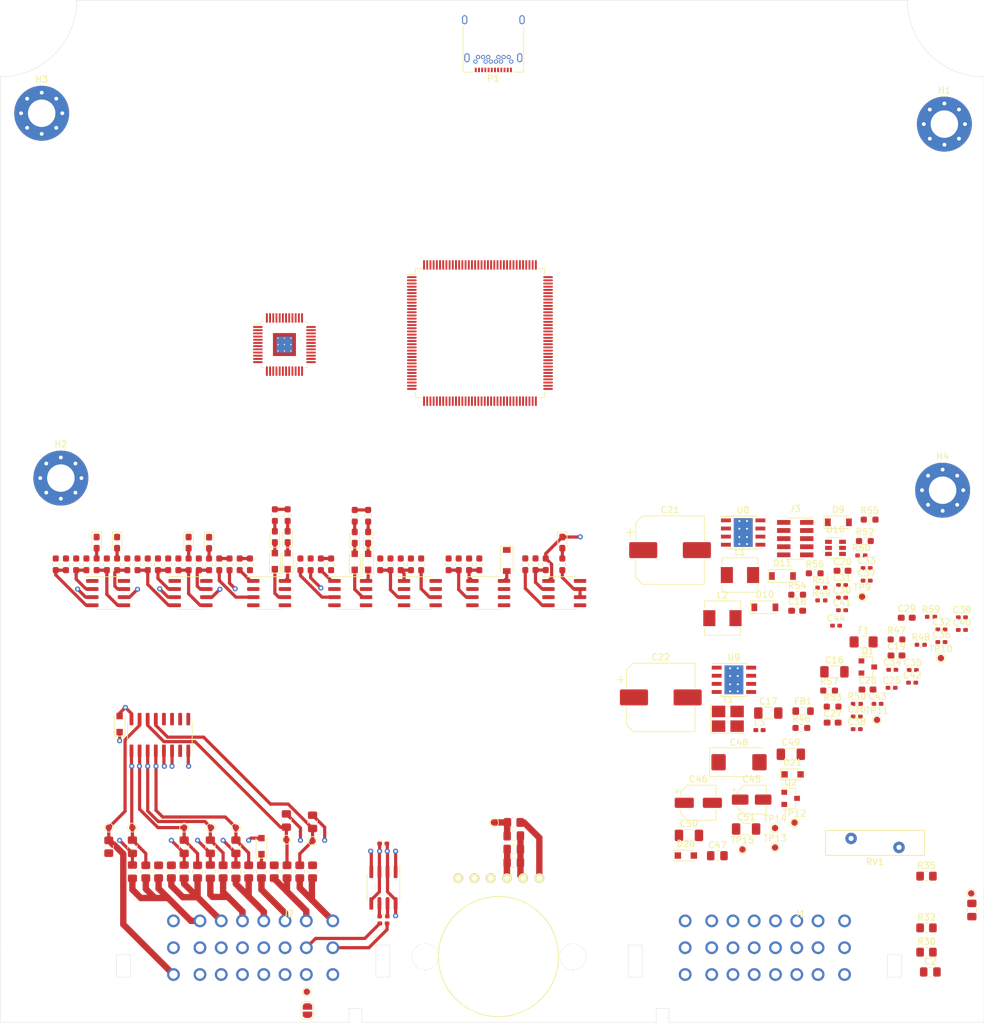
<source format=kicad_pcb>
(kicad_pcb (version 20171130) (host pcbnew 5.1.9)
  (layers (0 F.Cu signal) (1 In1.Cu power) (2 In2.Cu power) (31 B.Cu signal) (34 B.Paste user) (35 F.Paste user) (36 B.SilkS user) (37 F.SilkS user) (38 B.Mask user) (39 F.Mask user) (44 Edge.Cuts user))
  (net 0 "")
  (net 1 IAT)
  (net 2 GND)
  (net 3 "Net-(C2-Pad1)")
  (net 4 ADC-CLAMP-1)
  (net 5 ADC-CLAMP-5)
  (net 6 VPROT)
  (net 7 CLT)
  (net 8 ADC-CLAMP-2)
  (net 9 ADC-CLAMP-6)
  (net 10 TPS)
  (net 11 ADC-CLAMP-3)
  (net 12 ADC-CLAMP-8)
  (net 13 ADC-CLAMP-9)
  (net 14 O2)
  (net 15 ADC-CLAMP-4)
  (net 16 BUCK_IN)
  (net 17 +5V)
  (net 18 "Net-(C18-Pad2)")
  (net 19 "Net-(C18-Pad1)")
  (net 20 "Net-(C19-Pad2)")
  (net 21 "Net-(C19-Pad1)")
  (net 22 "Net-(C20-Pad2)")
  (net 23 +3V3)
  (net 24 CANH)
  (net 25 CANL)
  (net 26 HSE_OUT)
  (net 27 "Net-(C26-Pad1)")
  (net 28 "Net-(C27-Pad1)")
  (net 29 "Net-(C28-Pad1)")
  (net 30 +3.3VA)
  (net 31 VPPSENS)
  (net 32 VBAT)
  (net 33 "Net-(D1-Pad2)")
  (net 34 IDLE)
  (net 35 12v-SW)
  (net 36 "Net-(D3-Pad2)")
  (net 37 "Net-(D4-Pad2)")
  (net 38 "Net-(D5-Pad2)")
  (net 39 "Net-(D6-Pad2)")
  (net 40 /Sensors/MCU-CLUTCH)
  (net 41 "Net-(D9-Pad1)")
  (net 42 USB_CONN_VBUS)
  (net 43 "Net-(D12-Pad1)")
  (net 44 "Net-(D12-Pad2)")
  (net 45 "Net-(D13-Pad1)")
  (net 46 "Net-(D13-Pad2)")
  (net 47 "Net-(D14-Pad2)")
  (net 48 "Net-(D14-Pad1)")
  (net 49 "Net-(D15-Pad1)")
  (net 50 "Net-(D15-Pad2)")
  (net 51 INJ-1)
  (net 52 INJ-2)
  (net 53 INJ-3)
  (net 54 INJ-4)
  (net 55 VREG)
  (net 56 "Net-(F1-Pad1)")
  (net 57 IGN-3)
  (net 58 IGN-2)
  (net 59 IGN-1)
  (net 60 "Net-(J1-PadA7)")
  (net 61 "Net-(J1-PadA6)")
  (net 62 ST_SIG)
  (net 63 "Net-(J1-PadA5)")
  (net 64 "Net-(J1-PadA4)")
  (net 65 IGN-4)
  (net 66 BOOST)
  (net 67 TACH)
  (net 68 CAM)
  (net 69 CLUTCH)
  (net 70 CRANK)
  (net 71 FP)
  (net 72 FAN)
  (net 73 SWDIO)
  (net 74 SWCLK)
  (net 75 SWO)
  (net 76 "Net-(J3-Pad7)")
  (net 77 "Net-(J3-Pad8)")
  (net 78 NRST)
  (net 79 "Net-(JP1-Pad1)")
  (net 80 "Net-(P1-PadS1)")
  (net 81 "Net-(P1-PadA5)")
  (net 82 "Net-(P1-PadA6)")
  (net 83 "Net-(P1-PadA7)")
  (net 84 "Net-(P1-PadB5)")
  (net 85 VPPREF)
  (net 86 "Net-(R1-Pad1)")
  (net 87 /FuelPump/MCU-FP)
  (net 88 "Net-(R3-Pad1)")
  (net 89 /IDLE+BOOST/MCU-IDLE)
  (net 90 "Net-(R5-Pad1)")
  (net 91 /IDLE+BOOST/MCU-BOOST)
  (net 92 "Net-(R6-Pad1)")
  (net 93 /FAN+TACH/MCU-FAN)
  (net 94 "Net-(R11-Pad1)")
  (net 95 /FAN+TACH/MCU-TACH)
  (net 96 "Net-(R10-Pad1)")
  (net 97 /Ignitors/MCU-IGN-3)
  (net 98 "Net-(R14-Pad1)")
  (net 99 "Net-(R15-Pad1)")
  (net 100 /Ignitors/MCU-IGN-4)
  (net 101 "Net-(R16-Pad1)")
  (net 102 /Ignitors/MCU-IGN-1)
  (net 103 "Net-(R17-Pad1)")
  (net 104 /Ignitors/MCU-IGN-2)
  (net 105 "Net-(R22-Pad2)")
  (net 106 "Net-(R23-Pad1)")
  (net 107 "Net-(R24-Pad2)")
  (net 108 "Net-(R25-Pad1)")
  (net 109 "Net-(R38-Pad1)")
  (net 110 ADC-CLAMP-10)
  (net 111 BUCK_EN)
  (net 112 USB_CONN_D-)
  (net 113 USB_CONN_D+)
  (net 114 "Net-(R52-Pad1)")
  (net 115 "Net-(R53-Pad1)")
  (net 116 "Net-(R55-Pad1)")
  (net 117 "Net-(R56-Pad1)")
  (net 118 HSE_IN)
  (net 119 "Net-(R60-Pad1)")
  (net 120 /Injectors/MCU-INJ-1)
  (net 121 "Net-(R62-Pad1)")
  (net 122 "Net-(R63-Pad1)")
  (net 123 /Injectors/MCU-INJ-2)
  (net 124 /Injectors/MCU-INJ-3)
  (net 125 "Net-(R66-Pad1)")
  (net 126 /Injectors/MCU-INJ-4)
  (net 127 "Net-(R67-Pad1)")
  (net 128 "Net-(U1-Pad3)")
  (net 129 "Net-(U2-Pad4)")
  (net 130 "Net-(U2-Pad2)")
  (net 131 "Net-(U3-Pad2)")
  (net 132 "Net-(U3-Pad4)")
  (net 133 "Net-(U4-Pad8)")
  (net 134 "Net-(U4-Pad1)")
  (net 135 "Net-(U5-Pad1)")
  (net 136 "Net-(U5-Pad8)")
  (net 137 "Net-(U6-Pad7)")
  (net 138 "Net-(U6-Pad9)")
  (net 139 "Net-(U6-Pad10)")
  (net 140 "Net-(U6-Pad11)")
  (net 141 "Net-(U6-Pad12)")
  (net 142 "Net-(U8-Pad3)")
  (net 143 "Net-(U8-Pad2)")
  (net 144 "Net-(U9-Pad2)")
  (net 145 "Net-(U9-Pad3)")
  (net 146 USB_D+)
  (net 147 USB_D-)
  (net 148 MCU-CAN-RX)
  (net 149 MCU-CAN-TX)
  (net 150 "Net-(U12-Pad1)")
  (net 151 "Net-(U12-Pad2)")
  (net 152 "Net-(U12-Pad3)")
  (net 153 "Net-(U12-Pad4)")
  (net 154 "Net-(U12-Pad5)")
  (net 155 "Net-(U12-Pad7)")
  (net 156 "Net-(U12-Pad8)")
  (net 157 "Net-(U12-Pad9)")
  (net 158 "Net-(U12-Pad10)")
  (net 159 "Net-(U12-Pad11)")
  (net 160 "Net-(U12-Pad12)")
  (net 161 "Net-(U12-Pad13)")
  (net 162 "Net-(U12-Pad14)")
  (net 163 "Net-(U12-Pad15)")
  (net 164 UART7_RX)
  (net 165 UART7_TX)
  (net 166 "Net-(U12-Pad22)")
  (net 167 "Net-(U12-Pad26)")
  (net 168 "Net-(U12-Pad27)")
  (net 169 "Net-(U12-Pad28)")
  (net 170 /mc33814/MCU-SPI1-CS)
  (net 171 /mc33814/MCU-SPI1-SCK)
  (net 172 /mcu/MCU-SPI1-MISO)
  (net 173 /mc33814/MCU-SPI1-MISO)
  (net 174 /mcu/MCU-BARO)
  (net 175 "Net-(U12-Pad48)")
  (net 176 "Net-(U12-Pad49)")
  (net 177 "Net-(U12-Pad50)")
  (net 178 "Net-(U12-Pad53)")
  (net 179 "Net-(U12-Pad54)")
  (net 180 "Net-(U12-Pad55)")
  (net 181 "Net-(U12-Pad56)")
  (net 182 "Net-(U12-Pad57)")
  (net 183 "Net-(U12-Pad58)")
  (net 184 "Net-(U12-Pad59)")
  (net 185 "Net-(U12-Pad63)")
  (net 186 "Net-(U12-Pad65)")
  (net 187 "Net-(U12-Pad68)")
  (net 188 /mc33814/MCU-RIN1)
  (net 189 /mc33814/MCU-RIN2)
  (net 190 "Net-(U12-Pad73)")
  (net 191 /mcu/MCU-AC)
  (net 192 "Net-(U12-Pad77)")
  (net 193 "Net-(U12-Pad78)")
  (net 194 "Net-(U12-Pad79)")
  (net 195 "Net-(U12-Pad80)")
  (net 196 "Net-(U12-Pad81)")
  (net 197 "Net-(U12-Pad82)")
  (net 198 "Net-(U12-Pad85)")
  (net 199 "Net-(U12-Pad86)")
  (net 200 "Net-(U12-Pad87)")
  (net 201 "Net-(U12-Pad88)")
  (net 202 "Net-(U12-Pad89)")
  (net 203 "Net-(U12-Pad90)")
  (net 204 "Net-(U12-Pad91)")
  (net 205 "Net-(U12-Pad92)")
  (net 206 "Net-(U12-Pad93)")
  (net 207 "Net-(U12-Pad98)")
  (net 208 "Net-(U12-Pad99)")
  (net 209 "Net-(U12-Pad100)")
  (net 210 "Net-(U12-Pad101)")
  (net 211 "Net-(U12-Pad102)")
  (net 212 "Net-(U12-Pad110)")
  (net 213 "Net-(U12-Pad111)")
  (net 214 "Net-(U12-Pad112)")
  (net 215 "Net-(U12-Pad113)")
  (net 216 "Net-(U12-Pad118)")
  (net 217 "Net-(U12-Pad122)")
  (net 218 "Net-(U12-Pad123)")
  (net 219 "Net-(U12-Pad124)")
  (net 220 "Net-(U12-Pad125)")
  (net 221 "Net-(U12-Pad126)")
  (net 222 "Net-(U12-Pad127)")
  (net 223 "Net-(U12-Pad128)")
  (net 224 "Net-(U12-Pad129)")
  (net 225 "Net-(U12-Pad132)")
  (net 226 "Net-(U12-Pad134)")
  (net 227 "Net-(U12-Pad135)")
  (net 228 "Net-(U12-Pad136)")
  (net 229 "Net-(U12-Pad137)")
  (net 230 "Net-(U12-Pad141)")
  (net 231 "Net-(U12-Pad142)")
  (net 232 "Net-(U13-Pad2)")
  (net 233 "Net-(U13-Pad4)")
  (net 234 "Net-(U14-Pad4)")
  (net 235 "Net-(U14-Pad2)")
  (net 236 "Net-(U15-Pad1)")
  (net 237 "Net-(U15-Pad2)")
  (net 238 "Net-(U15-Pad3)")
  (net 239 "Net-(U15-Pad4)")
  (net 240 "Net-(U15-Pad5)")
  (net 241 "Net-(U15-Pad6)")
  (net 242 "Net-(U15-Pad7)")
  (net 243 "Net-(U15-Pad8)")
  (net 244 "Net-(U15-Pad9)")
  (net 245 "Net-(U15-Pad21)")
  (net 246 "Net-(U15-Pad23)")
  (net 247 "Net-(U15-Pad24)")
  (net 248 "Net-(U15-Pad25)")
  (net 249 "Net-(U15-Pad26)")
  (net 250 "Net-(U15-Pad27)")
  (net 251 "Net-(U15-Pad28)")
  (net 252 "Net-(U15-Pad29)")
  (net 253 "Net-(U15-Pad30)")
  (net 254 "Net-(U15-Pad31)")
  (net 255 "Net-(U15-Pad32)")
  (net 256 "Net-(U15-Pad33)")
  (net 257 "Net-(U15-Pad34)")
  (net 258 "Net-(U15-Pad39)")
  (net 259 "Net-(U15-Pad40)")
  (net 260 "Net-(U15-Pad43)")
  (net 261 "Net-(U15-Pad44)")
  (net 262 "Net-(U15-Pad45)")
  (net 263 "Net-(U15-Pad46)")
  (net 264 "Net-(U15-Pad47)")
  (net 265 "Net-(U15-Pad48)")
  (net 266 "Net-(U15-Pad49)")
  (net 267 "Net-(J1-PadA3)")
  (module Resistor_SMD:R_0603_1608Metric_Pad0.98x0.95mm_HandSolder (layer F.Cu) (at 30.3 108.3 270)
    (fp_text reference R21)
    (fp_text value 100k)
    (pad 2 smd roundrect (at 0.9125 0 270) (size 0.975 0.95) (layers F.Cu F.Paste F.Mask) (net 103 "Net-(R17-Pad1)"))
    (pad 1 smd roundrect (at -0.9125 0 270) (size 0.975 0.95) (layers F.Cu F.Paste F.Mask) (net 2 GND))
  )
  (module Resistor_SMD:R_0603_1608Metric_Pad0.98x0.95mm_HandSolder (layer F.Cu) (at 33.5 108.3 90)
    (fp_text reference R20)
    (fp_text value 100k)
    (pad 2 smd roundrect (at 0.9125 0 90) (size 0.975 0.95) (layers F.Cu F.Paste F.Mask) (net 2 GND))
    (pad 1 smd roundrect (at -0.9125 0 90) (size 0.975 0.95) (layers F.Cu F.Paste F.Mask) (net 101 "Net-(R16-Pad1)"))
  )
  (module Resistor_SMD:R_0603_1608Metric_Pad0.98x0.95mm_HandSolder (layer F.Cu) (at 43.1 108.3 270)
    (fp_text reference R19)
    (fp_text value 100k)
    (pad 2 smd roundrect (at 0.9125 0 270) (size 0.975 0.95) (layers F.Cu F.Paste F.Mask) (net 99 "Net-(R15-Pad1)"))
    (pad 1 smd roundrect (at -0.9125 0 270) (size 0.975 0.95) (layers F.Cu F.Paste F.Mask) (net 2 GND))
  )
  (module Resistor_SMD:R_0603_1608Metric_Pad0.98x0.95mm_HandSolder (layer F.Cu) (at 46.3 108.3 90)
    (fp_text reference R18)
    (fp_text value 100k)
    (pad 2 smd roundrect (at 0.9125 0 90) (size 0.975 0.95) (layers F.Cu F.Paste F.Mask) (net 2 GND))
    (pad 1 smd roundrect (at -0.9125 0 90) (size 0.975 0.95) (layers F.Cu F.Paste F.Mask) (net 98 "Net-(R14-Pad1)"))
  )
  (module Capacitor_SMD:C_0805_2012Metric_Pad1.18x1.45mm_HandSolder (layer F.Cu) (at 40.7 156.4 90)
    (fp_text reference C1)
    (fp_text value 0.1uf)
    (pad 1 smd roundrect (at -1.0375 0 90) (size 1.175 1.45) (layers F.Cu F.Paste F.Mask) (roundrect_rratio 0.212766) (net 1 IAT))
    (pad 2 smd roundrect (at 1.0375 0 90) (size 1.175 1.45) (layers F.Cu F.Paste F.Mask) (roundrect_rratio 0.212766) (net 2 GND))
  )
  (module Capacitor_SMD:C_0805_2012Metric_Pad1.18x1.45mm_HandSolder (layer F.Cu) (at 165.6 172.1)
    (fp_text reference C2 (at 0 -1.68) (layer F.SilkS))
    (fp_text value 0.1uf)
    (pad 1 smd roundrect (at -1.0375 0) (size 1.175 1.45) (layers F.Cu F.Paste F.Mask) (roundrect_rratio 0.212766) (net 3 "Net-(C2-Pad1)"))
    (pad 2 smd roundrect (at 1.0375 0) (size 1.175 1.45) (layers F.Cu F.Paste F.Mask) (roundrect_rratio 0.212766) (net 2 GND))
  )
  (module Capacitor_SMD:C_0805_2012Metric_Pad1.18x1.45mm_HandSolder (layer F.Cu) (at 40.7 152.5 270)
    (fp_text reference C3)
    (fp_text value 0.22uf)
    (pad 2 smd roundrect (at 1.0375 0 270) (size 1.175 1.45) (layers F.Cu F.Paste F.Mask) (roundrect_rratio 0.212766) (net 2 GND))
    (pad 1 smd roundrect (at -1.0375 0 270) (size 1.175 1.45) (layers F.Cu F.Paste F.Mask) (roundrect_rratio 0.212766) (net 4 ADC-CLAMP-1))
  )
  (module Capacitor_SMD:C_0805_2012Metric_Pad1.18x1.45mm_HandSolder (layer F.Cu) (at 172.1 162.4 270)
    (fp_text reference C4)
    (fp_text value 0.22uf)
    (pad 2 smd roundrect (at 1.0375 0 270) (size 1.175 1.45) (layers F.Cu F.Paste F.Mask) (roundrect_rratio 0.212766) (net 2 GND))
    (pad 1 smd roundrect (at -1.0375 0 270) (size 1.175 1.45) (layers F.Cu F.Paste F.Mask) (roundrect_rratio 0.212766) (net 5 ADC-CLAMP-5))
  )
  (module Capacitor_SMD:C_0805_2012Metric_Pad1.18x1.45mm_HandSolder (layer F.Cu) (at 100.4 155)
    (fp_text reference C5)
    (fp_text value 0.1uf)
    (pad 1 smd roundrect (at -1.0375 0) (size 1.175 1.45) (layers F.Cu F.Paste F.Mask) (roundrect_rratio 0.212766) (net 6 VPROT))
    (pad 2 smd roundrect (at 1.0375 0) (size 1.175 1.45) (layers F.Cu F.Paste F.Mask) (roundrect_rratio 0.212766) (net 2 GND))
  )
  (module Capacitor_SMD:C_0805_2012Metric_Pad1.18x1.45mm_HandSolder (layer F.Cu) (at 48.8 156.4 90)
    (fp_text reference C6)
    (fp_text value 0.1uf)
    (pad 2 smd roundrect (at 1.0375 0 90) (size 1.175 1.45) (layers F.Cu F.Paste F.Mask) (roundrect_rratio 0.212766) (net 2 GND))
    (pad 1 smd roundrect (at -1.0375 0 90) (size 1.175 1.45) (layers F.Cu F.Paste F.Mask) (roundrect_rratio 0.212766) (net 7 CLT))
  )
  (module Capacitor_SMD:C_0805_2012Metric_Pad1.18x1.45mm_HandSolder (layer F.Cu) (at 100.4 152.9)
    (fp_text reference C7)
    (fp_text value 1uf)
    (pad 1 smd roundrect (at -1.0375 0) (size 1.175 1.45) (layers F.Cu F.Paste F.Mask) (roundrect_rratio 0.212766) (net 6 VPROT))
    (pad 2 smd roundrect (at 1.0375 0) (size 1.175 1.45) (layers F.Cu F.Paste F.Mask) (roundrect_rratio 0.212766) (net 2 GND))
  )
  (module Capacitor_SMD:C_0805_2012Metric_Pad1.18x1.45mm_HandSolder (layer F.Cu) (at 48.8 152.5 270)
    (fp_text reference C8)
    (fp_text value 0.22uf)
    (pad 1 smd roundrect (at -1.0375 0 270) (size 1.175 1.45) (layers F.Cu F.Paste F.Mask) (roundrect_rratio 0.212766) (net 8 ADC-CLAMP-2))
    (pad 2 smd roundrect (at 1.0375 0 270) (size 1.175 1.45) (layers F.Cu F.Paste F.Mask) (roundrect_rratio 0.212766) (net 2 GND))
  )
  (module Capacitor_SMD:C_0805_2012Metric_Pad1.18x1.45mm_HandSolder (layer F.Cu) (at 100.4 150.8 180)
    (fp_text reference C9)
    (fp_text value 470pf)
    (pad 2 smd roundrect (at 1.0375 0 180) (size 1.175 1.45) (layers F.Cu F.Paste F.Mask) (roundrect_rratio 0.212766) (net 9 ADC-CLAMP-6))
    (pad 1 smd roundrect (at -1.0375 0 180) (size 1.175 1.45) (layers F.Cu F.Paste F.Mask) (roundrect_rratio 0.212766) (net 2 GND))
  )
  (module Capacitor_SMD:C_0805_2012Metric_Pad1.18x1.45mm_HandSolder (layer F.Cu) (at 52.9 156.4 90)
    (fp_text reference C10)
    (fp_text value 0.1uf)
    (pad 2 smd roundrect (at 1.0375 0 90) (size 1.175 1.45) (layers F.Cu F.Paste F.Mask) (roundrect_rratio 0.212766) (net 2 GND))
    (pad 1 smd roundrect (at -1.0375 0 90) (size 1.175 1.45) (layers F.Cu F.Paste F.Mask) (roundrect_rratio 0.212766) (net 10 TPS))
  )
  (module Capacitor_SMD:C_0805_2012Metric_Pad1.18x1.45mm_HandSolder (layer F.Cu) (at 52.9 152.5 270)
    (fp_text reference C11)
    (fp_text value 0.22uf)
    (pad 2 smd roundrect (at 1.0375 0 270) (size 1.175 1.45) (layers F.Cu F.Paste F.Mask) (roundrect_rratio 0.212766) (net 2 GND))
    (pad 1 smd roundrect (at -1.0375 0 270) (size 1.175 1.45) (layers F.Cu F.Paste F.Mask) (roundrect_rratio 0.212766) (net 11 ADC-CLAMP-3))
  )
  (module Capacitor_SMD:C_0805_2012Metric_Pad1.18x1.45mm_HandSolder (layer F.Cu) (at 68.9 148.6 270)
    (fp_text reference C12)
    (fp_text value 0.1uf)
    (pad 2 smd roundrect (at 1.0375 0 270) (size 1.175 1.45) (layers F.Cu F.Paste F.Mask) (roundrect_rratio 0.212766) (net 110 ADC-CLAMP-10))
    (pad 1 smd roundrect (at -1.0375 0 270) (size 1.175 1.45) (layers F.Cu F.Paste F.Mask) (roundrect_rratio 0.212766) (net 2 GND))
  )
  (module Capacitor_SMD:C_0805_2012Metric_Pad1.18x1.45mm_HandSolder (layer F.Cu) (at 64.8 148.4 90)
    (fp_text reference C13)
    (fp_text value 0.1uf)
    (pad 2 smd roundrect (at 1.0375 0 90) (size 1.175 1.45) (layers F.Cu F.Paste F.Mask) (roundrect_rratio 0.212766) (net 2 GND))
    (pad 1 smd roundrect (at -1.0375 0 90) (size 1.175 1.45) (layers F.Cu F.Paste F.Mask) (roundrect_rratio 0.212766) (net 13 ADC-CLAMP-9))
  )
  (module Capacitor_SMD:C_0805_2012Metric_Pad1.18x1.45mm_HandSolder (layer F.Cu) (at 56.9 156.4 90)
    (fp_text reference C14)
    (fp_text value 0.1uf)
    (pad 1 smd roundrect (at -1.0375 0 90) (size 1.175 1.45) (layers F.Cu F.Paste F.Mask) (roundrect_rratio 0.212766) (net 14 O2))
    (pad 2 smd roundrect (at 1.0375 0 90) (size 1.175 1.45) (layers F.Cu F.Paste F.Mask) (roundrect_rratio 0.212766) (net 2 GND))
  )
  (module Capacitor_SMD:C_0805_2012Metric_Pad1.18x1.45mm_HandSolder (layer F.Cu) (at 56.9 152.5 270)
    (fp_text reference C15)
    (fp_text value 0.22uf)
    (pad 1 smd roundrect (at -1.0375 0 270) (size 1.175 1.45) (layers F.Cu F.Paste F.Mask) (roundrect_rratio 0.212766) (net 15 ADC-CLAMP-4))
    (pad 2 smd roundrect (at 1.0375 0 270) (size 1.175 1.45) (layers F.Cu F.Paste F.Mask) (roundrect_rratio 0.212766) (net 2 GND))
  )
  (module Capacitor_SMD:C_1206_3216Metric_Pad1.33x1.80mm_HandSolder (layer F.Cu) (at 150.585001 125.125001)
    (fp_text reference C16 (at 0 -1.85) (layer F.SilkS))
    (fp_text value 10u)
    (pad 1 smd roundrect (at -1.5625 0) (size 1.325 1.8) (layers F.Cu F.Paste F.Mask) (roundrect_rratio 0.188679) (net 16 BUCK_IN))
    (pad 2 smd roundrect (at 1.5625 0) (size 1.325 1.8) (layers F.Cu F.Paste F.Mask) (roundrect_rratio 0.188679) (net 2 GND))
  )
  (module Capacitor_SMD:C_1206_3216Metric_Pad1.33x1.80mm_HandSolder (layer F.Cu) (at 140.235001 131.575001)
    (fp_text reference C17 (at 0 -1.85) (layer F.SilkS))
    (fp_text value 10u)
    (pad 2 smd roundrect (at 1.5625 0) (size 1.325 1.8) (layers F.Cu F.Paste F.Mask) (roundrect_rratio 0.188679) (net 2 GND))
    (pad 1 smd roundrect (at -1.5625 0) (size 1.325 1.8) (layers F.Cu F.Paste F.Mask) (roundrect_rratio 0.188679) (net 17 +5V))
  )
  (module Capacitor_SMD:C_0603_1608Metric_Pad1.08x0.95mm_HandSolder (layer F.Cu) (at 144.755001 115.565001)
    (fp_text reference C18 (at 0 -1.43) (layer F.SilkS))
    (fp_text value 0.1u)
    (pad 2 smd roundrect (at 0.8625 0) (size 1.075 0.95) (layers F.Cu F.Paste F.Mask) (net 18 "Net-(C18-Pad2)"))
    (pad 1 smd roundrect (at -0.8625 0) (size 1.075 0.95) (layers F.Cu F.Paste F.Mask) (net 19 "Net-(C18-Pad1)"))
  )
  (module Capacitor_SMD:C_0603_1608Metric_Pad1.08x0.95mm_HandSolder (layer F.Cu) (at 160.305001 122.565001)
    (fp_text reference C19 (at 0 -1.43) (layer F.SilkS))
    (fp_text value 0.1u)
    (pad 2 smd roundrect (at 0.8625 0) (size 1.075 0.95) (layers F.Cu F.Paste F.Mask) (net 20 "Net-(C19-Pad2)"))
    (pad 1 smd roundrect (at -0.8625 0) (size 1.075 0.95) (layers F.Cu F.Paste F.Mask) (net 21 "Net-(C19-Pad1)"))
  )
  (module Capacitor_SMD:C_0603_1608Metric_Pad1.08x0.95mm_HandSolder (layer F.Cu) (at 151.855001 109.305001)
    (fp_text reference C20 (at 0 -1.43) (layer F.SilkS))
    (fp_text value 10u)
    (pad 1 smd roundrect (at -0.8625 0) (size 1.075 0.95) (layers F.Cu F.Paste F.Mask) (net 16 BUCK_IN))
    (pad 2 smd roundrect (at 0.8625 0) (size 1.075 0.95) (layers F.Cu F.Paste F.Mask) (net 22 "Net-(C20-Pad2)"))
  )
  (module Capacitor_SMD:CP_Elec_10x14.3 (layer F.Cu) (at 124.860001 106.075001)
    (fp_text reference C21 (at 0 -6.3) (layer F.SilkS))
    (fp_text value 220u)
    (pad 1 smd roundrect (at -4.2 0) (size 4.4 2.5) (layers F.Cu F.Paste F.Mask) (roundrect_rratio 0.1) (net 23 +3V3))
    (pad 2 smd roundrect (at 4.2 0) (size 4.4 2.5) (layers F.Cu F.Paste F.Mask) (roundrect_rratio 0.1) (net 2 GND))
  )
  (module Capacitor_SMD:CP_Elec_10x14.3 (layer F.Cu) (at 123.410001 129.125001)
    (fp_text reference C22 (at 0 -6.3) (layer F.SilkS))
    (fp_text value 220u)
    (pad 2 smd roundrect (at 4.2 0) (size 4.4 2.5) (layers F.Cu F.Paste F.Mask) (roundrect_rratio 0.1) (net 2 GND))
    (pad 1 smd roundrect (at -4.2 0) (size 4.4 2.5) (layers F.Cu F.Paste F.Mask) (roundrect_rratio 0.1) (net 17 +5V))
  )
  (module Capacitor_SMD:C_0402_1005Metric_Pad0.74x0.62mm_HandSolder (layer F.Cu) (at 79.9675 152)
    (fp_text reference C23)
    (fp_text value 0.1u)
    (pad 2 smd roundrect (at 0.5675 0) (size 0.735 0.62) (layers F.Cu F.Paste F.Mask) (net 2 GND))
    (pad 1 smd roundrect (at -0.5675 0) (size 0.735 0.62) (layers F.Cu F.Paste F.Mask) (net 23 +3V3))
  )
  (module Capacitor_SMD:C_0402_1005Metric_Pad0.74x0.62mm_HandSolder (layer F.Cu) (at 80 164.5 180)
    (fp_text reference C24)
    (fp_text value 100p)
    (pad 1 smd roundrect (at -0.5675 0 180) (size 0.735 0.62) (layers F.Cu F.Paste F.Mask) (net 24 CANH))
    (pad 2 smd roundrect (at 0.5675 0 180) (size 0.735 0.62) (layers F.Cu F.Paste F.Mask) (net 25 CANL))
  )
  (module Capacitor_SMD:C_0402_1005Metric_Pad0.74x0.62mm_HandSolder (layer F.Cu) (at 159.545001 127.625001)
    (fp_text reference C25 (at 0 -1.16) (layer F.SilkS))
    (fp_text value 12p)
    (pad 1 smd roundrect (at -0.5675 0) (size 0.735 0.62) (layers F.Cu F.Paste F.Mask) (net 26 HSE_OUT))
    (pad 2 smd roundrect (at 0.5675 0) (size 0.735 0.62) (layers F.Cu F.Paste F.Mask) (net 2 GND))
  )
  (module Capacitor_SMD:C_0402_1005Metric_Pad0.74x0.62mm_HandSolder (layer F.Cu) (at 154.085001 132.125001)
    (fp_text reference C26 (at 0 -1.16) (layer F.SilkS))
    (fp_text value 12p)
    (pad 2 smd roundrect (at 0.5675 0) (size 0.735 0.62) (layers F.Cu F.Paste F.Mask) (net 2 GND))
    (pad 1 smd roundrect (at -0.5675 0) (size 0.735 0.62) (layers F.Cu F.Paste F.Mask) (net 27 "Net-(C26-Pad1)"))
  )
  (module Capacitor_SMD:C_0603_1608Metric_Pad1.08x0.95mm_HandSolder (layer F.Cu) (at 150.305001 133.075001)
    (fp_text reference C27 (at 0 -1.43) (layer F.SilkS))
    (fp_text value 2u2)
    (pad 1 smd roundrect (at -0.8625 0) (size 1.075 0.95) (layers F.Cu F.Paste F.Mask) (net 28 "Net-(C27-Pad1)"))
    (pad 2 smd roundrect (at 0.8625 0) (size 1.075 0.95) (layers F.Cu F.Paste F.Mask) (net 2 GND))
  )
  (module Capacitor_SMD:C_0603_1608Metric_Pad1.08x0.95mm_HandSolder (layer F.Cu) (at 155.765001 127.895001)
    (fp_text reference C28 (at 0 -1.43) (layer F.SilkS))
    (fp_text value 2u2)
    (pad 1 smd roundrect (at -0.8625 0) (size 1.075 0.95) (layers F.Cu F.Paste F.Mask) (net 29 "Net-(C28-Pad1)"))
    (pad 2 smd roundrect (at 0.8625 0) (size 1.075 0.95) (layers F.Cu F.Paste F.Mask) (net 2 GND))
  )
  (module Capacitor_SMD:C_0603_1608Metric_Pad1.08x0.95mm_HandSolder (layer F.Cu) (at 161.905001 116.655001)
    (fp_text reference C29 (at 0 -1.43) (layer F.SilkS))
    (fp_text value 4u7)
    (pad 2 smd roundrect (at 0.8625 0) (size 1.075 0.95) (layers F.Cu F.Paste F.Mask) (net 2 GND))
    (pad 1 smd roundrect (at -0.8625 0) (size 1.075 0.95) (layers F.Cu F.Paste F.Mask) (net 23 +3V3))
  )
  (module Capacitor_SMD:C_0402_1005Metric_Pad0.74x0.62mm_HandSolder (layer F.Cu) (at 151.785001 113.515001)
    (fp_text reference C30 (at 0 -1.16) (layer F.SilkS))
    (fp_text value 100n)
    (pad 1 smd roundrect (at -0.5675 0) (size 0.735 0.62) (layers F.Cu F.Paste F.Mask) (net 23 +3V3))
    (pad 2 smd roundrect (at 0.5675 0) (size 0.735 0.62) (layers F.Cu F.Paste F.Mask) (net 2 GND))
  )
  (module Capacitor_SMD:C_0402_1005Metric_Pad0.74x0.62mm_HandSolder (layer F.Cu) (at 151.785001 111.545001)
    (fp_text reference C31 (at 0 -1.16) (layer F.SilkS))
    (fp_text value 100n)
    (pad 1 smd roundrect (at -0.5675 0) (size 0.735 0.62) (layers F.Cu F.Paste F.Mask) (net 23 +3V3))
    (pad 2 smd roundrect (at 0.5675 0) (size 0.735 0.62) (layers F.Cu F.Paste F.Mask) (net 2 GND))
  )
  (module Capacitor_SMD:C_0402_1005Metric_Pad0.74x0.62mm_HandSolder (layer F.Cu) (at 167.335001 118.495001)
    (fp_text reference C32 (at 0 -1.16) (layer F.SilkS))
    (fp_text value 100n)
    (pad 1 smd roundrect (at -0.5675 0) (size 0.735 0.62) (layers F.Cu F.Paste F.Mask) (net 23 +3V3))
    (pad 2 smd roundrect (at 0.5675 0) (size 0.735 0.62) (layers F.Cu F.Paste F.Mask) (net 2 GND))
  )
  (module Capacitor_SMD:C_0402_1005Metric_Pad0.74x0.62mm_HandSolder (layer F.Cu) (at 155.635001 108.885001)
    (fp_text reference C33 (at 0 -1.16) (layer F.SilkS))
    (fp_text value 100n)
    (pad 2 smd roundrect (at 0.5675 0) (size 0.735 0.62) (layers F.Cu F.Paste F.Mask) (net 2 GND))
    (pad 1 smd roundrect (at -0.5675 0) (size 0.735 0.62) (layers F.Cu F.Paste F.Mask) (net 23 +3V3))
  )
  (module Capacitor_SMD:C_0402_1005Metric_Pad0.74x0.62mm_HandSolder (layer F.Cu) (at 159.645001 124.805001)
    (fp_text reference C34 (at 0 -1.16) (layer F.SilkS))
    (fp_text value 100n)
    (pad 1 smd roundrect (at -0.5675 0) (size 0.735 0.62) (layers F.Cu F.Paste F.Mask) (net 23 +3V3))
    (pad 2 smd roundrect (at 0.5675 0) (size 0.735 0.62) (layers F.Cu F.Paste F.Mask) (net 2 GND))
  )
  (module Capacitor_SMD:C_0402_1005Metric_Pad0.74x0.62mm_HandSolder (layer F.Cu) (at 162.855001 124.845001)
    (fp_text reference C35 (at 0 -1.16) (layer F.SilkS))
    (fp_text value 100n)
    (pad 2 smd roundrect (at 0.5675 0) (size 0.735 0.62) (layers F.Cu F.Paste F.Mask) (net 2 GND))
    (pad 1 smd roundrect (at -0.5675 0) (size 0.735 0.62) (layers F.Cu F.Paste F.Mask) (net 23 +3V3))
  )
  (module Capacitor_SMD:C_0402_1005Metric_Pad0.74x0.62mm_HandSolder (layer F.Cu) (at 167.335001 120.465001)
    (fp_text reference C36 (at 0 -1.16) (layer F.SilkS))
    (fp_text value 100n)
    (pad 1 smd roundrect (at -0.5675 0) (size 0.735 0.62) (layers F.Cu F.Paste F.Mask) (net 23 +3V3))
    (pad 2 smd roundrect (at 0.5675 0) (size 0.735 0.62) (layers F.Cu F.Paste F.Mask) (net 2 GND))
  )
  (module Capacitor_SMD:C_0402_1005Metric_Pad0.74x0.62mm_HandSolder (layer F.Cu) (at 155.635001 110.855001)
    (fp_text reference C37 (at 0 -1.16) (layer F.SilkS))
    (fp_text value 100n)
    (pad 2 smd roundrect (at 0.5675 0) (size 0.735 0.62) (layers F.Cu F.Paste F.Mask) (net 2 GND))
    (pad 1 smd roundrect (at -0.5675 0) (size 0.735 0.62) (layers F.Cu F.Paste F.Mask) (net 23 +3V3))
  )
  (module Capacitor_SMD:C_0402_1005Metric_Pad0.74x0.62mm_HandSolder (layer F.Cu) (at 154.085001 134.095001)
    (fp_text reference C38 (at 0 -1.16) (layer F.SilkS))
    (fp_text value 100n)
    (pad 1 smd roundrect (at -0.5675 0) (size 0.735 0.62) (layers F.Cu F.Paste F.Mask) (net 23 +3V3))
    (pad 2 smd roundrect (at 0.5675 0) (size 0.735 0.62) (layers F.Cu F.Paste F.Mask) (net 2 GND))
  )
  (module Capacitor_SMD:C_0402_1005Metric_Pad0.74x0.62mm_HandSolder (layer F.Cu) (at 170.545001 116.595001)
    (fp_text reference C39 (at 0 -1.16) (layer F.SilkS))
    (fp_text value 100n)
    (pad 1 smd roundrect (at -0.5675 0) (size 0.735 0.62) (layers F.Cu F.Paste F.Mask) (net 23 +3V3))
    (pad 2 smd roundrect (at 0.5675 0) (size 0.735 0.62) (layers F.Cu F.Paste F.Mask) (net 2 GND))
  )
  (module Capacitor_SMD:C_0402_1005Metric_Pad0.74x0.62mm_HandSolder (layer F.Cu) (at 170.545001 118.565001)
    (fp_text reference C40 (at 0 -1.16) (layer F.SilkS))
    (fp_text value 100n)
    (pad 2 smd roundrect (at 0.5675 0) (size 0.735 0.62) (layers F.Cu F.Paste F.Mask) (net 2 GND))
    (pad 1 smd roundrect (at -0.5675 0) (size 0.735 0.62) (layers F.Cu F.Paste F.Mask) (net 23 +3V3))
  )
  (module Capacitor_SMD:C_0402_1005Metric_Pad0.74x0.62mm_HandSolder (layer F.Cu) (at 151.785001 115.485001)
    (fp_text reference C41 (at 0 -1.16) (layer F.SilkS))
    (fp_text value 100n)
    (pad 2 smd roundrect (at 0.5675 0) (size 0.735 0.62) (layers F.Cu F.Paste F.Mask) (net 2 GND))
    (pad 1 smd roundrect (at -0.5675 0) (size 0.735 0.62) (layers F.Cu F.Paste F.Mask) (net 23 +3V3))
  )
  (module Capacitor_SMD:C_0402_1005Metric_Pad0.74x0.62mm_HandSolder (layer F.Cu) (at 162.755001 126.815001)
    (fp_text reference C42 (at 0 -1.16) (layer F.SilkS))
    (fp_text value 100n)
    (pad 2 smd roundrect (at 0.5675 0) (size 0.735 0.62) (layers F.Cu F.Paste F.Mask) (net 2 GND))
    (pad 1 smd roundrect (at -0.5675 0) (size 0.735 0.62) (layers F.Cu F.Paste F.Mask) (net 23 +3V3))
  )
  (module Capacitor_SMD:C_0402_1005Metric_Pad0.74x0.62mm_HandSolder (layer F.Cu) (at 157.335001 130.135001)
    (fp_text reference C43 (at 0 -1.16) (layer F.SilkS))
    (fp_text value 1u)
    (pad 1 smd roundrect (at -0.5675 0) (size 0.735 0.62) (layers F.Cu F.Paste F.Mask) (net 2 GND))
    (pad 2 smd roundrect (at 0.5675 0) (size 0.735 0.62) (layers F.Cu F.Paste F.Mask) (net 30 +3.3VA))
  )
  (module Capacitor_SMD:C_0402_1005Metric_Pad0.74x0.62mm_HandSolder (layer F.Cu) (at 150.855001 117.895001)
    (fp_text reference C44 (at 0 -1.16) (layer F.SilkS))
    (fp_text value 10n)
    (pad 2 smd roundrect (at 0.5675 0) (size 0.735 0.62) (layers F.Cu F.Paste F.Mask) (net 30 +3.3VA))
    (pad 1 smd roundrect (at -0.5675 0) (size 0.735 0.62) (layers F.Cu F.Paste F.Mask) (net 2 GND))
  )
  (module Capacitor_SMD:CP_Elec_4x4.5 (layer F.Cu) (at 137.635001 145.125001)
    (fp_text reference C45 (at 0 -3.2) (layer F.SilkS))
    (fp_text value 22u)
    (pad 1 smd roundrect (at -1.8 0) (size 2.6 1.6) (layers F.Cu F.Paste F.Mask) (roundrect_rratio 0.15625) (net 31 VPPSENS))
    (pad 2 smd roundrect (at 1.8 0) (size 2.6 1.6) (layers F.Cu F.Paste F.Mask) (roundrect_rratio 0.15625) (net 2 GND))
  )
  (module Capacitor_SMD:CP_Elec_5x5.8 (layer F.Cu) (at 129.285001 145.625001)
    (fp_text reference C46 (at 0 -3.7) (layer F.SilkS))
    (fp_text value 47u)
    (pad 1 smd roundrect (at -2.2 0) (size 3 1.6) (layers F.Cu F.Paste F.Mask) (roundrect_rratio 0.15625) (net 6 VPROT))
    (pad 2 smd roundrect (at 2.2 0) (size 3 1.6) (layers F.Cu F.Paste F.Mask) (roundrect_rratio 0.15625) (net 2 GND))
  )
  (module Capacitor_SMD:C_0805_2012Metric_Pad1.18x1.45mm_HandSolder (layer F.Cu) (at 132.265001 153.905001)
    (fp_text reference C47 (at 0 -1.68) (layer F.SilkS))
    (fp_text value 0.1)
    (pad 1 smd roundrect (at -1.0375 0) (size 1.175 1.45) (layers F.Cu F.Paste F.Mask) (roundrect_rratio 0.212766) (net 31 VPPSENS))
    (pad 2 smd roundrect (at 1.0375 0) (size 1.175 1.45) (layers F.Cu F.Paste F.Mask) (roundrect_rratio 0.212766) (net 2 GND))
  )
  (module Capacitor_Tantalum_SMD:CP_EIA-7343-20_Kemet-V_Pad2.25x2.55mm_HandSolder (layer F.Cu) (at 135.655001 139.275001)
    (fp_text reference C48 (at 0 -3.1) (layer F.SilkS))
    (fp_text value 10u)
    (pad 1 smd roundrect (at -3.2 0) (size 2.25 2.55) (layers F.Cu F.Paste F.Mask) (roundrect_rratio 0.111111) (net 32 VBAT))
    (pad 2 smd roundrect (at 3.2 0) (size 2.25 2.55) (layers F.Cu F.Paste F.Mask) (roundrect_rratio 0.111111) (net 2 GND))
  )
  (module Capacitor_SMD:C_1206_3216Metric_Pad1.33x1.80mm_HandSolder (layer F.Cu) (at 143.765001 138.025001)
    (fp_text reference C49 (at 0 -1.85) (layer F.SilkS))
    (fp_text value 0.1u)
    (pad 1 smd roundrect (at -1.5625 0) (size 1.325 1.8) (layers F.Cu F.Paste F.Mask) (roundrect_rratio 0.188679) (net 32 VBAT))
    (pad 2 smd roundrect (at 1.5625 0) (size 1.325 1.8) (layers F.Cu F.Paste F.Mask) (roundrect_rratio 0.188679) (net 2 GND))
  )
  (module Capacitor_SMD:C_1206_3216Metric_Pad1.33x1.80mm_HandSolder (layer F.Cu) (at 127.815001 150.725001)
    (fp_text reference C50 (at 0 -1.85) (layer F.SilkS))
    (fp_text value 0.1u)
    (pad 1 smd roundrect (at -1.5625 0) (size 1.325 1.8) (layers F.Cu F.Paste F.Mask) (roundrect_rratio 0.188679) (net 6 VPROT))
    (pad 2 smd roundrect (at 1.5625 0) (size 1.325 1.8) (layers F.Cu F.Paste F.Mask) (roundrect_rratio 0.188679) (net 2 GND))
  )
  (module Capacitor_SMD:C_1206_3216Metric_Pad1.33x1.80mm_HandSolder (layer F.Cu) (at 136.765001 149.725001)
    (fp_text reference C51 (at 0 -1.85) (layer F.SilkS))
    (fp_text value 0.1u)
    (pad 2 smd roundrect (at 1.5625 0) (size 1.325 1.8) (layers F.Cu F.Paste F.Mask) (roundrect_rratio 0.188679) (net 2 GND))
    (pad 1 smd roundrect (at -1.5625 0) (size 1.325 1.8) (layers F.Cu F.Paste F.Mask) (roundrect_rratio 0.188679) (net 6 VPROT))
  )
  (module Diode_SMD:D_SOD-123 (layer F.Cu) (at 99.3 107.7 270)
    (fp_text reference D2)
    (fp_text value 1n41001)
    (pad 2 smd rect (at 1.65 0 270) (size 0.9 1.2) (layers F.Cu F.Paste F.Mask) (net 34 IDLE))
    (pad 1 smd rect (at -1.65 0 270) (size 0.9 1.2) (layers F.Cu F.Paste F.Mask) (net 35 12v-SW))
  )
  (module Diode_SMD:D_SOD-323_HandSoldering (layer F.Cu) (at 60.9 152.4 90)
    (fp_text reference D7)
    (fp_text value MM3Zxx)
    (pad 1 smd rect (at -1.25 0 90) (size 1 1) (layers F.Cu F.Paste F.Mask) (net 40 /Sensors/MCU-CLUTCH))
    (pad 2 smd rect (at 1.25 0 90) (size 1 1) (layers F.Cu F.Paste F.Mask) (net 2 GND))
  )
  (module Diode_SMD:D_SOD-323_HandSoldering (layer F.Cu) (at 38.7 133.3 90)
    (fp_text reference D8)
    (fp_text value MM3Zxx)
    (pad 2 smd rect (at 1.25 0 90) (size 1 1) (layers F.Cu F.Paste F.Mask) (net 17 +5V))
    (pad 1 smd rect (at -1.25 0 90) (size 1 1) (layers F.Cu F.Paste F.Mask) (net 2 GND))
  )
  (module Diode_SMD:D_SOD-123 (layer F.Cu) (at 151.205001 101.725001)
    (fp_text reference D9 (at 0 -2) (layer F.SilkS))
    (fp_text value B5819W)
    (pad 1 smd rect (at -1.65 0) (size 0.9 1.2) (layers F.Cu F.Paste F.Mask) (net 41 "Net-(D9-Pad1)"))
    (pad 2 smd rect (at 1.65 0) (size 0.9 1.2) (layers F.Cu F.Paste F.Mask) (net 42 USB_CONN_VBUS))
  )
  (module Diode_SMD:D_SOD-123 (layer F.Cu) (at 139.705001 115.025001)
    (fp_text reference D10 (at 0 -2) (layer F.SilkS))
    (fp_text value B5819W)
    (pad 1 smd rect (at -1.65 0) (size 0.9 1.2) (layers F.Cu F.Paste F.Mask) (net 2 GND))
    (pad 2 smd rect (at 1.65 0) (size 0.9 1.2) (layers F.Cu F.Paste F.Mask) (net 19 "Net-(C18-Pad1)"))
  )
  (module Diode_SMD:D_SOD-123 (layer F.Cu) (at 142.455001 110.125001)
    (fp_text reference D11 (at 0 -2) (layer F.SilkS))
    (fp_text value B5819W)
    (pad 2 smd rect (at 1.65 0) (size 0.9 1.2) (layers F.Cu F.Paste F.Mask) (net 21 "Net-(C19-Pad1)"))
    (pad 1 smd rect (at -1.65 0) (size 0.9 1.2) (layers F.Cu F.Paste F.Mask) (net 2 GND))
  )
  (module Diode_SMD:D_SOD-323_HandSoldering (layer F.Cu) (at 65 107.8 90)
    (fp_text reference D16)
    (fp_text value 1N4448WS)
    (pad 2 smd rect (at 1.25 0 90) (size 1 1) (layers F.Cu F.Paste F.Mask) (net 43 "Net-(D12-Pad1)"))
    (pad 1 smd rect (at -1.25 0 90) (size 1 1) (layers F.Cu F.Paste F.Mask) (net 51 INJ-1))
  )
  (module Diode_SMD:D_SOD-323_HandSoldering (layer F.Cu) (at 63 107.8 90)
    (fp_text reference D17)
    (fp_text value 1N4448WS)
    (pad 1 smd rect (at -1.25 0 90) (size 1 1) (layers F.Cu F.Paste F.Mask) (net 52 INJ-2))
    (pad 2 smd rect (at 1.25 0 90) (size 1 1) (layers F.Cu F.Paste F.Mask) (net 45 "Net-(D13-Pad1)"))
  )
  (module Diode_SMD:D_SOD-323_HandSoldering (layer F.Cu) (at 77.6 107.9 90)
    (fp_text reference D18)
    (fp_text value 1N4448WS)
    (pad 1 smd rect (at -1.25 0 90) (size 1 1) (layers F.Cu F.Paste F.Mask) (net 53 INJ-3))
    (pad 2 smd rect (at 1.25 0 90) (size 1 1) (layers F.Cu F.Paste F.Mask) (net 48 "Net-(D14-Pad1)"))
  )
  (module Diode_SMD:D_SOD-323_HandSoldering (layer F.Cu) (at 75.5 107.9 90)
    (fp_text reference D19)
    (fp_text value 1N4448WS)
    (pad 2 smd rect (at 1.25 0 90) (size 1 1) (layers F.Cu F.Paste F.Mask) (net 49 "Net-(D15-Pad1)"))
    (pad 1 smd rect (at -1.25 0 90) (size 1 1) (layers F.Cu F.Paste F.Mask) (net 54 INJ-4))
  )
  (module Diode_SMD:D_SOD-323_HandSoldering (layer F.Cu) (at 127.335001 153.875001)
    (fp_text reference D20 (at 0 -1.85) (layer F.SilkS))
    (fp_text value MM3Zxx)
    (pad 1 smd rect (at -1.25 0) (size 1 1) (layers F.Cu F.Paste F.Mask) (net 6 VPROT))
    (pad 2 smd rect (at 1.25 0) (size 1 1) (layers F.Cu F.Paste F.Mask) (net 2 GND))
  )
  (module Diode_SMD:D_SOD-323_HandSoldering (layer F.Cu) (at 144.035001 141.175001)
    (fp_text reference D21 (at 0 -1.85) (layer F.SilkS))
    (fp_text value MM3Zxx)
    (pad 2 smd rect (at 1.25 0) (size 1 1) (layers F.Cu F.Paste F.Mask) (net 32 VBAT))
    (pad 1 smd rect (at -1.25 0) (size 1 1) (layers F.Cu F.Paste F.Mask) (net 55 VREG))
  )
  (module Fuse:Fuse_1206_3216Metric_Pad1.42x1.75mm_HandSolder (layer F.Cu) (at 155.155001 120.445001)
    (fp_text reference F1 (at 0 -1.82) (layer F.SilkS))
    (fp_text value 250mA)
    (pad 1 smd roundrect (at -1.4875 0) (size 1.425 1.75) (layers F.Cu F.Paste F.Mask) (roundrect_rratio 0.175439) (net 56 "Net-(F1-Pad1)"))
    (pad 2 smd roundrect (at 1.4875 0) (size 1.425 1.75) (layers F.Cu F.Paste F.Mask) (roundrect_rratio 0.175439) (net 35 12v-SW))
  )
  (module Inductor_SMD:L_0805_2012Metric_Pad1.05x1.20mm_HandSolder (layer F.Cu) (at 145.685001 131.275001)
    (fp_text reference FB1 (at 0 -1.55) (layer F.SilkS))
    (fp_text value "600 @ 600MHz")
    (pad 1 smd roundrect (at -1.15 0) (size 1.05 1.2) (layers F.Cu F.Paste F.Mask) (roundrect_rratio 0.238095) (net 16 BUCK_IN))
    (pad 2 smd roundrect (at 1.15 0) (size 1.05 1.2) (layers F.Cu F.Paste F.Mask) (roundrect_rratio 0.238095) (net 41 "Net-(D9-Pad1)"))
  )
  (module MountingHole:MountingHole_4.3mm_M4_Pad_Via (layer F.Cu) (at 167.8 39.4)
    (fp_text reference H1 (at 0 -5.3) (layer F.SilkS))
    (fp_text value MountingHole_Pad)
    (pad 1 thru_hole circle (at 2.280419 -2.280419) (size 0.9 0.9) (drill 0.6) (layers *.Cu *.Mask) (net 2 GND))
    (pad 1 thru_hole circle (at 0 -3.225) (size 0.9 0.9) (drill 0.6) (layers *.Cu *.Mask) (net 2 GND))
    (pad 1 thru_hole circle (at -2.280419 -2.280419) (size 0.9 0.9) (drill 0.6) (layers *.Cu *.Mask) (net 2 GND))
    (pad 1 thru_hole circle (at -3.225 0) (size 0.9 0.9) (drill 0.6) (layers *.Cu *.Mask) (net 2 GND))
    (pad 1 thru_hole circle (at -2.280419 2.280419) (size 0.9 0.9) (drill 0.6) (layers *.Cu *.Mask) (net 2 GND))
    (pad 1 thru_hole circle (at 0 3.225) (size 0.9 0.9) (drill 0.6) (layers *.Cu *.Mask) (net 2 GND))
    (pad 1 thru_hole circle (at 2.280419 2.280419) (size 0.9 0.9) (drill 0.6) (layers *.Cu *.Mask) (net 2 GND))
    (pad 1 thru_hole circle (at 3.225 0) (size 0.9 0.9) (drill 0.6) (layers *.Cu *.Mask) (net 2 GND))
    (pad 1 thru_hole circle (at 0 0) (size 8.6 8.6) (drill 4.3) (layers *.Cu *.Mask) (net 2 GND))
  )
  (module MountingHole:MountingHole_4.3mm_M4_Pad_Via (layer F.Cu) (at 29.5 94.8)
    (fp_text reference H2 (at 0 -5.3) (layer F.SilkS))
    (fp_text value MountingHole_Pad)
    (pad 1 thru_hole circle (at 0 0) (size 8.6 8.6) (drill 4.3) (layers *.Cu *.Mask) (net 2 GND))
    (pad 1 thru_hole circle (at 3.225 0) (size 0.9 0.9) (drill 0.6) (layers *.Cu *.Mask) (net 2 GND))
    (pad 1 thru_hole circle (at 2.280419 2.280419) (size 0.9 0.9) (drill 0.6) (layers *.Cu *.Mask) (net 2 GND))
    (pad 1 thru_hole circle (at 0 3.225) (size 0.9 0.9) (drill 0.6) (layers *.Cu *.Mask) (net 2 GND))
    (pad 1 thru_hole circle (at -2.280419 2.280419) (size 0.9 0.9) (drill 0.6) (layers *.Cu *.Mask) (net 2 GND))
    (pad 1 thru_hole circle (at -3.225 0) (size 0.9 0.9) (drill 0.6) (layers *.Cu *.Mask) (net 2 GND))
    (pad 1 thru_hole circle (at -2.280419 -2.280419) (size 0.9 0.9) (drill 0.6) (layers *.Cu *.Mask) (net 2 GND))
    (pad 1 thru_hole circle (at 0 -3.225) (size 0.9 0.9) (drill 0.6) (layers *.Cu *.Mask) (net 2 GND))
    (pad 1 thru_hole circle (at 2.280419 -2.280419) (size 0.9 0.9) (drill 0.6) (layers *.Cu *.Mask) (net 2 GND))
  )
  (module MountingHole:MountingHole_4.3mm_M4_Pad_Via (layer F.Cu) (at 26.5 37.7)
    (fp_text reference H3 (at 0 -5.3) (layer F.SilkS))
    (fp_text value MountingHole_Pad)
    (pad 1 thru_hole circle (at 0 0) (size 8.6 8.6) (drill 4.3) (layers *.Cu *.Mask) (net 2 GND))
    (pad 1 thru_hole circle (at 3.225 0) (size 0.9 0.9) (drill 0.6) (layers *.Cu *.Mask) (net 2 GND))
    (pad 1 thru_hole circle (at 2.280419 2.280419) (size 0.9 0.9) (drill 0.6) (layers *.Cu *.Mask) (net 2 GND))
    (pad 1 thru_hole circle (at 0 3.225) (size 0.9 0.9) (drill 0.6) (layers *.Cu *.Mask) (net 2 GND))
    (pad 1 thru_hole circle (at -2.280419 2.280419) (size 0.9 0.9) (drill 0.6) (layers *.Cu *.Mask) (net 2 GND))
    (pad 1 thru_hole circle (at -3.225 0) (size 0.9 0.9) (drill 0.6) (layers *.Cu *.Mask) (net 2 GND))
    (pad 1 thru_hole circle (at -2.280419 -2.280419) (size 0.9 0.9) (drill 0.6) (layers *.Cu *.Mask) (net 2 GND))
    (pad 1 thru_hole circle (at 0 -3.225) (size 0.9 0.9) (drill 0.6) (layers *.Cu *.Mask) (net 2 GND))
    (pad 1 thru_hole circle (at 2.280419 -2.280419) (size 0.9 0.9) (drill 0.6) (layers *.Cu *.Mask) (net 2 GND))
  )
  (module MountingHole:MountingHole_4.3mm_M4_Pad_Via (layer F.Cu) (at 167.525 96.7)
    (fp_text reference H4 (at 0 -5.3) (layer F.SilkS))
    (fp_text value MountingHole_Pad)
    (pad 1 thru_hole circle (at 2.280419 -2.280419) (size 0.9 0.9) (drill 0.6) (layers *.Cu *.Mask) (net 2 GND))
    (pad 1 thru_hole circle (at 0 -3.225) (size 0.9 0.9) (drill 0.6) (layers *.Cu *.Mask) (net 2 GND))
    (pad 1 thru_hole circle (at -2.280419 -2.280419) (size 0.9 0.9) (drill 0.6) (layers *.Cu *.Mask) (net 2 GND))
    (pad 1 thru_hole circle (at -3.225 0) (size 0.9 0.9) (drill 0.6) (layers *.Cu *.Mask) (net 2 GND))
    (pad 1 thru_hole circle (at -2.280419 2.280419) (size 0.9 0.9) (drill 0.6) (layers *.Cu *.Mask) (net 2 GND))
    (pad 1 thru_hole circle (at 0 3.225) (size 0.9 0.9) (drill 0.6) (layers *.Cu *.Mask) (net 2 GND))
    (pad 1 thru_hole circle (at 2.280419 2.280419) (size 0.9 0.9) (drill 0.6) (layers *.Cu *.Mask) (net 2 GND))
    (pad 1 thru_hole circle (at 3.225 0) (size 0.9 0.9) (drill 0.6) (layers *.Cu *.Mask) (net 2 GND))
    (pad 1 thru_hole circle (at 0 0) (size 8.6 8.6) (drill 4.3) (layers *.Cu *.Mask) (net 2 GND))
  )
  (module speeduino_connector_automotive:Delphi_Sicma_24_Black (layer F.Cu) (at 139.7 180)
    (fp_text reference J1 (at 5.525 -17) (layer F.SilkS))
    (fp_text value CONN_BLACK)
    (pad C7 thru_hole circle (at -8.325 -7.5) (size 2 2) (drill 1.3) (layers *.Cu *.Mask) (net 57 IGN-3))
    (pad C6 thru_hole circle (at -4.995 -7.5) (size 2 2) (drill 1.3) (layers *.Cu *.Mask) (net 58 IGN-2))
    (pad C5 thru_hole circle (at -1.665 -7.5) (size 2 2) (drill 1.3) (layers *.Cu *.Mask) (net 59 IGN-1))
    (pad C4 thru_hole circle (at 1.665 -7.5) (size 2 2) (drill 1.3) (layers *.Cu *.Mask) (net 54 INJ-4))
    (pad C3 thru_hole circle (at 4.995 -7.5) (size 2 2) (drill 1.3) (layers *.Cu *.Mask) (net 53 INJ-3))
    (pad C2 thru_hole circle (at 8.325 -7.5) (size 2 2) (drill 1.3) (layers *.Cu *.Mask) (net 52 INJ-2))
    (pad B2 thru_hole circle (at 8.325 -11.7) (size 2 2) (drill 1.3) (layers *.Cu *.Mask) (net 2 GND))
    (pad B3 thru_hole circle (at 4.995 -11.7) (size 2 2) (drill 1.3) (layers *.Cu *.Mask) (net 2 GND))
    (pad B4 thru_hole circle (at 1.665 -11.7) (size 2 2) (drill 1.3) (layers *.Cu *.Mask) (net 2 GND))
    (pad B5 thru_hole circle (at -1.665 -11.7) (size 2 2) (drill 1.3) (layers *.Cu *.Mask) (net 2 GND))
    (pad B6 thru_hole circle (at -4.995 -11.7) (size 2 2) (drill 1.3) (layers *.Cu *.Mask) (net 2 GND))
    (pad B7 thru_hole circle (at -8.325 -11.7) (size 2 2) (drill 1.3) (layers *.Cu *.Mask) (net 2 GND))
    (pad A7 thru_hole circle (at -8.325 -15.9) (size 2 2) (drill 1.3) (layers *.Cu *.Mask) (net 60 "Net-(J1-PadA7)"))
    (pad A6 thru_hole circle (at -4.995 -15.9) (size 2 2) (drill 1.3) (layers *.Cu *.Mask) (net 61 "Net-(J1-PadA6)"))
    (pad A2 thru_hole circle (at 8.325 -15.9) (size 2 2) (drill 1.3) (layers *.Cu *.Mask) (net 35 12v-SW))
    (pad A3 thru_hole circle (at 4.995 -15.9) (size 2 2) (drill 1.3) (layers *.Cu *.Mask) (net 267 "Net-(J1-PadA3)"))
    (pad A5 thru_hole circle (at -1.665 -15.9) (size 2 2) (drill 1.3) (layers *.Cu *.Mask) (net 63 "Net-(J1-PadA5)"))
    (pad A4 thru_hole circle (at 1.665 -15.9) (size 2 2) (drill 1.3) (layers *.Cu *.Mask) (net 64 "Net-(J1-PadA4)"))
    (pad B1 thru_hole circle (at 12.475 -11.7) (size 2 2) (drill 1.3) (layers *.Cu *.Mask) (net 2 GND))
    (pad B8 thru_hole circle (at -12.475 -11.7) (size 2 2) (drill 1.3) (layers *.Cu *.Mask) (net 62 ST_SIG))
    (pad A1 thru_hole circle (at 12.475 -15.9) (size 2 2) (drill 1.3) (layers *.Cu *.Mask) (net 32 VBAT))
    (pad A8 thru_hole circle (at -12.475 -15.9) (size 2 2) (drill 1.3) (layers *.Cu *.Mask) (net 6 VPROT))
    (pad C1 thru_hole circle (at 12.475 -7.5) (size 2 2) (drill 1.3) (layers *.Cu *.Mask) (net 51 INJ-1))
    (pad C8 thru_hole circle (at -12.475 -7.5) (size 2 2) (drill 1.3) (layers *.Cu *.Mask) (net 65 IGN-4))
  )
  (module speeduino_connector_automotive:Delphi_Sicma_24_Grey (layer F.Cu) (at 59.6 180)
    (fp_text reference J2 (at 5.525 -17) (layer F.SilkS))
    (fp_text value CONN_GREY)
    (pad C7 thru_hole circle (at -8.325 -7.5) (size 2 2) (drill 1.3) (layers *.Cu *.Mask) (net 2 GND))
    (pad C6 thru_hole circle (at -4.995 -7.5) (size 2 2) (drill 1.3) (layers *.Cu *.Mask) (net 2 GND))
    (pad C5 thru_hole circle (at -1.665 -7.5) (size 2 2) (drill 1.3) (layers *.Cu *.Mask) (net 2 GND))
    (pad C4 thru_hole circle (at 1.665 -7.5) (size 2 2) (drill 1.3) (layers *.Cu *.Mask) (net 66 BOOST))
    (pad C3 thru_hole circle (at 4.995 -7.5) (size 2 2) (drill 1.3) (layers *.Cu *.Mask) (net 34 IDLE))
    (pad C2 thru_hole circle (at 8.325 -7.5) (size 2 2) (drill 1.3) (layers *.Cu *.Mask) (net 67 TACH))
    (pad B2 thru_hole circle (at 8.325 -11.7) (size 2 2) (drill 1.3) (layers *.Cu *.Mask) (net 25 CANL))
    (pad B3 thru_hole circle (at 4.995 -11.7) (size 2 2) (drill 1.3) (layers *.Cu *.Mask) (net 2 GND))
    (pad B4 thru_hole circle (at 1.665 -11.7) (size 2 2) (drill 1.3) (layers *.Cu *.Mask) (net 2 GND))
    (pad B5 thru_hole circle (at -1.665 -11.7) (size 2 2) (drill 1.3) (layers *.Cu *.Mask) (net 2 GND))
    (pad B6 thru_hole circle (at -4.995 -11.7) (size 2 2) (drill 1.3) (layers *.Cu *.Mask) (net 2 GND))
    (pad B7 thru_hole circle (at -8.325 -11.7) (size 2 2) (drill 1.3) (layers *.Cu *.Mask) (net 2 GND))
    (pad A7 thru_hole circle (at -8.325 -15.9) (size 2 2) (drill 1.3) (layers *.Cu *.Mask) (net 1 IAT))
    (pad A6 thru_hole circle (at -4.995 -15.9) (size 2 2) (drill 1.3) (layers *.Cu *.Mask) (net 7 CLT))
    (pad A2 thru_hole circle (at 8.325 -15.9) (size 2 2) (drill 1.3) (layers *.Cu *.Mask) (net 68 CAM))
    (pad A3 thru_hole circle (at 4.995 -15.9) (size 2 2) (drill 1.3) (layers *.Cu *.Mask) (net 69 CLUTCH))
    (pad A5 thru_hole circle (at -1.665 -15.9) (size 2 2) (drill 1.3) (layers *.Cu *.Mask) (net 10 TPS))
    (pad A4 thru_hole circle (at 1.665 -15.9) (size 2 2) (drill 1.3) (layers *.Cu *.Mask) (net 14 O2))
    (pad B1 thru_hole circle (at 12.475 -11.7) (size 2 2) (drill 1.3) (layers *.Cu *.Mask) (net 24 CANH))
    (pad B8 thru_hole circle (at -12.475 -11.7) (size 2 2) (drill 1.3) (layers *.Cu *.Mask) (net 2 GND))
    (pad A1 thru_hole circle (at 12.475 -15.9) (size 2 2) (drill 1.3) (layers *.Cu *.Mask) (net 70 CRANK))
    (pad A8 thru_hole circle (at -12.475 -15.9) (size 2 2) (drill 1.3) (layers *.Cu *.Mask) (net 71 FP))
    (pad C1 thru_hole circle (at 12.475 -7.5) (size 2 2) (drill 1.3) (layers *.Cu *.Mask) (net 72 FAN))
    (pad C8 thru_hole circle (at -12.475 -7.5) (size 2 2) (drill 1.3) (layers *.Cu *.Mask) (net 12 ADC-CLAMP-8))
  )
  (module Connector_PinSocket_1.27mm:PinSocket_2x05_P1.27mm_Vertical_SMD (layer F.Cu) (at 144.455001 104.275001)
    (fp_text reference J3 (at 0 -4.675) (layer F.SilkS))
    (fp_text value SWD)
    (pad 1 smd rect (at 1.8 -2.54) (size 2.1 0.75) (layers F.Cu F.Paste F.Mask) (net 23 +3V3))
    (pad 2 smd rect (at -1.8 -2.54) (size 2.1 0.75) (layers F.Cu F.Paste F.Mask) (net 73 SWDIO))
    (pad 3 smd rect (at 1.8 -1.27) (size 2.1 0.75) (layers F.Cu F.Paste F.Mask) (net 2 GND))
    (pad 4 smd rect (at -1.8 -1.27) (size 2.1 0.75) (layers F.Cu F.Paste F.Mask) (net 74 SWCLK))
    (pad 5 smd rect (at 1.8 0) (size 2.1 0.75) (layers F.Cu F.Paste F.Mask) (net 2 GND))
    (pad 6 smd rect (at -1.8 0) (size 2.1 0.75) (layers F.Cu F.Paste F.Mask) (net 75 SWO))
    (pad 7 smd rect (at 1.8 1.27) (size 2.1 0.75) (layers F.Cu F.Paste F.Mask) (net 76 "Net-(J3-Pad7)"))
    (pad 8 smd rect (at -1.8 1.27) (size 2.1 0.75) (layers F.Cu F.Paste F.Mask) (net 77 "Net-(J3-Pad8)"))
    (pad 9 smd rect (at 1.8 2.54) (size 2.1 0.75) (layers F.Cu F.Paste F.Mask) (net 2 GND))
    (pad 10 smd rect (at -1.8 2.54) (size 2.1 0.75) (layers F.Cu F.Paste F.Mask) (net 78 NRST))
  )
  (module Jumper:SolderJumper-2_P1.3mm_Open_RoundedPad1.0x1.5mm (layer F.Cu) (at 68.1 178.15 90)
    (fp_text reference JP1)
    (fp_text value Jumper)
    (pad 1 smd custom (at -0.65 0 90) (size 1 0.5) (layers F.Cu F.Mask) (net 79 "Net-(JP1-Pad1)") (options (clearance outline) (anchor rect)) (primitives (gr_circle (center 0 0.25) (end 0.5 0.25) (width 0)) (gr_circle (center 0 -0.25) (end 0.5 -0.25) (width 0)) (gr_poly (pts (xy 0 -0.75) (xy 0.5 -0.75) (xy 0.5 0.75) (xy 0 0.75)) (width 0))))
    (pad 2 smd custom (at 0.65 0 90) (size 1 0.5) (layers F.Cu F.Mask) (net 67 TACH) (options (clearance outline) (anchor rect)) (primitives (gr_circle (center 0 0.25) (end 0.5 0.25) (width 0)) (gr_circle (center 0 -0.25) (end 0.5 -0.25) (width 0)) (gr_poly (pts (xy 0 -0.75) (xy -0.5 -0.75) (xy -0.5 0.75) (xy 0 0.75)) (width 0))))
  )
  (module Inductor_SMD:L_Sunlord_MWSA0518_5.4x5.2mm (layer F.Cu) (at 135.805001 109.975001)
    (fp_text reference L1 (at 0 -3.6) (layer F.SilkS))
    (fp_text value 15u)
    (pad 1 smd rect (at -2.05 0) (size 1.9 2.5) (layers F.Cu F.Paste F.Mask) (net 19 "Net-(C18-Pad1)"))
    (pad 2 smd rect (at 2.05 0) (size 1.9 2.5) (layers F.Cu F.Paste F.Mask) (net 23 +3V3))
  )
  (module Inductor_SMD:L_Sunlord_MWSA0518_5.4x5.2mm (layer F.Cu) (at 133.055001 116.725001)
    (fp_text reference L2 (at 0 -3.6) (layer F.SilkS))
    (fp_text value 15u)
    (pad 2 smd rect (at 2.05 0) (size 1.9 2.5) (layers F.Cu F.Paste F.Mask) (net 17 +5V))
    (pad 1 smd rect (at -2.05 0) (size 1.9 2.5) (layers F.Cu F.Paste F.Mask) (net 21 "Net-(C19-Pad1)"))
  )
  (module Inductor_SMD:L_0402_1005Metric_Pad0.77x0.64mm_HandSolder (layer F.Cu) (at 138.855001 134.245001)
    (fp_text reference L3 (at 0 -1.17) (layer F.SilkS))
    (fp_text value 39n)
    (pad 1 smd roundrect (at -0.5725 0) (size 0.765 0.64) (layers F.Cu F.Paste F.Mask) (net 23 +3V3))
    (pad 2 smd roundrect (at 0.5725 0) (size 0.765 0.64) (layers F.Cu F.Paste F.Mask) (net 30 +3.3VA))
  )
  (module Connector_USB:USB_C_Receptacle_Amphenol_12401548E4-2A (layer F.Cu) (at 97.2 25.9 180)
    (fp_text reference P1 (at 0 -6.36) (layer F.SilkS))
    (fp_text value USB_C_Plug_USB2.0)
    (pad S1 thru_hole oval (at -4.13 -3.11 180) (size 0.8 1.4) (drill oval 0.5 1.1) (layers *.Cu *.Mask) (net 80 "Net-(P1-PadS1)"))
    (pad A1 smd rect (at -2.75 -5.02 180) (size 0.3 0.7) (layers F.Cu F.Paste F.Mask) (net 2 GND))
    (pad A2 smd rect (at -2.25 -5.02 180) (size 0.3 0.7) (layers F.Cu F.Paste F.Mask))
    (pad A3 smd rect (at -1.75 -5.02 180) (size 0.3 0.7) (layers F.Cu F.Paste F.Mask))
    (pad A4 smd rect (at -1.25 -5.02 180) (size 0.3 0.7) (layers F.Cu F.Paste F.Mask) (net 42 USB_CONN_VBUS))
    (pad A5 smd rect (at -0.75 -5.02 180) (size 0.3 0.7) (layers F.Cu F.Paste F.Mask) (net 81 "Net-(P1-PadA5)"))
    (pad A6 smd rect (at -0.25 -5.02 180) (size 0.3 0.7) (layers F.Cu F.Paste F.Mask) (net 82 "Net-(P1-PadA6)"))
    (pad A7 smd rect (at 0.25 -5.02 180) (size 0.3 0.7) (layers F.Cu F.Paste F.Mask) (net 83 "Net-(P1-PadA7)"))
    (pad A12 smd rect (at 2.75 -5.02 180) (size 0.3 0.7) (layers F.Cu F.Paste F.Mask) (net 2 GND))
    (pad A10 smd rect (at 1.75 -5.02 180) (size 0.3 0.7) (layers F.Cu F.Paste F.Mask))
    (pad A9 smd rect (at 1.25 -5.02 180) (size 0.3 0.7) (layers F.Cu F.Paste F.Mask) (net 42 USB_CONN_VBUS))
    (pad A8 smd rect (at 0.75 -5.02 180) (size 0.3 0.7) (layers F.Cu F.Paste F.Mask))
    (pad A11 smd rect (at 2.25 -5.02 180) (size 0.3 0.7) (layers F.Cu F.Paste F.Mask))
    (pad S1 thru_hole oval (at 4.13 -3.11 180) (size 0.8 1.4) (drill oval 0.5 1.1) (layers *.Cu *.Mask) (net 80 "Net-(P1-PadS1)"))
    (pad S1 thru_hole oval (at 4.49 2.84 180) (size 0.8 1.4) (drill oval 0.5 1.1) (layers *.Cu *.Mask) (net 80 "Net-(P1-PadS1)"))
    (pad S1 thru_hole oval (at -4.49 2.84 180) (size 0.8 1.4) (drill oval 0.5 1.1) (layers *.Cu *.Mask) (net 80 "Net-(P1-PadS1)"))
    (pad "" np_thru_hole oval (at 3.6 -4.36 180) (size 0.95 0.65) (drill oval 0.95 0.65) (layers *.Cu *.Mask))
    (pad "" np_thru_hole circle (at -3.6 -4.36 180) (size 0.65 0.65) (drill 0.65) (layers *.Cu *.Mask))
    (pad B1 thru_hole circle (at 2.8 -3.71 180) (size 0.65 0.65) (drill 0.4) (layers *.Cu *.Mask) (net 2 GND))
    (pad B4 thru_hole circle (at 1.2 -3.71 180) (size 0.65 0.65) (drill 0.4) (layers *.Cu *.Mask) (net 42 USB_CONN_VBUS))
    (pad B6 thru_hole circle (at 0.4 -3.71 180) (size 0.65 0.65) (drill 0.4) (layers *.Cu *.Mask))
    (pad B7 thru_hole circle (at -0.4 -3.71 180) (size 0.65 0.65) (drill 0.4) (layers *.Cu *.Mask))
    (pad B9 thru_hole circle (at -1.2 -3.71 180) (size 0.65 0.65) (drill 0.4) (layers *.Cu *.Mask) (net 42 USB_CONN_VBUS))
    (pad B12 thru_hole circle (at -2.8 -3.71 180) (size 0.65 0.65) (drill 0.4) (layers *.Cu *.Mask) (net 2 GND))
    (pad B2 thru_hole circle (at 2.4 -3.01 180) (size 0.65 0.65) (drill 0.4) (layers *.Cu *.Mask))
    (pad B3 thru_hole circle (at 1.6 -3.01 180) (size 0.65 0.65) (drill 0.4) (layers *.Cu *.Mask))
    (pad B5 thru_hole circle (at 0.8 -3.01 180) (size 0.65 0.65) (drill 0.4) (layers *.Cu *.Mask) (net 84 "Net-(P1-PadB5)"))
    (pad B8 thru_hole circle (at -0.8 -3.01 180) (size 0.65 0.65) (drill 0.4) (layers *.Cu *.Mask))
    (pad B10 thru_hole circle (at -1.6 -3.01 180) (size 0.65 0.65) (drill 0.4) (layers *.Cu *.Mask))
    (pad B11 thru_hole circle (at -2.4 -3.01 180) (size 0.65 0.65) (drill 0.4) (layers *.Cu *.Mask))
  )
  (module Package_TO_SOT_SMD:SOT-23 (layer F.Cu) (at 155.815001 124.365001)
    (fp_text reference Q1 (at 0 -2.5) (layer F.SilkS))
    (fp_text value AO3401A)
    (pad 1 smd rect (at -1 -0.95) (size 0.9 0.8) (layers F.Cu F.Paste F.Mask) (net 2 GND))
    (pad 2 smd rect (at -1 0.95) (size 0.9 0.8) (layers F.Cu F.Paste F.Mask) (net 41 "Net-(D9-Pad1)"))
    (pad 3 smd rect (at 1 0) (size 0.9 0.8) (layers F.Cu F.Paste F.Mask) (net 56 "Net-(F1-Pad1)"))
  )
  (module Package_TO_SOT_SMD:SOT-23 (layer F.Cu) (at 143.735001 144.925001)
    (fp_text reference Q2 (at 0 -2.5) (layer F.SilkS))
    (fp_text value Q_PNP_BEC)
    (pad 3 smd rect (at 1 0) (size 0.9 0.8) (layers F.Cu F.Paste F.Mask) (net 31 VPPSENS))
    (pad 2 smd rect (at -1 0.95) (size 0.9 0.8) (layers F.Cu F.Paste F.Mask) (net 55 VREG))
    (pad 1 smd rect (at -1 -0.95) (size 0.9 0.8) (layers F.Cu F.Paste F.Mask) (net 85 VPPREF))
  )
  (module Resistor_SMD:R_0805_2012Metric_Pad1.20x1.40mm_HandSolder (layer F.Cu) (at 165 169)
    (fp_text reference R30 (at 0 -1.65) (layer F.SilkS))
    (fp_text value 1k)
    (pad 2 smd roundrect (at 1 0) (size 1.2 1.4) (layers F.Cu F.Paste F.Mask) (roundrect_rratio 0.208333) (net 2 GND))
    (pad 1 smd roundrect (at -1 0) (size 1.2 1.4) (layers F.Cu F.Paste F.Mask) (roundrect_rratio 0.208333) (net 3 "Net-(C2-Pad1)"))
  )
  (module Resistor_SMD:R_0805_2012Metric_Pad1.20x1.40mm_HandSolder (layer F.Cu) (at 44.8 156.4 270)
    (fp_text reference R31)
    (fp_text value 2.49k)
    (pad 2 smd roundrect (at 1 0 270) (size 1.2 1.4) (layers F.Cu F.Paste F.Mask) (roundrect_rratio 0.208333) (net 1 IAT))
    (pad 1 smd roundrect (at -1 0 270) (size 1.2 1.4) (layers F.Cu F.Paste F.Mask) (roundrect_rratio 0.208333) (net 6 VPROT))
  )
  (module Resistor_SMD:R_0805_2012Metric_Pad1.20x1.40mm_HandSolder (layer F.Cu) (at 165 165.2)
    (fp_text reference R32 (at 0 -1.65) (layer F.SilkS))
    (fp_text value 3.9k)
    (pad 2 smd roundrect (at 1 0) (size 1.2 1.4) (layers F.Cu F.Paste F.Mask) (roundrect_rratio 0.208333) (net 3 "Net-(C2-Pad1)"))
    (pad 1 smd roundrect (at -1 0) (size 1.2 1.4) (layers F.Cu F.Paste F.Mask) (roundrect_rratio 0.208333) (net 32 VBAT))
  )
  (module Resistor_SMD:R_0805_2012Metric_Pad1.20x1.40mm_HandSolder (layer F.Cu) (at 60.9 156.4 270)
    (fp_text reference R33)
    (fp_text value 1k)
    (pad 1 smd roundrect (at -1 0 270) (size 1.2 1.4) (layers F.Cu F.Paste F.Mask) (roundrect_rratio 0.208333) (net 40 /Sensors/MCU-CLUTCH))
    (pad 2 smd roundrect (at 1 0 270) (size 1.2 1.4) (layers F.Cu F.Paste F.Mask) (roundrect_rratio 0.208333) (net 69 CLUTCH))
  )
  (module Resistor_SMD:R_0805_2012Metric_Pad1.20x1.40mm_HandSolder (layer F.Cu) (at 42.8 156.4 270)
    (fp_text reference R34)
    (fp_text value 470)
    (pad 2 smd roundrect (at 1 0 270) (size 1.2 1.4) (layers F.Cu F.Paste F.Mask) (roundrect_rratio 0.208333) (net 1 IAT))
    (pad 1 smd roundrect (at -1 0 270) (size 1.2 1.4) (layers F.Cu F.Paste F.Mask) (roundrect_rratio 0.208333) (net 4 ADC-CLAMP-1))
  )
  (module Resistor_SMD:R_0805_2012Metric_Pad1.20x1.40mm_HandSolder (layer F.Cu) (at 165 157.1)
    (fp_text reference R35 (at 0 -1.65) (layer F.SilkS))
    (fp_text value 470)
    (pad 1 smd roundrect (at -1 0) (size 1.2 1.4) (layers F.Cu F.Paste F.Mask) (roundrect_rratio 0.208333) (net 5 ADC-CLAMP-5))
    (pad 2 smd roundrect (at 1 0) (size 1.2 1.4) (layers F.Cu F.Paste F.Mask) (roundrect_rratio 0.208333) (net 3 "Net-(C2-Pad1)"))
  )
  (module Resistor_SMD:R_0805_2012Metric_Pad1.20x1.40mm_HandSolder (layer F.Cu) (at 46.8 156.4 270)
    (fp_text reference R36)
    (fp_text value 2.49k)
    (pad 2 smd roundrect (at 1 0 270) (size 1.2 1.4) (layers F.Cu F.Paste F.Mask) (roundrect_rratio 0.208333) (net 7 CLT))
    (pad 1 smd roundrect (at -1 0 270) (size 1.2 1.4) (layers F.Cu F.Paste F.Mask) (roundrect_rratio 0.208333) (net 6 VPROT))
  )
  (module Resistor_SMD:R_0805_2012Metric_Pad1.20x1.40mm_HandSolder (layer F.Cu) (at 50.9 156.4 270)
    (fp_text reference R37)
    (fp_text value 470)
    (pad 1 smd roundrect (at -1 0 270) (size 1.2 1.4) (layers F.Cu F.Paste F.Mask) (roundrect_rratio 0.208333) (net 8 ADC-CLAMP-2))
    (pad 2 smd roundrect (at 1 0 270) (size 1.2 1.4) (layers F.Cu F.Paste F.Mask) (roundrect_rratio 0.208333) (net 7 CLT))
  )
  (module Resistor_SMD:R_0805_2012Metric_Pad1.20x1.40mm_HandSolder (layer F.Cu) (at 100.4 148.7 180)
    (fp_text reference R38)
    (fp_text value 470)
    (pad 2 smd roundrect (at 1 0 180) (size 1.2 1.4) (layers F.Cu F.Paste F.Mask) (roundrect_rratio 0.208333) (net 9 ADC-CLAMP-6))
    (pad 1 smd roundrect (at -1 0 180) (size 1.2 1.4) (layers F.Cu F.Paste F.Mask) (roundrect_rratio 0.208333) (net 109 "Net-(R38-Pad1)"))
  )
  (module Resistor_SMD:R_0805_2012Metric_Pad1.20x1.40mm_HandSolder (layer F.Cu) (at 68.9 156.4 90)
    (fp_text reference R39)
    (fp_text value 1k)
    (pad 2 smd roundrect (at 1 0 90) (size 1.2 1.4) (layers F.Cu F.Paste F.Mask) (roundrect_rratio 0.208333) (net 6 VPROT))
    (pad 1 smd roundrect (at -1 0 90) (size 1.2 1.4) (layers F.Cu F.Paste F.Mask) (roundrect_rratio 0.208333) (net 70 CRANK))
  )
  (module Resistor_SMD:R_0805_2012Metric_Pad1.20x1.40mm_HandSolder (layer F.Cu) (at 62.9 156.4 90)
    (fp_text reference R40)
    (fp_text value 1k)
    (pad 1 smd roundrect (at -1 0 90) (size 1.2 1.4) (layers F.Cu F.Paste F.Mask) (roundrect_rratio 0.208333) (net 68 CAM))
    (pad 2 smd roundrect (at 1 0 90) (size 1.2 1.4) (layers F.Cu F.Paste F.Mask) (roundrect_rratio 0.208333) (net 6 VPROT))
  )
  (module Resistor_SMD:R_0805_2012Metric_Pad1.20x1.40mm_HandSolder (layer F.Cu) (at 54.9 156.4 270)
    (fp_text reference R41)
    (fp_text value 470)
    (pad 1 smd roundrect (at -1 0 270) (size 1.2 1.4) (layers F.Cu F.Paste F.Mask) (roundrect_rratio 0.208333) (net 11 ADC-CLAMP-3))
    (pad 2 smd roundrect (at 1 0 270) (size 1.2 1.4) (layers F.Cu F.Paste F.Mask) (roundrect_rratio 0.208333) (net 10 TPS))
  )
  (module Resistor_SMD:R_0805_2012Metric_Pad1.20x1.40mm_HandSolder (layer F.Cu) (at 66.9 156.4 270)
    (fp_text reference R42)
    (fp_text value 220)
    (pad 2 smd roundrect (at 1 0 270) (size 1.2 1.4) (layers F.Cu F.Paste F.Mask) (roundrect_rratio 0.208333) (net 70 CRANK))
    (pad 1 smd roundrect (at -1 0 270) (size 1.2 1.4) (layers F.Cu F.Paste F.Mask) (roundrect_rratio 0.208333) (net 110 ADC-CLAMP-10))
  )
  (module Resistor_SMD:R_0805_2012Metric_Pad1.20x1.40mm_HandSolder (layer F.Cu) (at 64.9 156.4 270)
    (fp_text reference R43)
    (fp_text value 220)
    (pad 2 smd roundrect (at 1 0 270) (size 1.2 1.4) (layers F.Cu F.Paste F.Mask) (roundrect_rratio 0.208333) (net 68 CAM))
    (pad 1 smd roundrect (at -1 0 270) (size 1.2 1.4) (layers F.Cu F.Paste F.Mask) (roundrect_rratio 0.208333) (net 13 ADC-CLAMP-9))
  )
  (module Resistor_SMD:R_0805_2012Metric_Pad1.20x1.40mm_HandSolder (layer F.Cu) (at 58.9 156.4 270)
    (fp_text reference R44)
    (fp_text value 470)
    (pad 1 smd roundrect (at -1 0 270) (size 1.2 1.4) (layers F.Cu F.Paste F.Mask) (roundrect_rratio 0.208333) (net 15 ADC-CLAMP-4))
    (pad 2 smd roundrect (at 1 0 270) (size 1.2 1.4) (layers F.Cu F.Paste F.Mask) (roundrect_rratio 0.208333) (net 14 O2))
  )
  (module Resistor_SMD:R_0805_2012Metric_Pad1.20x1.40mm_HandSolder (layer F.Cu) (at 37 152.5 90)
    (fp_text reference R45)
    (fp_text value 2.4k)
    (pad 1 smd roundrect (at -1 0 90) (size 1.2 1.4) (layers F.Cu F.Paste F.Mask) (roundrect_rratio 0.208333) (net 17 +5V))
    (pad 2 smd roundrect (at 1 0 90) (size 1.2 1.4) (layers F.Cu F.Paste F.Mask) (roundrect_rratio 0.208333) (net 12 ADC-CLAMP-8))
  )
  (module Resistor_SMD:R_0603_1608Metric_Pad0.98x0.95mm_HandSolder (layer F.Cu) (at 145.415001 133.905001)
    (fp_text reference R46 (at 0 -1.43) (layer F.SilkS))
    (fp_text value null)
    (pad 1 smd roundrect (at -0.9125 0) (size 0.975 0.95) (layers F.Cu F.Paste F.Mask) (net 16 BUCK_IN))
    (pad 2 smd roundrect (at 0.9125 0) (size 0.975 0.95) (layers F.Cu F.Paste F.Mask) (net 111 BUCK_EN))
  )
  (module Resistor_SMD:R_0603_1608Metric_Pad0.98x0.95mm_HandSolder (layer F.Cu) (at 160.305001 120.055001)
    (fp_text reference R47 (at 0 -1.43) (layer F.SilkS))
    (fp_text value null)
    (pad 1 smd roundrect (at -0.9125 0) (size 0.975 0.95) (layers F.Cu F.Paste F.Mask) (net 111 BUCK_EN))
    (pad 2 smd roundrect (at 0.9125 0) (size 0.975 0.95) (layers F.Cu F.Paste F.Mask) (net 2 GND))
  )
  (module Resistor_SMD:R_0402_1005Metric_Pad0.72x0.64mm_HandSolder (layer F.Cu) (at 164.105001 120.895001)
    (fp_text reference R48 (at 0 -1.17) (layer F.SilkS))
    (fp_text value 5.1k)
    (pad 1 smd roundrect (at -0.5975 0) (size 0.715 0.64) (layers F.Cu F.Paste F.Mask) (net 84 "Net-(P1-PadB5)"))
    (pad 2 smd roundrect (at 0.5975 0) (size 0.715 0.64) (layers F.Cu F.Paste F.Mask) (net 2 GND))
  )
  (module Resistor_SMD:R_0402_1005Metric_Pad0.72x0.64mm_HandSolder (layer F.Cu) (at 148.555001 113.945001)
    (fp_text reference R49 (at 0 -1.17) (layer F.SilkS))
    (fp_text value 22)
    (pad 2 smd roundrect (at 0.5975 0) (size 0.715 0.64) (layers F.Cu F.Paste F.Mask) (net 83 "Net-(P1-PadA7)"))
    (pad 1 smd roundrect (at -0.5975 0) (size 0.715 0.64) (layers F.Cu F.Paste F.Mask) (net 112 USB_CONN_D-))
  )
  (module Resistor_SMD:R_0402_1005Metric_Pad0.72x0.64mm_HandSolder (layer F.Cu) (at 154.105001 130.145001)
    (fp_text reference R50 (at 0 -1.17) (layer F.SilkS))
    (fp_text value 22)
    (pad 2 smd roundrect (at 0.5975 0) (size 0.715 0.64) (layers F.Cu F.Paste F.Mask) (net 82 "Net-(P1-PadA6)"))
    (pad 1 smd roundrect (at -0.5975 0) (size 0.715 0.64) (layers F.Cu F.Paste F.Mask) (net 113 USB_CONN_D+))
  )
  (module Resistor_SMD:R_0402_1005Metric_Pad0.72x0.64mm_HandSolder (layer F.Cu) (at 148.555001 111.955001)
    (fp_text reference R51 (at 0 -1.17) (layer F.SilkS))
    (fp_text value 5.1k)
    (pad 1 smd roundrect (at -0.5975 0) (size 0.715 0.64) (layers F.Cu F.Paste F.Mask) (net 81 "Net-(P1-PadA5)"))
    (pad 2 smd roundrect (at 0.5975 0) (size 0.715 0.64) (layers F.Cu F.Paste F.Mask) (net 2 GND))
  )
  (module Resistor_SMD:R_0603_1608Metric_Pad0.98x0.95mm_HandSolder (layer F.Cu) (at 155.355001 104.655001)
    (fp_text reference R52 (at 0 -1.43) (layer F.SilkS))
    (fp_text value 10k)
    (pad 1 smd roundrect (at -0.9125 0) (size 0.975 0.95) (layers F.Cu F.Paste F.Mask) (net 114 "Net-(R52-Pad1)"))
    (pad 2 smd roundrect (at 0.9125 0) (size 0.975 0.95) (layers F.Cu F.Paste F.Mask) (net 23 +3V3))
  )
  (module Resistor_SMD:R_0603_1608Metric_Pad0.98x0.95mm_HandSolder (layer F.Cu) (at 150.305001 130.565001)
    (fp_text reference R53 (at 0 -1.43) (layer F.SilkS))
    (fp_text value 3.24k)
    (pad 2 smd roundrect (at 0.9125 0) (size 0.975 0.95) (layers F.Cu F.Paste F.Mask) (net 114 "Net-(R52-Pad1)"))
    (pad 1 smd roundrect (at -0.9125 0) (size 0.975 0.95) (layers F.Cu F.Paste F.Mask) (net 115 "Net-(R53-Pad1)"))
  )
  (module Resistor_SMD:R_0603_1608Metric_Pad0.98x0.95mm_HandSolder (layer F.Cu) (at 144.755001 113.055001)
    (fp_text reference R54 (at 0 -1.43) (layer F.SilkS))
    (fp_text value null)
    (pad 2 smd roundrect (at 0.9125 0) (size 0.975 0.95) (layers F.Cu F.Paste F.Mask) (net 115 "Net-(R53-Pad1)"))
    (pad 1 smd roundrect (at -0.9125 0) (size 0.975 0.95) (layers F.Cu F.Paste F.Mask) (net 2 GND))
  )
  (module Resistor_SMD:R_0603_1608Metric_Pad0.98x0.95mm_HandSolder (layer F.Cu) (at 156.1 101.3)
    (fp_text reference R55 (at 0 -1.43) (layer F.SilkS))
    (fp_text value 10k)
    (pad 1 smd roundrect (at -0.9125 0) (size 0.975 0.95) (layers F.Cu F.Paste F.Mask) (net 116 "Net-(R55-Pad1)"))
    (pad 2 smd roundrect (at 0.9125 0) (size 0.975 0.95) (layers F.Cu F.Paste F.Mask) (net 17 +5V))
  )
  (module Resistor_SMD:R_0603_1608Metric_Pad0.98x0.95mm_HandSolder (layer F.Cu) (at 147.505001 109.705001)
    (fp_text reference R56 (at 0 -1.43) (layer F.SilkS))
    (fp_text value 3.24k)
    (pad 2 smd roundrect (at 0.9125 0) (size 0.975 0.95) (layers F.Cu F.Paste F.Mask) (net 116 "Net-(R55-Pad1)"))
    (pad 1 smd roundrect (at -0.9125 0) (size 0.975 0.95) (layers F.Cu F.Paste F.Mask) (net 117 "Net-(R56-Pad1)"))
  )
  (module Resistor_SMD:R_0603_1608Metric_Pad0.98x0.95mm_HandSolder (layer F.Cu) (at 149.755001 128.055001)
    (fp_text reference R57 (at 0 -1.43) (layer F.SilkS))
    (fp_text value null)
    (pad 2 smd roundrect (at 0.9125 0) (size 0.975 0.95) (layers F.Cu F.Paste F.Mask) (net 117 "Net-(R56-Pad1)"))
    (pad 1 smd roundrect (at -0.9125 0) (size 0.975 0.95) (layers F.Cu F.Paste F.Mask) (net 2 GND))
  )
  (module Resistor_SMD:R_0402_1005Metric_Pad0.72x0.64mm_HandSolder (layer F.Cu) (at 80.0025 163.4)
    (fp_text reference R58)
    (fp_text value 60)
    (pad 1 smd roundrect (at -0.5975 0) (size 0.715 0.64) (layers F.Cu F.Paste F.Mask) (net 25 CANL))
    (pad 2 smd roundrect (at 0.5975 0) (size 0.715 0.64) (layers F.Cu F.Paste F.Mask) (net 24 CANH))
  )
  (module Resistor_SMD:R_0402_1005Metric_Pad0.72x0.64mm_HandSolder (layer F.Cu) (at 165.705001 116.515001)
    (fp_text reference R59 (at 0 -1.17) (layer F.SilkS))
    (fp_text value 47)
    (pad 2 smd roundrect (at 0.5975 0) (size 0.715 0.64) (layers F.Cu F.Paste F.Mask) (net 118 HSE_IN))
    (pad 1 smd roundrect (at -0.5975 0) (size 0.715 0.64) (layers F.Cu F.Paste F.Mask) (net 27 "Net-(C26-Pad1)"))
  )
  (module Resistor_SMD:R_0402_1005Metric_Pad0.72x0.64mm_HandSolder (layer F.Cu) (at 154.805001 106.905001)
    (fp_text reference R60 (at 0 -1.17) (layer F.SilkS))
    (fp_text value 10k)
    (pad 1 smd roundrect (at -0.5975 0) (size 0.715 0.64) (layers F.Cu F.Paste F.Mask) (net 119 "Net-(R60-Pad1)"))
    (pad 2 smd roundrect (at 0.5975 0) (size 0.715 0.64) (layers F.Cu F.Paste F.Mask) (net 23 +3V3))
  )
  (module Varistor:RV_Disc_D15.5mm_W3.9mm_P7.5mm (layer F.Cu) (at 153.2 151.2)
    (fp_text reference RV1 (at 3.75 3.65) (layer F.SilkS))
    (fp_text value Varistor)
    (pad 1 thru_hole circle (at 0 0) (size 1.8 1.8) (drill 0.8) (layers *.Cu *.Mask) (net 2 GND))
    (pad 2 thru_hole circle (at 7.5 1.4) (size 1.8 1.8) (drill 0.8) (layers *.Cu *.Mask) (net 32 VBAT))
  )
  (module TestPoint:TestPoint_Pad_D1.0mm (layer F.Cu) (at 68 175.2 90)
    (fp_text reference TP1)
    (fp_text value TP_TACH)
    (pad 1 smd circle (at 0 0 90) (size 1 1) (layers F.Cu F.Mask) (net 67 TACH))
  )
  (module TestPoint:TestPoint_Pad_D1.0mm (layer F.Cu) (at 172 159.8 90)
    (fp_text reference TP3)
    (fp_text value TP_VBAT)
    (pad 1 smd circle (at 0 0 90) (size 1 1) (layers F.Cu F.Mask) (net 5 ADC-CLAMP-5))
  )
  (module TestPoint:TestPoint_Pad_D1.0mm (layer F.Cu) (at 97.3 148.7 180)
    (fp_text reference TP5)
    (fp_text value TP_MAP)
    (pad 1 smd circle (at 0 0 180) (size 1 1) (layers F.Cu F.Mask) (net 9 ADC-CLAMP-6))
  )
  (module TestPoint:TestPoint_Pad_D1.0mm (layer F.Cu) (at 37 149.5 270)
    (fp_text reference TP7)
    (fp_text value TP_FLEX)
    (pad 1 smd circle (at 0 0 270) (size 1 1) (layers F.Cu F.Mask) (net 12 ADC-CLAMP-8))
  )
  (module TestPoint:TestPoint_Pad_D1.0mm (layer F.Cu) (at 56.9 149.5 90)
    (fp_text reference TP8)
    (fp_text value TP_O2)
    (pad 1 smd circle (at 0 0 90) (size 1 1) (layers F.Cu F.Mask) (net 15 ADC-CLAMP-4))
  )
  (module TestPoint:TestPoint_Pad_D1.0mm (layer F.Cu) (at 154.915001 113.365001)
    (fp_text reference TP9 (at 0 -1.448) (layer F.SilkS))
    (fp_text value TP_NRST)
    (pad 1 smd circle (at 0 0) (size 1 1) (layers F.Cu F.Mask) (net 78 NRST))
  )
  (module TestPoint:TestPoint_Pad_D1.0mm (layer F.Cu) (at 167.255001 122.975001)
    (fp_text reference TP10 (at 0 -1.448) (layer F.SilkS))
    (fp_text value TestPoint_Small)
    (pad 1 smd circle (at 0 0) (size 1 1) (layers F.Cu F.Mask) (net 17 +5V))
  )
  (module TestPoint:TestPoint_Pad_D1.0mm (layer F.Cu) (at 157.255001 132.645001)
    (fp_text reference TP11 (at 0 -1.448) (layer F.SilkS))
    (fp_text value TestPoint_Small)
    (pad 1 smd circle (at 0 0) (size 1 1) (layers F.Cu F.Mask) (net 23 +3V3))
  )
  (module TestPoint:TestPoint_Pad_D1.0mm (layer F.Cu) (at 144.345001 148.725001)
    (fp_text reference TP12 (at 0 -1.448) (layer F.SilkS))
    (fp_text value TP_VREG)
    (pad 1 smd circle (at 0 0) (size 1 1) (layers F.Cu F.Mask) (net 55 VREG))
  )
  (module TestPoint:TestPoint_Pad_D1.0mm (layer F.Cu) (at 141.295001 152.625001)
    (fp_text reference TP13 (at 0 -1.448) (layer F.SilkS))
    (fp_text value TP_VPPREF)
    (pad 1 smd circle (at 0 0) (size 1 1) (layers F.Cu F.Mask) (net 85 VPPREF))
  )
  (module TestPoint:TestPoint_Pad_D1.0mm (layer F.Cu) (at 141.295001 149.575001)
    (fp_text reference TP14 (at 0 -1.448) (layer F.SilkS))
    (fp_text value TP_VPPSENS)
    (pad 1 smd circle (at 0 0) (size 1 1) (layers F.Cu F.Mask) (net 31 VPPSENS))
  )
  (module TestPoint:TestPoint_Pad_D1.0mm (layer F.Cu) (at 136.195001 152.925001)
    (fp_text reference TP15 (at 0 -1.448) (layer F.SilkS))
    (fp_text value TP_VPROT)
    (pad 1 smd circle (at 0 0) (size 1 1) (layers F.Cu F.Mask) (net 6 VPROT))
  )
  (module Package_SO:SOIC-8_3.9x4.9mm_P1.27mm (layer F.Cu) (at 108.3 112.8)
    (fp_text reference U1)
    (fp_text value VNLD5090)
    (pad 1 smd roundrect (at -2.475 -1.905) (size 1.95 0.6) (layers F.Cu F.Paste F.Mask) (net 2 GND))
    (pad 2 smd roundrect (at -2.475 -0.635) (size 1.95 0.6) (layers F.Cu F.Paste F.Mask) (net 86 "Net-(R1-Pad1)"))
    (pad 3 smd roundrect (at -2.475 0.635) (size 1.95 0.6) (layers F.Cu F.Paste F.Mask) (net 128 "Net-(U1-Pad3)"))
    (pad 4 smd roundrect (at -2.475 1.905) (size 1.95 0.6) (layers F.Cu F.Paste F.Mask) (net 88 "Net-(R3-Pad1)"))
    (pad 5 smd roundrect (at 2.475 1.905) (size 1.95 0.6) (layers F.Cu F.Paste F.Mask) (net 35 12v-SW))
    (pad 6 smd roundrect (at 2.475 0.635) (size 1.95 0.6) (layers F.Cu F.Paste F.Mask) (net 62 ST_SIG))
    (pad 7 smd roundrect (at 2.475 -0.635) (size 1.95 0.6) (layers F.Cu F.Paste F.Mask) (net 62 ST_SIG))
    (pad 8 smd roundrect (at 2.475 -1.905) (size 1.95 0.6) (layers F.Cu F.Paste F.Mask) (net 35 12v-SW))
  )
  (module Package_SO:SOIC-8_3.9x4.9mm_P1.27mm (layer F.Cu) (at 96.4 112.8)
    (fp_text reference U2)
    (fp_text value VNLD5090)
    (pad 8 smd roundrect (at 2.475 -1.905) (size 1.95 0.6) (layers F.Cu F.Paste F.Mask) (net 34 IDLE))
    (pad 7 smd roundrect (at 2.475 -0.635) (size 1.95 0.6) (layers F.Cu F.Paste F.Mask) (net 2 GND))
    (pad 6 smd roundrect (at 2.475 0.635) (size 1.95 0.6) (layers F.Cu F.Paste F.Mask) (net 66 BOOST))
    (pad 5 smd roundrect (at 2.475 1.905) (size 1.95 0.6) (layers F.Cu F.Paste F.Mask) (net 2 GND))
    (pad 4 smd roundrect (at -2.475 1.905) (size 1.95 0.6) (layers F.Cu F.Paste F.Mask) (net 129 "Net-(U2-Pad4)"))
    (pad 3 smd roundrect (at -2.475 0.635) (size 1.95 0.6) (layers F.Cu F.Paste F.Mask) (net 92 "Net-(R6-Pad1)"))
    (pad 2 smd roundrect (at -2.475 -0.635) (size 1.95 0.6) (layers F.Cu F.Paste F.Mask) (net 130 "Net-(U2-Pad2)"))
    (pad 1 smd roundrect (at -2.475 -1.905) (size 1.95 0.6) (layers F.Cu F.Paste F.Mask) (net 90 "Net-(R5-Pad1)"))
  )
  (module Package_SO:SOIC-8_3.9x4.9mm_P1.27mm (layer F.Cu) (at 85.7 112.8)
    (fp_text reference U3)
    (fp_text value VNLD5090)
    (pad 1 smd roundrect (at -2.475 -1.905) (size 1.95 0.6) (layers F.Cu F.Paste F.Mask) (net 94 "Net-(R11-Pad1)"))
    (pad 2 smd roundrect (at -2.475 -0.635) (size 1.95 0.6) (layers F.Cu F.Paste F.Mask) (net 131 "Net-(U3-Pad2)"))
    (pad 3 smd roundrect (at -2.475 0.635) (size 1.95 0.6) (layers F.Cu F.Paste F.Mask) (net 96 "Net-(R10-Pad1)"))
    (pad 4 smd roundrect (at -2.475 1.905) (size 1.95 0.6) (layers F.Cu F.Paste F.Mask) (net 132 "Net-(U3-Pad4)"))
    (pad 5 smd roundrect (at 2.475 1.905) (size 1.95 0.6) (layers F.Cu F.Paste F.Mask) (net 2 GND))
    (pad 6 smd roundrect (at 2.475 0.635) (size 1.95 0.6) (layers F.Cu F.Paste F.Mask) (net 79 "Net-(JP1-Pad1)"))
    (pad 7 smd roundrect (at 2.475 -0.635) (size 1.95 0.6) (layers F.Cu F.Paste F.Mask) (net 2 GND))
    (pad 8 smd roundrect (at 2.475 -1.905) (size 1.95 0.6) (layers F.Cu F.Paste F.Mask) (net 72 FAN))
  )
  (module Package_SO:SOIC-8_3.9x4.9mm_P1.27mm (layer F.Cu) (at 49.8 112.8)
    (fp_text reference U4)
    (fp_text value TC4424A)
    (pad 8 smd roundrect (at 2.475 -1.905) (size 1.95 0.6) (layers F.Cu F.Paste F.Mask) (net 133 "Net-(U4-Pad8)"))
    (pad 7 smd roundrect (at 2.475 -0.635) (size 1.95 0.6) (layers F.Cu F.Paste F.Mask) (net 105 "Net-(R22-Pad2)"))
    (pad 6 smd roundrect (at 2.475 0.635) (size 1.95 0.6) (layers F.Cu F.Paste F.Mask) (net 17 +5V))
    (pad 5 smd roundrect (at 2.475 1.905) (size 1.95 0.6) (layers F.Cu F.Paste F.Mask) (net 106 "Net-(R23-Pad1)"))
    (pad 4 smd roundrect (at -2.475 1.905) (size 1.95 0.6) (layers F.Cu F.Paste F.Mask) (net 99 "Net-(R15-Pad1)"))
    (pad 3 smd roundrect (at -2.475 0.635) (size 1.95 0.6) (layers F.Cu F.Paste F.Mask) (net 2 GND))
    (pad 2 smd roundrect (at -2.475 -0.635) (size 1.95 0.6) (layers F.Cu F.Paste F.Mask) (net 98 "Net-(R14-Pad1)"))
    (pad 1 smd roundrect (at -2.475 -1.905) (size 1.95 0.6) (layers F.Cu F.Paste F.Mask) (net 134 "Net-(U4-Pad1)"))
  )
  (module Package_SO:SOIC-8_3.9x4.9mm_P1.27mm (layer F.Cu) (at 36.9 112.8)
    (fp_text reference U5)
    (fp_text value TC4424A)
    (pad 1 smd roundrect (at -2.475 -1.905) (size 1.95 0.6) (layers F.Cu F.Paste F.Mask) (net 135 "Net-(U5-Pad1)"))
    (pad 2 smd roundrect (at -2.475 -0.635) (size 1.95 0.6) (layers F.Cu F.Paste F.Mask) (net 101 "Net-(R16-Pad1)"))
    (pad 3 smd roundrect (at -2.475 0.635) (size 1.95 0.6) (layers F.Cu F.Paste F.Mask) (net 2 GND))
    (pad 4 smd roundrect (at -2.475 1.905) (size 1.95 0.6) (layers F.Cu F.Paste F.Mask) (net 103 "Net-(R17-Pad1)"))
    (pad 5 smd roundrect (at 2.475 1.905) (size 1.95 0.6) (layers F.Cu F.Paste F.Mask) (net 108 "Net-(R25-Pad1)"))
    (pad 6 smd roundrect (at 2.475 0.635) (size 1.95 0.6) (layers F.Cu F.Paste F.Mask) (net 17 +5V))
    (pad 7 smd roundrect (at 2.475 -0.635) (size 1.95 0.6) (layers F.Cu F.Paste F.Mask) (net 107 "Net-(R24-Pad2)"))
    (pad 8 smd roundrect (at 2.475 -1.905) (size 1.95 0.6) (layers F.Cu F.Paste F.Mask) (net 136 "Net-(U5-Pad8)"))
  )
  (module Package_SO:SOIC-16_3.9x9.9mm_P1.27mm (layer F.Cu) (at 45 135 90)
    (fp_text reference U6)
    (fp_text value SP720)
    (pad 1 smd roundrect (at -2.475 -4.445 90) (size 1.95 0.6) (layers F.Cu F.Paste F.Mask) (net 4 ADC-CLAMP-1))
    (pad 2 smd roundrect (at -2.475 -3.175 90) (size 1.95 0.6) (layers F.Cu F.Paste F.Mask) (net 8 ADC-CLAMP-2))
    (pad 3 smd roundrect (at -2.475 -1.905 90) (size 1.95 0.6) (layers F.Cu F.Paste F.Mask) (net 11 ADC-CLAMP-3))
    (pad 4 smd roundrect (at -2.475 -0.635 90) (size 1.95 0.6) (layers F.Cu F.Paste F.Mask) (net 15 ADC-CLAMP-4))
    (pad 5 smd roundrect (at -2.475 0.635 90) (size 1.95 0.6) (layers F.Cu F.Paste F.Mask) (net 5 ADC-CLAMP-5))
    (pad 6 smd roundrect (at -2.475 1.905 90) (size 1.95 0.6) (layers F.Cu F.Paste F.Mask) (net 9 ADC-CLAMP-6))
    (pad 7 smd roundrect (at -2.475 3.175 90) (size 1.95 0.6) (layers F.Cu F.Paste F.Mask) (net 137 "Net-(U6-Pad7)"))
    (pad 8 smd roundrect (at -2.475 4.445 90) (size 1.95 0.6) (layers F.Cu F.Paste F.Mask) (net 2 GND))
    (pad 9 smd roundrect (at 2.475 4.445 90) (size 1.95 0.6) (layers F.Cu F.Paste F.Mask) (net 138 "Net-(U6-Pad9)"))
    (pad 10 smd roundrect (at 2.475 3.175 90) (size 1.95 0.6) (layers F.Cu F.Paste F.Mask) (net 139 "Net-(U6-Pad10)"))
    (pad 11 smd roundrect (at 2.475 1.905 90) (size 1.95 0.6) (layers F.Cu F.Paste F.Mask) (net 140 "Net-(U6-Pad11)"))
    (pad 12 smd roundrect (at 2.475 0.635 90) (size 1.95 0.6) (layers F.Cu F.Paste F.Mask) (net 141 "Net-(U6-Pad12)"))
    (pad 13 smd roundrect (at 2.475 -0.635 90) (size 1.95 0.6) (layers F.Cu F.Paste F.Mask) (net 110 ADC-CLAMP-10))
    (pad 14 smd roundrect (at 2.475 -1.905 90) (size 1.95 0.6) (layers F.Cu F.Paste F.Mask) (net 13 ADC-CLAMP-9))
    (pad 15 smd roundrect (at 2.475 -3.175 90) (size 1.95 0.6) (layers F.Cu F.Paste F.Mask) (net 12 ADC-CLAMP-8))
    (pad 16 smd roundrect (at 2.475 -4.445 90) (size 1.95 0.6) (layers F.Cu F.Paste F.Mask) (net 17 +5V))
  )
  (module speeduino_misc:MPX4250 (layer F.Cu) (at 104.4 157.4 180)
    (fp_text reference U7)
    (fp_text value MPX4250)
    (pad 1 thru_hole circle (at 0 0 180) (size 1.5 1.5) (drill 0.84) (layers *.Cu *.Mask F.SilkS) (net 109 "Net-(R38-Pad1)"))
    (pad 2 thru_hole circle (at 2.54 0 180) (size 1.5 1.5) (drill 0.84) (layers *.Cu *.Mask F.SilkS) (net 2 GND))
    (pad 3 thru_hole circle (at 5.08 0 180) (size 1.5 1.5) (drill 0.84) (layers *.Cu *.Mask F.SilkS) (net 6 VPROT))
    (pad 4 thru_hole circle (at 7.62 0 180) (size 1.5 1.5) (drill 0.84) (layers *.Cu *.Mask F.SilkS))
    (pad 5 thru_hole circle (at 10.16 0 180) (size 1.5 1.5) (drill 0.84) (layers *.Cu *.Mask F.SilkS))
    (pad 6 thru_hole circle (at 12.7 0 180) (size 1.5 1.5) (drill 0.84) (layers *.Cu *.Mask F.SilkS))
    (pad ~ thru_hole circle (at 17.9 -12.32 180) (size 4.1 4.1) (drill 4.1) (layers *.Cu *.Mask F.SilkS))
    (pad ~ thru_hole circle (at -5.25 -12.32 180) (size 4.1 4.1) (drill 4.1) (layers *.Cu *.Mask F.SilkS))
  )
  (module Package_SO:TI_SO-PowerPAD-8_ThermalVias (layer F.Cu) (at 136.305001 103.325001)
    (fp_text reference U8 (at 0 -3.5) (layer F.SilkS))
    (fp_text value TPS5430DDA)
    (pad 9 thru_hole circle (at 0.6 1.8) (size 0.6 0.6) (drill 0.3) (layers *.Cu) (net 2 GND))
    (pad 9 thru_hole circle (at 0.6 0.7) (size 0.6 0.6) (drill 0.3) (layers *.Cu) (net 2 GND))
    (pad 9 thru_hole circle (at -0.6 0.7) (size 0.6 0.6) (drill 0.3) (layers *.Cu) (net 2 GND))
    (pad 9 thru_hole circle (at -0.6 1.8) (size 0.6 0.6) (drill 0.3) (layers *.Cu) (net 2 GND))
    (pad 9 thru_hole circle (at 0.6 -1.8) (size 0.6 0.6) (drill 0.3) (layers *.Cu) (net 2 GND))
    (pad 9 thru_hole circle (at 0.6 -0.6) (size 0.6 0.6) (drill 0.3) (layers *.Cu) (net 2 GND))
    (pad 9 thru_hole circle (at -0.6 -0.6) (size 0.6 0.6) (drill 0.3) (layers *.Cu) (net 2 GND))
    (pad 9 thru_hole circle (at -0.6 -1.8) (size 0.6 0.6) (drill 0.3) (layers *.Cu) (net 2 GND))
    (pad 9 smd rect (at 0 0) (size 2.95 4.5) (layers B.Cu) (net 2 GND))
    (pad 8 smd rect (at 2.7 -1.905) (size 1.55 0.6) (layers F.Cu F.Paste F.Mask) (net 19 "Net-(C18-Pad1)"))
    (pad 7 smd rect (at 2.7 -0.635) (size 1.55 0.6) (layers F.Cu F.Paste F.Mask) (net 17 +5V))
    (pad 6 smd rect (at 2.7 0.635) (size 1.55 0.6) (layers F.Cu F.Paste F.Mask) (net 2 GND))
    (pad 5 smd rect (at 2.7 1.905) (size 1.55 0.6) (layers F.Cu F.Paste F.Mask) (net 111 BUCK_EN))
    (pad 4 smd rect (at -2.7 1.905) (size 1.55 0.6) (layers F.Cu F.Paste F.Mask) (net 114 "Net-(R52-Pad1)"))
    (pad 3 smd rect (at -2.7 0.635) (size 1.55 0.6) (layers F.Cu F.Paste F.Mask) (net 142 "Net-(U8-Pad3)"))
    (pad 2 smd rect (at -2.7 -0.635) (size 1.55 0.6) (layers F.Cu F.Paste F.Mask) (net 143 "Net-(U8-Pad2)"))
    (pad 1 smd rect (at -2.7 -1.905) (size 1.55 0.6) (layers F.Cu F.Paste F.Mask) (net 18 "Net-(C18-Pad2)"))
    (pad 9 smd rect (at 0 0) (size 2.95 4.5) (layers F.Cu) (net 2 GND))
    (pad 9 smd rect (at 0 0) (size 2.6 3.1) (layers F.Cu F.Paste F.Mask) (net 2 GND))
  )
  (module Package_SO:TI_SO-PowerPAD-8_ThermalVias (layer F.Cu) (at 134.855001 126.375001)
    (fp_text reference U9 (at 0 -3.5) (layer F.SilkS))
    (fp_text value TPS5430DDA)
    (pad 9 smd rect (at 0 0) (size 2.6 3.1) (layers F.Cu F.Paste F.Mask) (net 2 GND))
    (pad 9 smd rect (at 0 0) (size 2.95 4.5) (layers F.Cu) (net 2 GND))
    (pad 1 smd rect (at -2.7 -1.905) (size 1.55 0.6) (layers F.Cu F.Paste F.Mask) (net 20 "Net-(C19-Pad2)"))
    (pad 2 smd rect (at -2.7 -0.635) (size 1.55 0.6) (layers F.Cu F.Paste F.Mask) (net 144 "Net-(U9-Pad2)"))
    (pad 3 smd rect (at -2.7 0.635) (size 1.55 0.6) (layers F.Cu F.Paste F.Mask) (net 145 "Net-(U9-Pad3)"))
    (pad 4 smd rect (at -2.7 1.905) (size 1.55 0.6) (layers F.Cu F.Paste F.Mask) (net 116 "Net-(R55-Pad1)"))
    (pad 5 smd rect (at 2.7 1.905) (size 1.55 0.6) (layers F.Cu F.Paste F.Mask) (net 111 BUCK_EN))
    (pad 6 smd rect (at 2.7 0.635) (size 1.55 0.6) (layers F.Cu F.Paste F.Mask) (net 2 GND))
    (pad 7 smd rect (at 2.7 -0.635) (size 1.55 0.6) (layers F.Cu F.Paste F.Mask) (net 16 BUCK_IN))
    (pad 8 smd rect (at 2.7 -1.905) (size 1.55 0.6) (layers F.Cu F.Paste F.Mask) (net 21 "Net-(C19-Pad1)"))
    (pad 9 smd rect (at 0 0) (size 2.95 4.5) (layers B.Cu) (net 2 GND))
    (pad 9 thru_hole circle (at -0.6 -1.8) (size 0.6 0.6) (drill 0.3) (layers *.Cu) (net 2 GND))
    (pad 9 thru_hole circle (at -0.6 -0.6) (size 0.6 0.6) (drill 0.3) (layers *.Cu) (net 2 GND))
    (pad 9 thru_hole circle (at 0.6 -0.6) (size 0.6 0.6) (drill 0.3) (layers *.Cu) (net 2 GND))
    (pad 9 thru_hole circle (at 0.6 -1.8) (size 0.6 0.6) (drill 0.3) (layers *.Cu) (net 2 GND))
    (pad 9 thru_hole circle (at -0.6 1.8) (size 0.6 0.6) (drill 0.3) (layers *.Cu) (net 2 GND))
    (pad 9 thru_hole circle (at -0.6 0.7) (size 0.6 0.6) (drill 0.3) (layers *.Cu) (net 2 GND))
    (pad 9 thru_hole circle (at 0.6 0.7) (size 0.6 0.6) (drill 0.3) (layers *.Cu) (net 2 GND))
    (pad 9 thru_hole circle (at 0.6 1.8) (size 0.6 0.6) (drill 0.3) (layers *.Cu) (net 2 GND))
  )
  (module Package_TO_SOT_SMD:SOT-23-6 (layer F.Cu) (at 150.755001 105.725001)
    (fp_text reference U10 (at 0 -2.9) (layer F.SilkS))
    (fp_text value USBLC6-2SC6)
    (pad 1 smd rect (at -1.1 -0.95) (size 1.06 0.65) (layers F.Cu F.Paste F.Mask) (net 112 USB_CONN_D-))
    (pad 2 smd rect (at -1.1 0) (size 1.06 0.65) (layers F.Cu F.Paste F.Mask) (net 2 GND))
    (pad 3 smd rect (at -1.1 0.95) (size 1.06 0.65) (layers F.Cu F.Paste F.Mask) (net 113 USB_CONN_D+))
    (pad 4 smd rect (at 1.1 0.95) (size 1.06 0.65) (layers F.Cu F.Paste F.Mask) (net 146 USB_D+))
    (pad 6 smd rect (at 1.1 -0.95) (size 1.06 0.65) (layers F.Cu F.Paste F.Mask) (net 147 USB_D-))
    (pad 5 smd rect (at 1.1 0) (size 1.06 0.65) (layers F.Cu F.Paste F.Mask) (net 42 USB_CONN_VBUS))
  )
  (module Package_SO:SOIC-8_3.9x4.9mm_P1.27mm (layer F.Cu) (at 80 158.9 270)
    (fp_text reference U11)
    (fp_text value MCP2551-I-SN)
    (pad 8 smd roundrect (at 2.475 -1.905 270) (size 1.95 0.6) (layers F.Cu F.Paste F.Mask) (net 2 GND))
    (pad 7 smd roundrect (at 2.475 -0.635 270) (size 1.95 0.6) (layers F.Cu F.Paste F.Mask) (net 24 CANH))
    (pad 6 smd roundrect (at 2.475 0.635 270) (size 1.95 0.6) (layers F.Cu F.Paste F.Mask) (net 25 CANL))
    (pad 5 smd roundrect (at 2.475 1.905 270) (size 1.95 0.6) (layers F.Cu F.Paste F.Mask) (net 23 +3V3))
    (pad 4 smd roundrect (at -2.475 1.905 270) (size 1.95 0.6) (layers F.Cu F.Paste F.Mask) (net 148 MCU-CAN-RX))
    (pad 3 smd roundrect (at -2.475 0.635 270) (size 1.95 0.6) (layers F.Cu F.Paste F.Mask) (net 23 +3V3))
    (pad 2 smd roundrect (at -2.475 -0.635 270) (size 1.95 0.6) (layers F.Cu F.Paste F.Mask) (net 2 GND))
    (pad 1 smd roundrect (at -2.475 -1.905 270) (size 1.95 0.6) (layers F.Cu F.Paste F.Mask) (net 149 MCU-CAN-TX))
  )
  (module Package_QFP:LQFP-144_20x20mm_P0.5mm (layer F.Cu) (at 95.1 72.1)
    (fp_text reference U12)
    (fp_text value STM32F429ZGTx)
    (pad 1 smd roundrect (at -10.6625 -8.75) (size 1.475 0.3) (layers F.Cu F.Paste F.Mask) (net 150 "Net-(U12-Pad1)"))
    (pad 2 smd roundrect (at -10.6625 -8.25) (size 1.475 0.3) (layers F.Cu F.Paste F.Mask) (net 151 "Net-(U12-Pad2)"))
    (pad 3 smd roundrect (at -10.6625 -7.75) (size 1.475 0.3) (layers F.Cu F.Paste F.Mask) (net 152 "Net-(U12-Pad3)"))
    (pad 4 smd roundrect (at -10.6625 -7.25) (size 1.475 0.3) (layers F.Cu F.Paste F.Mask) (net 153 "Net-(U12-Pad4)"))
    (pad 5 smd roundrect (at -10.6625 -6.75) (size 1.475 0.3) (layers F.Cu F.Paste F.Mask) (net 154 "Net-(U12-Pad5)"))
    (pad 6 smd roundrect (at -10.6625 -6.25) (size 1.475 0.3) (layers F.Cu F.Paste F.Mask) (net 23 +3V3))
    (pad 7 smd roundrect (at -10.6625 -5.75) (size 1.475 0.3) (layers F.Cu F.Paste F.Mask) (net 155 "Net-(U12-Pad7)"))
    (pad 8 smd roundrect (at -10.6625 -5.25) (size 1.475 0.3) (layers F.Cu F.Paste F.Mask) (net 156 "Net-(U12-Pad8)"))
    (pad 9 smd roundrect (at -10.6625 -4.75) (size 1.475 0.3) (layers F.Cu F.Paste F.Mask) (net 157 "Net-(U12-Pad9)"))
    (pad 10 smd roundrect (at -10.6625 -4.25) (size 1.475 0.3) (layers F.Cu F.Paste F.Mask) (net 158 "Net-(U12-Pad10)"))
    (pad 11 smd roundrect (at -10.6625 -3.75) (size 1.475 0.3) (layers F.Cu F.Paste F.Mask) (net 159 "Net-(U12-Pad11)"))
    (pad 12 smd roundrect (at -10.6625 -3.25) (size 1.475 0.3) (layers F.Cu F.Paste F.Mask) (net 160 "Net-(U12-Pad12)"))
    (pad 13 smd roundrect (at -10.6625 -2.75) (size 1.475 0.3) (layers F.Cu F.Paste F.Mask) (net 161 "Net-(U12-Pad13)"))
    (pad 14 smd roundrect (at -10.6625 -2.25) (size 1.475 0.3) (layers F.Cu F.Paste F.Mask) (net 162 "Net-(U12-Pad14)"))
    (pad 15 smd roundrect (at -10.6625 -1.75) (size 1.475 0.3) (layers F.Cu F.Paste F.Mask) (net 163 "Net-(U12-Pad15)"))
    (pad 16 smd roundrect (at -10.6625 -1.25) (size 1.475 0.3) (layers F.Cu F.Paste F.Mask) (net 2 GND))
    (pad 17 smd roundrect (at -10.6625 -0.75) (size 1.475 0.3) (layers F.Cu F.Paste F.Mask) (net 23 +3V3))
    (pad 18 smd roundrect (at -10.6625 -0.25) (size 1.475 0.3) (layers F.Cu F.Paste F.Mask) (net 164 UART7_RX))
    (pad 19 smd roundrect (at -10.6625 0.25) (size 1.475 0.3) (layers F.Cu F.Paste F.Mask) (net 165 UART7_TX))
    (pad 20 smd roundrect (at -10.6625 0.75) (size 1.475 0.3) (layers F.Cu F.Paste F.Mask) (net 91 /IDLE+BOOST/MCU-BOOST))
    (pad 21 smd roundrect (at -10.6625 1.25) (size 1.475 0.3) (layers F.Cu F.Paste F.Mask) (net 89 /IDLE+BOOST/MCU-IDLE))
    (pad 22 smd roundrect (at -10.6625 1.75) (size 1.475 0.3) (layers F.Cu F.Paste F.Mask) (net 166 "Net-(U12-Pad22)"))
    (pad 23 smd roundrect (at -10.6625 2.25) (size 1.475 0.3) (layers F.Cu F.Paste F.Mask) (net 118 HSE_IN))
    (pad 24 smd roundrect (at -10.6625 2.75) (size 1.475 0.3) (layers F.Cu F.Paste F.Mask) (net 26 HSE_OUT))
    (pad 25 smd roundrect (at -10.6625 3.25) (size 1.475 0.3) (layers F.Cu F.Paste F.Mask) (net 78 NRST))
    (pad 26 smd roundrect (at -10.6625 3.75) (size 1.475 0.3) (layers F.Cu F.Paste F.Mask) (net 167 "Net-(U12-Pad26)"))
    (pad 27 smd roundrect (at -10.6625 4.25) (size 1.475 0.3) (layers F.Cu F.Paste F.Mask) (net 168 "Net-(U12-Pad27)"))
    (pad 28 smd roundrect (at -10.6625 4.75) (size 1.475 0.3) (layers F.Cu F.Paste F.Mask) (net 169 "Net-(U12-Pad28)"))
    (pad 29 smd roundrect (at -10.6625 5.25) (size 1.475 0.3) (layers F.Cu F.Paste F.Mask) (net 15 ADC-CLAMP-4))
    (pad 30 smd roundrect (at -10.6625 5.75) (size 1.475 0.3) (layers F.Cu F.Paste F.Mask) (net 23 +3V3))
    (pad 31 smd roundrect (at -10.6625 6.25) (size 1.475 0.3) (layers F.Cu F.Paste F.Mask) (net 2 GND))
    (pad 32 smd roundrect (at -10.6625 6.75) (size 1.475 0.3) (layers F.Cu F.Paste F.Mask) (net 30 +3.3VA))
    (pad 33 smd roundrect (at -10.6625 7.25) (size 1.475 0.3) (layers F.Cu F.Paste F.Mask) (net 30 +3.3VA))
    (pad 34 smd roundrect (at -10.6625 7.75) (size 1.475 0.3) (layers F.Cu F.Paste F.Mask) (net 4 ADC-CLAMP-1))
    (pad 35 smd roundrect (at -10.6625 8.25) (size 1.475 0.3) (layers F.Cu F.Paste F.Mask) (net 11 ADC-CLAMP-3))
    (pad 36 smd roundrect (at -10.6625 8.75) (size 1.475 0.3) (layers F.Cu F.Paste F.Mask) (net 9 ADC-CLAMP-6))
    (pad 37 smd roundrect (at -8.75 10.6625) (size 0.3 1.475) (layers F.Cu F.Paste F.Mask) (net 8 ADC-CLAMP-2))
    (pad 38 smd roundrect (at -8.25 10.6625) (size 0.3 1.475) (layers F.Cu F.Paste F.Mask) (net 2 GND))
    (pad 39 smd roundrect (at -7.75 10.6625) (size 0.3 1.475) (layers F.Cu F.Paste F.Mask) (net 23 +3V3))
    (pad 40 smd roundrect (at -7.25 10.6625) (size 0.3 1.475) (layers F.Cu F.Paste F.Mask) (net 170 /mc33814/MCU-SPI1-CS))
    (pad 41 smd roundrect (at -6.75 10.6625) (size 0.3 1.475) (layers F.Cu F.Paste F.Mask) (net 171 /mc33814/MCU-SPI1-SCK))
    (pad 42 smd roundrect (at -6.25 10.6625) (size 0.3 1.475) (layers F.Cu F.Paste F.Mask) (net 172 /mcu/MCU-SPI1-MISO))
    (pad 43 smd roundrect (at -5.75 10.6625) (size 0.3 1.475) (layers F.Cu F.Paste F.Mask) (net 173 /mc33814/MCU-SPI1-MISO))
    (pad 44 smd roundrect (at -5.25 10.6625) (size 0.3 1.475) (layers F.Cu F.Paste F.Mask) (net 5 ADC-CLAMP-5))
    (pad 45 smd roundrect (at -4.75 10.6625) (size 0.3 1.475) (layers F.Cu F.Paste F.Mask) (net 174 /mcu/MCU-BARO))
    (pad 46 smd roundrect (at -4.25 10.6625) (size 0.3 1.475) (layers F.Cu F.Paste F.Mask) (net 97 /Ignitors/MCU-IGN-3))
    (pad 47 smd roundrect (at -3.75 10.6625) (size 0.3 1.475) (layers F.Cu F.Paste F.Mask) (net 100 /Ignitors/MCU-IGN-4))
    (pad 48 smd roundrect (at -3.25 10.6625) (size 0.3 1.475) (layers F.Cu F.Paste F.Mask) (net 175 "Net-(U12-Pad48)"))
    (pad 49 smd roundrect (at -2.75 10.6625) (size 0.3 1.475) (layers F.Cu F.Paste F.Mask) (net 176 "Net-(U12-Pad49)"))
    (pad 50 smd roundrect (at -2.25 10.6625) (size 0.3 1.475) (layers F.Cu F.Paste F.Mask) (net 177 "Net-(U12-Pad50)"))
    (pad 51 smd roundrect (at -1.75 10.6625) (size 0.3 1.475) (layers F.Cu F.Paste F.Mask) (net 2 GND))
    (pad 52 smd roundrect (at -1.25 10.6625) (size 0.3 1.475) (layers F.Cu F.Paste F.Mask) (net 23 +3V3))
    (pad 53 smd roundrect (at -0.75 10.6625) (size 0.3 1.475) (layers F.Cu F.Paste F.Mask) (net 178 "Net-(U12-Pad53)"))
    (pad 54 smd roundrect (at -0.25 10.6625) (size 0.3 1.475) (layers F.Cu F.Paste F.Mask) (net 179 "Net-(U12-Pad54)"))
    (pad 55 smd roundrect (at 0.25 10.6625) (size 0.3 1.475) (layers F.Cu F.Paste F.Mask) (net 180 "Net-(U12-Pad55)"))
    (pad 56 smd roundrect (at 0.75 10.6625) (size 0.3 1.475) (layers F.Cu F.Paste F.Mask) (net 181 "Net-(U12-Pad56)"))
    (pad 57 smd roundrect (at 1.25 10.6625) (size 0.3 1.475) (layers F.Cu F.Paste F.Mask) (net 182 "Net-(U12-Pad57)"))
    (pad 58 smd roundrect (at 1.75 10.6625) (size 0.3 1.475) (layers F.Cu F.Paste F.Mask) (net 183 "Net-(U12-Pad58)"))
    (pad 59 smd roundrect (at 2.25 10.6625) (size 0.3 1.475) (layers F.Cu F.Paste F.Mask) (net 184 "Net-(U12-Pad59)"))
    (pad 60 smd roundrect (at 2.75 10.6625) (size 0.3 1.475) (layers F.Cu F.Paste F.Mask) (net 120 /Injectors/MCU-INJ-1))
    (pad 61 smd roundrect (at 3.25 10.6625) (size 0.3 1.475) (layers F.Cu F.Paste F.Mask) (net 2 GND))
    (pad 62 smd roundrect (at 3.75 10.6625) (size 0.3 1.475) (layers F.Cu F.Paste F.Mask) (net 23 +3V3))
    (pad 63 smd roundrect (at 4.25 10.6625) (size 0.3 1.475) (layers F.Cu F.Paste F.Mask) (net 185 "Net-(U12-Pad63)"))
    (pad 64 smd roundrect (at 4.75 10.6625) (size 0.3 1.475) (layers F.Cu F.Paste F.Mask) (net 123 /Injectors/MCU-INJ-2))
    (pad 65 smd roundrect (at 5.25 10.6625) (size 0.3 1.475) (layers F.Cu F.Paste F.Mask) (net 186 "Net-(U12-Pad65)"))
    (pad 66 smd roundrect (at 5.75 10.6625) (size 0.3 1.475) (layers F.Cu F.Paste F.Mask) (net 124 /Injectors/MCU-INJ-3))
    (pad 67 smd roundrect (at 6.25 10.6625) (size 0.3 1.475) (layers F.Cu F.Paste F.Mask) (net 126 /Injectors/MCU-INJ-4))
    (pad 68 smd roundrect (at 6.75 10.6625) (size 0.3 1.475) (layers F.Cu F.Paste F.Mask) (net 187 "Net-(U12-Pad68)"))
    (pad 69 smd roundrect (at 7.25 10.6625) (size 0.3 1.475) (layers F.Cu F.Paste F.Mask) (net 188 /mc33814/MCU-RIN1))
    (pad 70 smd roundrect (at 7.75 10.6625) (size 0.3 1.475) (layers F.Cu F.Paste F.Mask) (net 189 /mc33814/MCU-RIN2))
    (pad 71 smd roundrect (at 8.25 10.6625) (size 0.3 1.475) (layers F.Cu F.Paste F.Mask) (net 28 "Net-(C27-Pad1)"))
    (pad 72 smd roundrect (at 8.75 10.6625) (size 0.3 1.475) (layers F.Cu F.Paste F.Mask) (net 23 +3V3))
    (pad 73 smd roundrect (at 10.6625 8.75) (size 1.475 0.3) (layers F.Cu F.Paste F.Mask) (net 190 "Net-(U12-Pad73)"))
    (pad 74 smd roundrect (at 10.6625 8.25) (size 1.475 0.3) (layers F.Cu F.Paste F.Mask) (net 191 /mcu/MCU-AC))
    (pad 75 smd roundrect (at 10.6625 7.75) (size 1.475 0.3) (layers F.Cu F.Paste F.Mask) (net 93 /FAN+TACH/MCU-FAN))
    (pad 76 smd roundrect (at 10.6625 7.25) (size 1.475 0.3) (layers F.Cu F.Paste F.Mask) (net 40 /Sensors/MCU-CLUTCH))
    (pad 77 smd roundrect (at 10.6625 6.75) (size 1.475 0.3) (layers F.Cu F.Paste F.Mask) (net 192 "Net-(U12-Pad77)"))
    (pad 78 smd roundrect (at 10.6625 6.25) (size 1.475 0.3) (layers F.Cu F.Paste F.Mask) (net 193 "Net-(U12-Pad78)"))
    (pad 79 smd roundrect (at 10.6625 5.75) (size 1.475 0.3) (layers F.Cu F.Paste F.Mask) (net 194 "Net-(U12-Pad79)"))
    (pad 80 smd roundrect (at 10.6625 5.25) (size 1.475 0.3) (layers F.Cu F.Paste F.Mask) (net 195 "Net-(U12-Pad80)"))
    (pad 81 smd roundrect (at 10.6625 4.75) (size 1.475 0.3) (layers F.Cu F.Paste F.Mask) (net 196 "Net-(U12-Pad81)"))
    (pad 82 smd roundrect (at 10.6625 4.25) (size 1.475 0.3) (layers F.Cu F.Paste F.Mask) (net 197 "Net-(U12-Pad82)"))
    (pad 83 smd roundrect (at 10.6625 3.75) (size 1.475 0.3) (layers F.Cu F.Paste F.Mask) (net 2 GND))
    (pad 84 smd roundrect (at 10.6625 3.25) (size 1.475 0.3) (layers F.Cu F.Paste F.Mask) (net 23 +3V3))
    (pad 85 smd roundrect (at 10.6625 2.75) (size 1.475 0.3) (layers F.Cu F.Paste F.Mask) (net 198 "Net-(U12-Pad85)"))
    (pad 86 smd roundrect (at 10.6625 2.25) (size 1.475 0.3) (layers F.Cu F.Paste F.Mask) (net 199 "Net-(U12-Pad86)"))
    (pad 87 smd roundrect (at 10.6625 1.75) (size 1.475 0.3) (layers F.Cu F.Paste F.Mask) (net 200 "Net-(U12-Pad87)"))
    (pad 88 smd roundrect (at 10.6625 1.25) (size 1.475 0.3) (layers F.Cu F.Paste F.Mask) (net 201 "Net-(U12-Pad88)"))
    (pad 89 smd roundrect (at 10.6625 0.75) (size 1.475 0.3) (layers F.Cu F.Paste F.Mask) (net 202 "Net-(U12-Pad89)"))
    (pad 90 smd roundrect (at 10.6625 0.25) (size 1.475 0.3) (layers F.Cu F.Paste F.Mask) (net 203 "Net-(U12-Pad90)"))
    (pad 91 smd roundrect (at 10.6625 -0.25) (size 1.475 0.3) (layers F.Cu F.Paste F.Mask) (net 204 "Net-(U12-Pad91)"))
    (pad 92 smd roundrect (at 10.6625 -0.75) (size 1.475 0.3) (layers F.Cu F.Paste F.Mask) (net 205 "Net-(U12-Pad92)"))
    (pad 93 smd roundrect (at 10.6625 -1.25) (size 1.475 0.3) (layers F.Cu F.Paste F.Mask) (net 206 "Net-(U12-Pad93)"))
    (pad 94 smd roundrect (at 10.6625 -1.75) (size 1.475 0.3) (layers F.Cu F.Paste F.Mask) (net 2 GND))
    (pad 95 smd roundrect (at 10.6625 -2.25) (size 1.475 0.3) (layers F.Cu F.Paste F.Mask) (net 23 +3V3))
    (pad 96 smd roundrect (at 10.6625 -2.75) (size 1.475 0.3) (layers F.Cu F.Paste F.Mask) (net 102 /Ignitors/MCU-IGN-1))
    (pad 97 smd roundrect (at 10.6625 -3.25) (size 1.475 0.3) (layers F.Cu F.Paste F.Mask) (net 104 /Ignitors/MCU-IGN-2))
    (pad 98 smd roundrect (at 10.6625 -3.75) (size 1.475 0.3) (layers F.Cu F.Paste F.Mask) (net 207 "Net-(U12-Pad98)"))
    (pad 99 smd roundrect (at 10.6625 -4.25) (size 1.475 0.3) (layers F.Cu F.Paste F.Mask) (net 208 "Net-(U12-Pad99)"))
    (pad 100 smd roundrect (at 10.6625 -4.75) (size 1.475 0.3) (layers F.Cu F.Paste F.Mask) (net 209 "Net-(U12-Pad100)"))
    (pad 101 smd roundrect (at 10.6625 -5.25) (size 1.475 0.3) (layers F.Cu F.Paste F.Mask) (net 210 "Net-(U12-Pad101)"))
    (pad 102 smd roundrect (at 10.6625 -5.75) (size 1.475 0.3) (layers F.Cu F.Paste F.Mask) (net 211 "Net-(U12-Pad102)"))
    (pad 103 smd roundrect (at 10.6625 -6.25) (size 1.475 0.3) (layers F.Cu F.Paste F.Mask) (net 147 USB_D-))
    (pad 104 smd roundrect (at 10.6625 -6.75) (size 1.475 0.3) (layers F.Cu F.Paste F.Mask) (net 146 USB_D+))
    (pad 105 smd roundrect (at 10.6625 -7.25) (size 1.475 0.3) (layers F.Cu F.Paste F.Mask) (net 73 SWDIO))
    (pad 106 smd roundrect (at 10.6625 -7.75) (size 1.475 0.3) (layers F.Cu F.Paste F.Mask) (net 29 "Net-(C28-Pad1)"))
    (pad 107 smd roundrect (at 10.6625 -8.25) (size 1.475 0.3) (layers F.Cu F.Paste F.Mask) (net 2 GND))
    (pad 108 smd roundrect (at 10.6625 -8.75) (size 1.475 0.3) (layers F.Cu F.Paste F.Mask) (net 23 +3V3))
    (pad 109 smd roundrect (at 8.75 -10.6625) (size 0.3 1.475) (layers F.Cu F.Paste F.Mask) (net 74 SWCLK))
    (pad 110 smd roundrect (at 8.25 -10.6625) (size 0.3 1.475) (layers F.Cu F.Paste F.Mask) (net 212 "Net-(U12-Pad110)"))
    (pad 111 smd roundrect (at 7.75 -10.6625) (size 0.3 1.475) (layers F.Cu F.Paste F.Mask) (net 213 "Net-(U12-Pad111)"))
    (pad 112 smd roundrect (at 7.25 -10.6625) (size 0.3 1.475) (layers F.Cu F.Paste F.Mask) (net 214 "Net-(U12-Pad112)"))
    (pad 113 smd roundrect (at 6.75 -10.6625) (size 0.3 1.475) (layers F.Cu F.Paste F.Mask) (net 215 "Net-(U12-Pad113)"))
    (pad 114 smd roundrect (at 6.25 -10.6625) (size 0.3 1.475) (layers F.Cu F.Paste F.Mask) (net 148 MCU-CAN-RX))
    (pad 115 smd roundrect (at 5.75 -10.6625) (size 0.3 1.475) (layers F.Cu F.Paste F.Mask) (net 149 MCU-CAN-TX))
    (pad 116 smd roundrect (at 5.25 -10.6625) (size 0.3 1.475) (layers F.Cu F.Paste F.Mask) (net 110 ADC-CLAMP-10))
    (pad 117 smd roundrect (at 4.75 -10.6625) (size 0.3 1.475) (layers F.Cu F.Paste F.Mask) (net 13 ADC-CLAMP-9))
    (pad 118 smd roundrect (at 4.25 -10.6625) (size 0.3 1.475) (layers F.Cu F.Paste F.Mask) (net 216 "Net-(U12-Pad118)"))
    (pad 119 smd roundrect (at 3.75 -10.6625) (size 0.3 1.475) (layers F.Cu F.Paste F.Mask) (net 12 ADC-CLAMP-8))
    (pad 120 smd roundrect (at 3.25 -10.6625) (size 0.3 1.475) (layers F.Cu F.Paste F.Mask) (net 2 GND))
    (pad 121 smd roundrect (at 2.75 -10.6625) (size 0.3 1.475) (layers F.Cu F.Paste F.Mask) (net 23 +3V3))
    (pad 122 smd roundrect (at 2.25 -10.6625) (size 0.3 1.475) (layers F.Cu F.Paste F.Mask) (net 217 "Net-(U12-Pad122)"))
    (pad 123 smd roundrect (at 1.75 -10.6625) (size 0.3 1.475) (layers F.Cu F.Paste F.Mask) (net 218 "Net-(U12-Pad123)"))
    (pad 124 smd roundrect (at 1.25 -10.6625) (size 0.3 1.475) (layers F.Cu F.Paste F.Mask) (net 219 "Net-(U12-Pad124)"))
    (pad 125 smd roundrect (at 0.75 -10.6625) (size 0.3 1.475) (layers F.Cu F.Paste F.Mask) (net 220 "Net-(U12-Pad125)"))
    (pad 126 smd roundrect (at 0.25 -10.6625) (size 0.3 1.475) (layers F.Cu F.Paste F.Mask) (net 221 "Net-(U12-Pad126)"))
    (pad 127 smd roundrect (at -0.25 -10.6625) (size 0.3 1.475) (layers F.Cu F.Paste F.Mask) (net 222 "Net-(U12-Pad127)"))
    (pad 128 smd roundrect (at -0.75 -10.6625) (size 0.3 1.475) (layers F.Cu F.Paste F.Mask) (net 223 "Net-(U12-Pad128)"))
    (pad 129 smd roundrect (at -1.25 -10.6625) (size 0.3 1.475) (layers F.Cu F.Paste F.Mask) (net 224 "Net-(U12-Pad129)"))
    (pad 130 smd roundrect (at -1.75 -10.6625) (size 0.3 1.475) (layers F.Cu F.Paste F.Mask) (net 2 GND))
    (pad 131 smd roundrect (at -2.25 -10.6625) (size 0.3 1.475) (layers F.Cu F.Paste F.Mask) (net 23 +3V3))
    (pad 132 smd roundrect (at -2.75 -10.6625) (size 0.3 1.475) (layers F.Cu F.Paste F.Mask) (net 225 "Net-(U12-Pad132)"))
    (pad 133 smd roundrect (at -3.25 -10.6625) (size 0.3 1.475) (layers F.Cu F.Paste F.Mask) (net 75 SWO))
    (pad 134 smd roundrect (at -3.75 -10.6625) (size 0.3 1.475) (layers F.Cu F.Paste F.Mask) (net 226 "Net-(U12-Pad134)"))
    (pad 135 smd roundrect (at -4.25 -10.6625) (size 0.3 1.475) (layers F.Cu F.Paste F.Mask) (net 227 "Net-(U12-Pad135)"))
    (pad 136 smd roundrect (at -4.75 -10.6625) (size 0.3 1.475) (layers F.Cu F.Paste F.Mask) (net 228 "Net-(U12-Pad136)"))
    (pad 137 smd roundrect (at -5.25 -10.6625) (size 0.3 1.475) (layers F.Cu F.Paste F.Mask) (net 229 "Net-(U12-Pad137)"))
    (pad 138 smd roundrect (at -5.75 -10.6625) (size 0.3 1.475) (layers F.Cu F.Paste F.Mask) (net 119 "Net-(R60-Pad1)"))
    (pad 139 smd roundrect (at -6.25 -10.6625) (size 0.3 1.475) (layers F.Cu F.Paste F.Mask) (net 95 /FAN+TACH/MCU-TACH))
    (pad 140 smd roundrect (at -6.75 -10.6625) (size 0.3 1.475) (layers F.Cu F.Paste F.Mask) (net 87 /FuelPump/MCU-FP))
    (pad 141 smd roundrect (at -7.25 -10.6625) (size 0.3 1.475) (layers F.Cu F.Paste F.Mask) (net 230 "Net-(U12-Pad141)"))
    (pad 142 smd roundrect (at -7.75 -10.6625) (size 0.3 1.475) (layers F.Cu F.Paste F.Mask) (net 231 "Net-(U12-Pad142)"))
    (pad 143 smd roundrect (at -8.25 -10.6625) (size 0.3 1.475) (layers F.Cu F.Paste F.Mask) (net 23 +3V3))
    (pad 144 smd roundrect (at -8.75 -10.6625) (size 0.3 1.475) (layers F.Cu F.Paste F.Mask) (net 23 +3V3))
  )
  (module Package_SO:SOIC-8_3.9x4.9mm_P1.27mm (layer F.Cu) (at 62.1 112.8)
    (fp_text reference U13)
    (fp_text value VNLD5090)
    (pad 1 smd roundrect (at -2.475 -1.905) (size 1.95 0.6) (layers F.Cu F.Paste F.Mask) (net 121 "Net-(R62-Pad1)"))
    (pad 2 smd roundrect (at -2.475 -0.635) (size 1.95 0.6) (layers F.Cu F.Paste F.Mask) (net 232 "Net-(U13-Pad2)"))
    (pad 3 smd roundrect (at -2.475 0.635) (size 1.95 0.6) (layers F.Cu F.Paste F.Mask) (net 122 "Net-(R63-Pad1)"))
    (pad 4 smd roundrect (at -2.475 1.905) (size 1.95 0.6) (layers F.Cu F.Paste F.Mask) (net 233 "Net-(U13-Pad4)"))
    (pad 5 smd roundrect (at 2.475 1.905) (size 1.95 0.6) (layers F.Cu F.Paste F.Mask) (net 2 GND))
    (pad 6 smd roundrect (at 2.475 0.635) (size 1.95 0.6) (layers F.Cu F.Paste F.Mask) (net 52 INJ-2))
    (pad 7 smd roundrect (at 2.475 -0.635) (size 1.95 0.6) (layers F.Cu F.Paste F.Mask) (net 2 GND))
    (pad 8 smd roundrect (at 2.475 -1.905) (size 1.95 0.6) (layers F.Cu F.Paste F.Mask) (net 51 INJ-1))
  )
  (module Package_SO:SOIC-8_3.9x4.9mm_P1.27mm (layer F.Cu) (at 74.8 112.8)
    (fp_text reference U14)
    (fp_text value VNLD5090)
    (pad 8 smd roundrect (at 2.475 -1.905) (size 1.95 0.6) (layers F.Cu F.Paste F.Mask) (net 53 INJ-3))
    (pad 7 smd roundrect (at 2.475 -0.635) (size 1.95 0.6) (layers F.Cu F.Paste F.Mask) (net 2 GND))
    (pad 6 smd roundrect (at 2.475 0.635) (size 1.95 0.6) (layers F.Cu F.Paste F.Mask) (net 54 INJ-4))
    (pad 5 smd roundrect (at 2.475 1.905) (size 1.95 0.6) (layers F.Cu F.Paste F.Mask) (net 2 GND))
    (pad 4 smd roundrect (at -2.475 1.905) (size 1.95 0.6) (layers F.Cu F.Paste F.Mask) (net 234 "Net-(U14-Pad4)"))
    (pad 3 smd roundrect (at -2.475 0.635) (size 1.95 0.6) (layers F.Cu F.Paste F.Mask) (net 127 "Net-(R67-Pad1)"))
    (pad 2 smd roundrect (at -2.475 -0.635) (size 1.95 0.6) (layers F.Cu F.Paste F.Mask) (net 235 "Net-(U14-Pad2)"))
    (pad 1 smd roundrect (at -2.475 -1.905) (size 1.95 0.6) (layers F.Cu F.Paste F.Mask) (net 125 "Net-(R66-Pad1)"))
  )
  (module Package_QFP:LQFP-48-1EP_7x7mm_P0.5mm_EP3.6x3.6mm_ThermalVias (layer F.Cu) (at 64.5 73.9)
    (fp_text reference U15)
    (fp_text value MC33814)
    (pad 1 smd roundrect (at -4.1625 -2.75) (size 1.475 0.3) (layers F.Cu F.Paste F.Mask) (net 236 "Net-(U15-Pad1)"))
    (pad 2 smd roundrect (at -4.1625 -2.25) (size 1.475 0.3) (layers F.Cu F.Paste F.Mask) (net 237 "Net-(U15-Pad2)"))
    (pad 3 smd roundrect (at -4.1625 -1.75) (size 1.475 0.3) (layers F.Cu F.Paste F.Mask) (net 238 "Net-(U15-Pad3)"))
    (pad 4 smd roundrect (at -4.1625 -1.25) (size 1.475 0.3) (layers F.Cu F.Paste F.Mask) (net 239 "Net-(U15-Pad4)"))
    (pad 5 smd roundrect (at -4.1625 -0.75) (size 1.475 0.3) (layers F.Cu F.Paste F.Mask) (net 240 "Net-(U15-Pad5)"))
    (pad 6 smd roundrect (at -4.1625 -0.25) (size 1.475 0.3) (layers F.Cu F.Paste F.Mask) (net 241 "Net-(U15-Pad6)"))
    (pad 7 smd roundrect (at -4.1625 0.25) (size 1.475 0.3) (layers F.Cu F.Paste F.Mask) (net 242 "Net-(U15-Pad7)"))
    (pad 8 smd roundrect (at -4.1625 0.75) (size 1.475 0.3) (layers F.Cu F.Paste F.Mask) (net 243 "Net-(U15-Pad8)"))
    (pad 9 smd roundrect (at -4.1625 1.25) (size 1.475 0.3) (layers F.Cu F.Paste F.Mask) (net 244 "Net-(U15-Pad9)"))
    (pad 10 smd roundrect (at -4.1625 1.75) (size 1.475 0.3) (layers F.Cu F.Paste F.Mask) (net 170 /mc33814/MCU-SPI1-CS))
    (pad 11 smd roundrect (at -4.1625 2.25) (size 1.475 0.3) (layers F.Cu F.Paste F.Mask) (net 55 VREG))
    (pad 12 smd roundrect (at -4.1625 2.75) (size 1.475 0.3) (layers F.Cu F.Paste F.Mask) (net 171 /mc33814/MCU-SPI1-SCK))
    (pad 13 smd roundrect (at -2.75 4.1625) (size 0.3 1.475) (layers F.Cu F.Paste F.Mask) (net 172 /mcu/MCU-SPI1-MISO))
    (pad 14 smd roundrect (at -2.25 4.1625) (size 0.3 1.475) (layers F.Cu F.Paste F.Mask) (net 85 VPPREF))
    (pad 15 smd roundrect (at -1.75 4.1625) (size 0.3 1.475) (layers F.Cu F.Paste F.Mask) (net 2 GND))
    (pad 16 smd roundrect (at -1.25 4.1625) (size 0.3 1.475) (layers F.Cu F.Paste F.Mask) (net 173 /mc33814/MCU-SPI1-MISO))
    (pad 17 smd roundrect (at -0.75 4.1625) (size 0.3 1.475) (layers F.Cu F.Paste F.Mask) (net 17 +5V))
    (pad 18 smd roundrect (at -0.25 4.1625) (size 0.3 1.475) (layers F.Cu F.Paste F.Mask) (net 31 VPPSENS))
    (pad 19 smd roundrect (at 0.25 4.1625) (size 0.3 1.475) (layers F.Cu F.Paste F.Mask) (net 78 NRST))
    (pad 20 smd roundrect (at 0.75 4.1625) (size 0.3 1.475) (layers F.Cu F.Paste F.Mask) (net 6 VPROT))
    (pad 21 smd roundrect (at 1.25 4.1625) (size 0.3 1.475) (layers F.Cu F.Paste F.Mask) (net 245 "Net-(U15-Pad21)"))
    (pad 22 smd roundrect (at 1.75 4.1625) (size 0.3 1.475) (layers F.Cu F.Paste F.Mask) (net 2 GND))
    (pad 23 smd roundrect (at 2.25 4.1625) (size 0.3 1.475) (layers F.Cu F.Paste F.Mask) (net 246 "Net-(U15-Pad23)"))
    (pad 24 smd roundrect (at 2.75 4.1625) (size 0.3 1.475) (layers F.Cu F.Paste F.Mask) (net 247 "Net-(U15-Pad24)"))
    (pad 25 smd roundrect (at 4.1625 2.75) (size 1.475 0.3) (layers F.Cu F.Paste F.Mask) (net 248 "Net-(U15-Pad25)"))
    (pad 26 smd roundrect (at 4.1625 2.25) (size 1.475 0.3) (layers F.Cu F.Paste F.Mask) (net 249 "Net-(U15-Pad26)"))
    (pad 27 smd roundrect (at 4.1625 1.75) (size 1.475 0.3) (layers F.Cu F.Paste F.Mask) (net 250 "Net-(U15-Pad27)"))
    (pad 28 smd roundrect (at 4.1625 1.25) (size 1.475 0.3) (layers F.Cu F.Paste F.Mask) (net 251 "Net-(U15-Pad28)"))
    (pad 29 smd roundrect (at 4.1625 0.75) (size 1.475 0.3) (layers F.Cu F.Paste F.Mask) (net 252 "Net-(U15-Pad29)"))
    (pad 30 smd roundrect (at 4.1625 0.25) (size 1.475 0.3) (layers F.Cu F.Paste F.Mask) (net 253 "Net-(U15-Pad30)"))
    (pad 31 smd roundrect (at 4.1625 -0.25) (size 1.475 0.3) (layers F.Cu F.Paste F.Mask) (net 254 "Net-(U15-Pad31)"))
    (pad 32 smd roundrect (at 4.1625 -0.75) (size 1.475 0.3) (layers F.Cu F.Paste F.Mask) (net 255 "Net-(U15-Pad32)"))
    (pad 33 smd roundrect (at 4.1625 -1.25) (size 1.475 0.3) (layers F.Cu F.Paste F.Mask) (net 256 "Net-(U15-Pad33)"))
    (pad 34 smd roundrect (at 4.1625 -1.75) (size 1.475 0.3) (layers F.Cu F.Paste F.Mask) (net 257 "Net-(U15-Pad34)"))
    (pad 35 smd roundrect (at 4.1625 -2.25) (size 1.475 0.3) (layers F.Cu F.Paste F.Mask) (net 189 /mc33814/MCU-RIN2))
    (pad 36 smd roundrect (at 4.1625 -2.75) (size 1.475 0.3) (layers F.Cu F.Paste F.Mask) (net 188 /mc33814/MCU-RIN1))
    (pad 37 smd roundrect (at 2.75 -4.1625) (size 0.3 1.475) (layers F.Cu F.Paste F.Mask) (net 35 12v-SW))
    (pad 38 smd roundrect (at 2.25 -4.1625) (size 0.3 1.475) (layers F.Cu F.Paste F.Mask) (net 2 GND))
    (pad 39 smd roundrect (at 1.75 -4.1625) (size 0.3 1.475) (layers F.Cu F.Paste F.Mask) (net 258 "Net-(U15-Pad39)"))
    (pad 40 smd roundrect (at 1.25 -4.1625) (size 0.3 1.475) (layers F.Cu F.Paste F.Mask) (net 259 "Net-(U15-Pad40)"))
    (pad 41 smd roundrect (at 0.75 -4.1625) (size 0.3 1.475) (layers F.Cu F.Paste F.Mask) (net 71 FP))
    (pad 42 smd roundrect (at 0.25 -4.1625) (size 0.3 1.475) (layers F.Cu F.Paste F.Mask) (net 2 GND))
    (pad 43 smd roundrect (at -0.25 -4.1625) (size 0.3 1.475) (layers F.Cu F.Paste F.Mask) (net 260 "Net-(U15-Pad43)"))
    (pad 44 smd roundrect (at -0.75 -4.1625) (size 0.3 1.475) (layers F.Cu F.Paste F.Mask) (net 261 "Net-(U15-Pad44)"))
    (pad 45 smd roundrect (at -1.25 -4.1625) (size 0.3 1.475) (layers F.Cu F.Paste F.Mask) (net 262 "Net-(U15-Pad45)"))
    (pad 46 smd roundrect (at -1.75 -4.1625) (size 0.3 1.475) (layers F.Cu F.Paste F.Mask) (net 263 "Net-(U15-Pad46)"))
    (pad 47 smd roundrect (at -2.25 -4.1625) (size 0.3 1.475) (layers F.Cu F.Paste F.Mask) (net 264 "Net-(U15-Pad47)"))
    (pad 48 smd roundrect (at -2.75 -4.1625) (size 0.3 1.475) (layers F.Cu F.Paste F.Mask) (net 265 "Net-(U15-Pad48)"))
    (pad 49 smd rect (at 0 0) (size 3.6 3.6) (layers F.Cu F.Mask) (net 266 "Net-(U15-Pad49)"))
    (pad 49 thru_hole circle (at -1 -1) (size 0.5 0.5) (drill 0.2) (layers *.Cu) (net 266 "Net-(U15-Pad49)"))
    (pad 49 thru_hole circle (at 0 -1) (size 0.5 0.5) (drill 0.2) (layers *.Cu) (net 266 "Net-(U15-Pad49)"))
    (pad 49 thru_hole circle (at 1 -1) (size 0.5 0.5) (drill 0.2) (layers *.Cu) (net 266 "Net-(U15-Pad49)"))
    (pad 49 thru_hole circle (at -1 0) (size 0.5 0.5) (drill 0.2) (layers *.Cu) (net 266 "Net-(U15-Pad49)"))
    (pad 49 thru_hole circle (at 0 0) (size 0.5 0.5) (drill 0.2) (layers *.Cu) (net 266 "Net-(U15-Pad49)"))
    (pad 49 thru_hole circle (at 1 0) (size 0.5 0.5) (drill 0.2) (layers *.Cu) (net 266 "Net-(U15-Pad49)"))
    (pad 49 thru_hole circle (at -1 1) (size 0.5 0.5) (drill 0.2) (layers *.Cu) (net 266 "Net-(U15-Pad49)"))
    (pad 49 thru_hole circle (at 0 1) (size 0.5 0.5) (drill 0.2) (layers *.Cu) (net 266 "Net-(U15-Pad49)"))
    (pad 49 thru_hole circle (at 1 1) (size 0.5 0.5) (drill 0.2) (layers *.Cu) (net 266 "Net-(U15-Pad49)"))
    (pad 49 smd rect (at 0 0) (size 2.5 2.5) (layers B.Cu) (net 266 "Net-(U15-Pad49)"))
  )
  (module Crystal:Crystal_SMD_3225-4Pin_3.2x2.5mm_HandSoldering (layer F.Cu) (at 133.905001 132.475001)
    (fp_text reference Y1 (at 0 -3.05) (layer F.SilkS))
    (fp_text value 25mhz)
    (pad 1 smd rect (at -1.45 1.15) (size 2.1 1.8) (layers F.Cu F.Paste F.Mask) (net 26 HSE_OUT))
    (pad 2 smd rect (at 1.45 1.15) (size 2.1 1.8) (layers F.Cu F.Paste F.Mask) (net 2 GND))
    (pad 3 smd rect (at 1.45 -1.15) (size 2.1 1.8) (layers F.Cu F.Paste F.Mask) (net 27 "Net-(C26-Pad1)"))
    (pad 4 smd rect (at -1.45 -1.15) (size 2.1 1.8) (layers F.Cu F.Paste F.Mask) (net 2 GND))
  )
  (module TestPoint:TestPoint_Pad_D1.0mm (layer F.Cu) (at 68.9 151.6)
    (fp_text reference TP16)
    (fp_text value TP_CRANK)
    (pad 1 smd circle (at 0 0) (size 1 1) (layers F.Cu F.Mask) (net 110 ADC-CLAMP-10))
  )
  (module TestPoint:TestPoint_Pad_D1.0mm (layer F.Cu) (at 64.8 151.4)
    (fp_text reference TP17)
    (fp_text value TP_CAM)
    (pad 1 smd circle (at 0 0) (size 1 1) (layers F.Cu F.Mask) (net 13 ADC-CLAMP-9))
  )
  (module TestPoint:TestPoint_Pad_D1.0mm (layer F.Cu) (at 40.7 149.5)
    (fp_text reference TP2)
    (fp_text value TP_IAT)
    (pad 1 smd circle (at 0 0) (size 1 1) (layers F.Cu F.Mask) (net 4 ADC-CLAMP-1))
  )
  (module TestPoint:TestPoint_Pad_D1.0mm (layer F.Cu) (at 48.8 149.5)
    (fp_text reference TP4)
    (fp_text value TP_CLT)
    (pad 1 smd circle (at 0 0) (size 1 1) (layers F.Cu F.Mask) (net 8 ADC-CLAMP-2))
  )
  (module TestPoint:TestPoint_Pad_D1.0mm (layer F.Cu) (at 53 149.5)
    (fp_text reference TP6)
    (fp_text value TP_TPS)
    (pad 1 smd circle (at 0 0) (size 1 1) (layers F.Cu F.Mask) (net 11 ADC-CLAMP-3))
  )
  (module Resistor_SMD:R_0603_1608Metric_Pad0.98x0.95mm_HandSolder (layer F.Cu) (at 65 100.6 90)
    (fp_text reference R69)
    (fp_text value 2.4k)
    (pad 2 smd roundrect (at 0.9125 0 90) (size 0.975 0.95) (layers F.Cu F.Paste F.Mask) (net 35 12v-SW))
    (pad 1 smd roundrect (at -0.9125 0 90) (size 0.975 0.95) (layers F.Cu F.Paste F.Mask) (net 44 "Net-(D12-Pad2)"))
  )
  (module Resistor_SMD:R_0603_1608Metric_Pad0.98x0.95mm_HandSolder (layer F.Cu) (at 63 100.6 90)
    (fp_text reference R70)
    (fp_text value 2.4k)
    (pad 1 smd roundrect (at -0.9125 0 90) (size 0.975 0.95) (layers F.Cu F.Paste F.Mask) (net 46 "Net-(D13-Pad2)"))
    (pad 2 smd roundrect (at 0.9125 0 90) (size 0.975 0.95) (layers F.Cu F.Paste F.Mask) (net 35 12v-SW))
  )
  (module Resistor_SMD:R_0603_1608Metric_Pad0.98x0.95mm_HandSolder (layer F.Cu) (at 77.6 100.7 90)
    (fp_text reference R71)
    (fp_text value 2.4k)
    (pad 1 smd roundrect (at -0.9125 0 90) (size 0.975 0.95) (layers F.Cu F.Paste F.Mask) (net 47 "Net-(D14-Pad2)"))
    (pad 2 smd roundrect (at 0.9125 0 90) (size 0.975 0.95) (layers F.Cu F.Paste F.Mask) (net 35 12v-SW))
  )
  (module Resistor_SMD:R_0603_1608Metric_Pad0.98x0.95mm_HandSolder (layer F.Cu) (at 75.5 100.7 90)
    (fp_text reference R72)
    (fp_text value 2.4k)
    (pad 2 smd roundrect (at 0.9125 0 90) (size 0.975 0.95) (layers F.Cu F.Paste F.Mask) (net 35 12v-SW))
    (pad 1 smd roundrect (at -0.9125 0 90) (size 0.975 0.95) (layers F.Cu F.Paste F.Mask) (net 50 "Net-(D15-Pad2)"))
  )
  (module LED_SMD:LED_0603_1608Metric_Pad1.05x0.95mm_HandSolder (layer F.Cu) (at 52.7 104.925 270)
    (fp_text reference D3)
    (fp_text value LED)
    (pad 2 smd roundrect (at 0.875 0 270) (size 1.05 0.95) (layers F.Cu F.Paste F.Mask) (net 36 "Net-(D3-Pad2)"))
    (pad 1 smd roundrect (at -0.875 0 270) (size 1.05 0.95) (layers F.Cu F.Paste F.Mask) (net 2 GND))
  )
  (module LED_SMD:LED_0603_1608Metric_Pad1.05x0.95mm_HandSolder (layer F.Cu) (at 49.5 104.9 270)
    (fp_text reference D4)
    (fp_text value LED)
    (pad 1 smd roundrect (at -0.875 0 270) (size 1.05 0.95) (layers F.Cu F.Paste F.Mask) (net 2 GND))
    (pad 2 smd roundrect (at 0.875 0 270) (size 1.05 0.95) (layers F.Cu F.Paste F.Mask) (net 37 "Net-(D4-Pad2)"))
  )
  (module LED_SMD:LED_0603_1608Metric_Pad1.05x0.95mm_HandSolder (layer F.Cu) (at 38.3 104.9 270)
    (fp_text reference D5)
    (fp_text value LED)
    (pad 1 smd roundrect (at -0.875 0 270) (size 1.05 0.95) (layers F.Cu F.Paste F.Mask) (net 2 GND))
    (pad 2 smd roundrect (at 0.875 0 270) (size 1.05 0.95) (layers F.Cu F.Paste F.Mask) (net 38 "Net-(D5-Pad2)"))
  )
  (module LED_SMD:LED_0603_1608Metric_Pad1.05x0.95mm_HandSolder (layer F.Cu) (at 35.1 104.9 270)
    (fp_text reference D6)
    (fp_text value LED)
    (pad 2 smd roundrect (at 0.875 0 270) (size 1.05 0.95) (layers F.Cu F.Paste F.Mask) (net 39 "Net-(D6-Pad2)"))
    (pad 1 smd roundrect (at -0.875 0 270) (size 1.05 0.95) (layers F.Cu F.Paste F.Mask) (net 2 GND))
  )
  (module LED_SMD:LED_0603_1608Metric_Pad1.05x0.95mm_HandSolder (layer F.Cu) (at 108 104.9 270)
    (fp_text reference D1)
    (fp_text value LED)
    (pad 1 smd roundrect (at -0.875 0 270) (size 1.05 0.95) (layers F.Cu F.Paste F.Mask) (net 2 GND))
    (pad 2 smd roundrect (at 0.875 0 270) (size 1.05 0.95) (layers F.Cu F.Paste F.Mask) (net 33 "Net-(D1-Pad2)"))
  )
  (module LED_SMD:LED_0603_1608Metric_Pad1.05x0.95mm_HandSolder (layer F.Cu) (at 65 104 90)
    (fp_text reference D12)
    (fp_text value LED)
    (pad 1 smd roundrect (at -0.875 0 90) (size 1.05 0.95) (layers F.Cu F.Paste F.Mask) (net 43 "Net-(D12-Pad1)"))
    (pad 2 smd roundrect (at 0.875 0 90) (size 1.05 0.95) (layers F.Cu F.Paste F.Mask) (net 44 "Net-(D12-Pad2)"))
  )
  (module LED_SMD:LED_0603_1608Metric_Pad1.05x0.95mm_HandSolder (layer F.Cu) (at 63 104 90)
    (fp_text reference D13)
    (fp_text value LED)
    (pad 2 smd roundrect (at 0.875 0 90) (size 1.05 0.95) (layers F.Cu F.Paste F.Mask) (net 46 "Net-(D13-Pad2)"))
    (pad 1 smd roundrect (at -0.875 0 90) (size 1.05 0.95) (layers F.Cu F.Paste F.Mask) (net 45 "Net-(D13-Pad1)"))
  )
  (module LED_SMD:LED_0603_1608Metric_Pad1.05x0.95mm_HandSolder (layer F.Cu) (at 77.6 104.1 90)
    (fp_text reference D14)
    (fp_text value LED)
    (pad 1 smd roundrect (at -0.875 0 90) (size 1.05 0.95) (layers F.Cu F.Paste F.Mask) (net 48 "Net-(D14-Pad1)"))
    (pad 2 smd roundrect (at 0.875 0 90) (size 1.05 0.95) (layers F.Cu F.Paste F.Mask) (net 47 "Net-(D14-Pad2)"))
  )
  (module LED_SMD:LED_0603_1608Metric_Pad1.05x0.95mm_HandSolder (layer F.Cu) (at 75.5 104.1 90)
    (fp_text reference D15)
    (fp_text value LED)
    (pad 2 smd roundrect (at 0.875 0 90) (size 1.05 0.95) (layers F.Cu F.Paste F.Mask) (net 50 "Net-(D15-Pad2)"))
    (pad 1 smd roundrect (at -0.875 0 90) (size 1.05 0.95) (layers F.Cu F.Paste F.Mask) (net 49 "Net-(D15-Pad1)"))
  )
  (module Resistor_SMD:R_0603_1608Metric_Pad0.98x0.95mm_HandSolder (layer F.Cu) (at 52.7 108.3 90)
    (fp_text reference R26)
    (fp_text value 2.4k)
    (pad 1 smd roundrect (at -0.9125 0 90) (size 0.975 0.95) (layers F.Cu F.Paste F.Mask) (net 105 "Net-(R22-Pad2)"))
    (pad 2 smd roundrect (at 0.9125 0 90) (size 0.975 0.95) (layers F.Cu F.Paste F.Mask) (net 36 "Net-(D3-Pad2)"))
  )
  (module Resistor_SMD:R_0603_1608Metric_Pad0.98x0.95mm_HandSolder (layer F.Cu) (at 49.5 108.3 270)
    (fp_text reference R27)
    (fp_text value 2.4k)
    (pad 2 smd roundrect (at 0.9125 0 270) (size 0.975 0.95) (layers F.Cu F.Paste F.Mask) (net 106 "Net-(R23-Pad1)"))
    (pad 1 smd roundrect (at -0.9125 0 270) (size 0.975 0.95) (layers F.Cu F.Paste F.Mask) (net 37 "Net-(D4-Pad2)"))
  )
  (module Resistor_SMD:R_0603_1608Metric_Pad0.98x0.95mm_HandSolder (layer F.Cu) (at 38.3 108.3 90)
    (fp_text reference R28)
    (fp_text value 2.4k)
    (pad 1 smd roundrect (at -0.9125 0 90) (size 0.975 0.95) (layers F.Cu F.Paste F.Mask) (net 107 "Net-(R24-Pad2)"))
    (pad 2 smd roundrect (at 0.9125 0 90) (size 0.975 0.95) (layers F.Cu F.Paste F.Mask) (net 38 "Net-(D5-Pad2)"))
  )
  (module Resistor_SMD:R_0603_1608Metric_Pad0.98x0.95mm_HandSolder (layer F.Cu) (at 35.1 108.3 270)
    (fp_text reference R29)
    (fp_text value 2.4k)
    (pad 2 smd roundrect (at 0.9125 0 270) (size 0.975 0.95) (layers F.Cu F.Paste F.Mask) (net 108 "Net-(R25-Pad1)"))
    (pad 1 smd roundrect (at -0.9125 0 270) (size 0.975 0.95) (layers F.Cu F.Paste F.Mask) (net 39 "Net-(D6-Pad2)"))
  )
  (module Resistor_SMD:R_0603_1608Metric_Pad0.98x0.95mm_HandSolder (layer F.Cu) (at 51.1 108.3 270)
    (fp_text reference R22)
    (fp_text value 10)
    (pad 1 smd roundrect (at -0.9125 0 270) (size 0.975 0.95) (layers F.Cu F.Paste F.Mask) (net 57 IGN-3))
    (pad 2 smd roundrect (at 0.9125 0 270) (size 0.975 0.95) (layers F.Cu F.Paste F.Mask) (net 105 "Net-(R22-Pad2)"))
  )
  (module Resistor_SMD:R_0603_1608Metric_Pad0.98x0.95mm_HandSolder (layer F.Cu) (at 47.9 108.3 90)
    (fp_text reference R23)
    (fp_text value 10)
    (pad 2 smd roundrect (at 0.9125 0 90) (size 0.975 0.95) (layers F.Cu F.Paste F.Mask) (net 65 IGN-4))
    (pad 1 smd roundrect (at -0.9125 0 90) (size 0.975 0.95) (layers F.Cu F.Paste F.Mask) (net 106 "Net-(R23-Pad1)"))
  )
  (module Resistor_SMD:R_0603_1608Metric_Pad0.98x0.95mm_HandSolder (layer F.Cu) (at 39.9 108.3 270)
    (fp_text reference R24)
    (fp_text value 10)
    (pad 1 smd roundrect (at -0.9125 0 270) (size 0.975 0.95) (layers F.Cu F.Paste F.Mask) (net 59 IGN-1))
    (pad 2 smd roundrect (at 0.9125 0 270) (size 0.975 0.95) (layers F.Cu F.Paste F.Mask) (net 107 "Net-(R24-Pad2)"))
  )
  (module Resistor_SMD:R_0603_1608Metric_Pad0.98x0.95mm_HandSolder (layer F.Cu) (at 36.7 108.3 90)
    (fp_text reference R25)
    (fp_text value 10)
    (pad 2 smd roundrect (at 0.9125 0 90) (size 0.975 0.95) (layers F.Cu F.Paste F.Mask) (net 58 IGN-2))
    (pad 1 smd roundrect (at -0.9125 0 90) (size 0.975 0.95) (layers F.Cu F.Paste F.Mask) (net 108 "Net-(R25-Pad1)"))
  )
  (module Resistor_SMD:R_0603_1608Metric_Pad0.98x0.95mm_HandSolder (layer F.Cu) (at 44.7 108.3 90)
    (fp_text reference R14)
    (fp_text value 1k)
    (pad 2 smd roundrect (at 0.9125 0 90) (size 0.975 0.95) (layers F.Cu F.Paste F.Mask) (net 97 /Ignitors/MCU-IGN-3))
    (pad 1 smd roundrect (at -0.9125 0 90) (size 0.975 0.95) (layers F.Cu F.Paste F.Mask) (net 98 "Net-(R14-Pad1)"))
  )
  (module Resistor_SMD:R_0603_1608Metric_Pad0.98x0.95mm_HandSolder (layer F.Cu) (at 41.5 108.3 90)
    (fp_text reference R15)
    (fp_text value 1k)
    (pad 1 smd roundrect (at -0.9125 0 90) (size 0.975 0.95) (layers F.Cu F.Paste F.Mask) (net 99 "Net-(R15-Pad1)"))
    (pad 2 smd roundrect (at 0.9125 0 90) (size 0.975 0.95) (layers F.Cu F.Paste F.Mask) (net 100 /Ignitors/MCU-IGN-4))
  )
  (module Resistor_SMD:R_0603_1608Metric_Pad0.98x0.95mm_HandSolder (layer F.Cu) (at 31.9 108.3 90)
    (fp_text reference R16)
    (fp_text value 1k)
    (pad 2 smd roundrect (at 0.9125 0 90) (size 0.975 0.95) (layers F.Cu F.Paste F.Mask) (net 102 /Ignitors/MCU-IGN-1))
    (pad 1 smd roundrect (at -0.9125 0 90) (size 0.975 0.95) (layers F.Cu F.Paste F.Mask) (net 101 "Net-(R16-Pad1)"))
  )
  (module Resistor_SMD:R_0603_1608Metric_Pad0.98x0.95mm_HandSolder (layer F.Cu) (at 28.7 108.3 90)
    (fp_text reference R17)
    (fp_text value 1k)
    (pad 1 smd roundrect (at -0.9125 0 90) (size 0.975 0.95) (layers F.Cu F.Paste F.Mask) (net 103 "Net-(R17-Pad1)"))
    (pad 2 smd roundrect (at 0.9125 0 90) (size 0.975 0.95) (layers F.Cu F.Paste F.Mask) (net 104 /Ignitors/MCU-IGN-2))
  )
  (module Resistor_SMD:R_0603_1608Metric_Pad0.98x0.95mm_HandSolder (layer F.Cu) (at 59.1 108.3 90)
    (fp_text reference R61)
    (fp_text value 100k)
    (pad 2 smd roundrect (at 0.9125 0 90) (size 0.975 0.95) (layers F.Cu F.Paste F.Mask) (net 120 /Injectors/MCU-INJ-1))
    (pad 1 smd roundrect (at -0.9125 0 90) (size 0.975 0.95) (layers F.Cu F.Paste F.Mask) (net 2 GND))
  )
  (module Resistor_SMD:R_0603_1608Metric_Pad0.98x0.95mm_HandSolder (layer F.Cu) (at 57.5 108.3 90)
    (fp_text reference R62)
    (fp_text value 1k)
    (pad 1 smd roundrect (at -0.9125 0 90) (size 0.975 0.95) (layers F.Cu F.Paste F.Mask) (net 121 "Net-(R62-Pad1)"))
    (pad 2 smd roundrect (at 0.9125 0 90) (size 0.975 0.95) (layers F.Cu F.Paste F.Mask) (net 120 /Injectors/MCU-INJ-1))
  )
  (module Resistor_SMD:R_0603_1608Metric_Pad0.98x0.95mm_HandSolder (layer F.Cu) (at 54.3 108.3 90)
    (fp_text reference R63)
    (fp_text value 1k)
    (pad 2 smd roundrect (at 0.9125 0 90) (size 0.975 0.95) (layers F.Cu F.Paste F.Mask) (net 123 /Injectors/MCU-INJ-2))
    (pad 1 smd roundrect (at -0.9125 0 90) (size 0.975 0.95) (layers F.Cu F.Paste F.Mask) (net 122 "Net-(R63-Pad1)"))
  )
  (module Resistor_SMD:R_0603_1608Metric_Pad0.98x0.95mm_HandSolder (layer F.Cu) (at 55.9 108.3 90)
    (fp_text reference R64)
    (fp_text value 100k)
    (pad 1 smd roundrect (at -0.9125 0 90) (size 0.975 0.95) (layers F.Cu F.Paste F.Mask) (net 2 GND))
    (pad 2 smd roundrect (at 0.9125 0 90) (size 0.975 0.95) (layers F.Cu F.Paste F.Mask) (net 123 /Injectors/MCU-INJ-2))
  )
  (module Resistor_SMD:R_0603_1608Metric_Pad0.98x0.95mm_HandSolder (layer F.Cu) (at 71.8 108.3 90)
    (fp_text reference R65)
    (fp_text value 100k)
    (pad 1 smd roundrect (at -0.9125 0 90) (size 0.975 0.95) (layers F.Cu F.Paste F.Mask) (net 2 GND))
    (pad 2 smd roundrect (at 0.9125 0 90) (size 0.975 0.95) (layers F.Cu F.Paste F.Mask) (net 124 /Injectors/MCU-INJ-3))
  )
  (module Resistor_SMD:R_0603_1608Metric_Pad0.98x0.95mm_HandSolder (layer F.Cu) (at 70.2 108.3 90)
    (fp_text reference R66)
    (fp_text value 1k)
    (pad 2 smd roundrect (at 0.9125 0 90) (size 0.975 0.95) (layers F.Cu F.Paste F.Mask) (net 124 /Injectors/MCU-INJ-3))
    (pad 1 smd roundrect (at -0.9125 0 90) (size 0.975 0.95) (layers F.Cu F.Paste F.Mask) (net 125 "Net-(R66-Pad1)"))
  )
  (module Resistor_SMD:R_0603_1608Metric_Pad0.98x0.95mm_HandSolder (layer F.Cu) (at 67 108.3 90)
    (fp_text reference R67)
    (fp_text value 1k)
    (pad 2 smd roundrect (at 0.9125 0 90) (size 0.975 0.95) (layers F.Cu F.Paste F.Mask) (net 126 /Injectors/MCU-INJ-4))
    (pad 1 smd roundrect (at -0.9125 0 90) (size 0.975 0.95) (layers F.Cu F.Paste F.Mask) (net 127 "Net-(R67-Pad1)"))
  )
  (module Resistor_SMD:R_0603_1608Metric_Pad0.98x0.95mm_HandSolder (layer F.Cu) (at 68.6 108.3 90)
    (fp_text reference R68)
    (fp_text value 100k)
    (pad 1 smd roundrect (at -0.9125 0 90) (size 0.975 0.95) (layers F.Cu F.Paste F.Mask) (net 2 GND))
    (pad 2 smd roundrect (at 0.9125 0 90) (size 0.975 0.95) (layers F.Cu F.Paste F.Mask) (net 126 /Injectors/MCU-INJ-4))
  )
  (module Resistor_SMD:R_0603_1608Metric_Pad0.98x0.95mm_HandSolder (layer F.Cu) (at 84.3 108.3 90)
    (fp_text reference R9)
    (fp_text value 1k)
    (pad 1 smd roundrect (at -0.9125 0 90) (size 0.975 0.95) (layers F.Cu F.Paste F.Mask) (net 94 "Net-(R11-Pad1)"))
    (pad 2 smd roundrect (at 0.9125 0 90) (size 0.975 0.95) (layers F.Cu F.Paste F.Mask) (net 93 /FAN+TACH/MCU-FAN))
  )
  (module Resistor_SMD:R_0603_1608Metric_Pad0.98x0.95mm_HandSolder (layer F.Cu) (at 81.1 108.3 90)
    (fp_text reference R10)
    (fp_text value 1k)
    (pad 2 smd roundrect (at 0.9125 0 90) (size 0.975 0.95) (layers F.Cu F.Paste F.Mask) (net 95 /FAN+TACH/MCU-TACH))
    (pad 1 smd roundrect (at -0.9125 0 90) (size 0.975 0.95) (layers F.Cu F.Paste F.Mask) (net 96 "Net-(R10-Pad1)"))
  )
  (module Resistor_SMD:R_0603_1608Metric_Pad0.98x0.95mm_HandSolder (layer F.Cu) (at 82.7 108.3 90)
    (fp_text reference R11)
    (fp_text value 100k)
    (pad 2 smd roundrect (at 0.9125 0 90) (size 0.975 0.95) (layers F.Cu F.Paste F.Mask) (net 2 GND))
    (pad 1 smd roundrect (at -0.9125 0 90) (size 0.975 0.95) (layers F.Cu F.Paste F.Mask) (net 94 "Net-(R11-Pad1)"))
  )
  (module Resistor_SMD:R_0603_1608Metric_Pad0.98x0.95mm_HandSolder (layer F.Cu) (at 79.5 108.3 270)
    (fp_text reference R12)
    (fp_text value 100k)
    (pad 1 smd roundrect (at -0.9125 0 270) (size 0.975 0.95) (layers F.Cu F.Paste F.Mask) (net 2 GND))
    (pad 2 smd roundrect (at 0.9125 0 270) (size 0.975 0.95) (layers F.Cu F.Paste F.Mask) (net 96 "Net-(R10-Pad1)"))
  )
  (module Resistor_SMD:R_0603_1608Metric_Pad0.98x0.95mm_HandSolder (layer F.Cu) (at 85.9 108.3 270)
    (fp_text reference R13)
    (fp_text value 1k)
    (pad 1 smd roundrect (at -0.9125 0 270) (size 0.975 0.95) (layers F.Cu F.Paste F.Mask) (net 35 12v-SW))
    (pad 2 smd roundrect (at 0.9125 0 270) (size 0.975 0.95) (layers F.Cu F.Paste F.Mask) (net 79 "Net-(JP1-Pad1)"))
  )
  (module Resistor_SMD:R_0603_1608Metric_Pad0.98x0.95mm_HandSolder (layer F.Cu) (at 95 108.3 90)
    (fp_text reference R5)
    (fp_text value 1k)
    (pad 2 smd roundrect (at 0.9125 0 90) (size 0.975 0.95) (layers F.Cu F.Paste F.Mask) (net 89 /IDLE+BOOST/MCU-IDLE))
    (pad 1 smd roundrect (at -0.9125 0 90) (size 0.975 0.95) (layers F.Cu F.Paste F.Mask) (net 90 "Net-(R5-Pad1)"))
  )
  (module Resistor_SMD:R_0603_1608Metric_Pad0.98x0.95mm_HandSolder (layer F.Cu) (at 90.2 108.3 90)
    (fp_text reference R6)
    (fp_text value 1k)
    (pad 1 smd roundrect (at -0.9125 0 90) (size 0.975 0.95) (layers F.Cu F.Paste F.Mask) (net 92 "Net-(R6-Pad1)"))
    (pad 2 smd roundrect (at 0.9125 0 90) (size 0.975 0.95) (layers F.Cu F.Paste F.Mask) (net 91 /IDLE+BOOST/MCU-BOOST))
  )
  (module Resistor_SMD:R_0603_1608Metric_Pad0.98x0.95mm_HandSolder (layer F.Cu) (at 93.4 108.3 90)
    (fp_text reference R7)
    (fp_text value 100k)
    (pad 1 smd roundrect (at -0.9125 0 90) (size 0.975 0.95) (layers F.Cu F.Paste F.Mask) (net 90 "Net-(R5-Pad1)"))
    (pad 2 smd roundrect (at 0.9125 0 90) (size 0.975 0.95) (layers F.Cu F.Paste F.Mask) (net 2 GND))
  )
  (module Resistor_SMD:R_0603_1608Metric_Pad0.98x0.95mm_HandSolder (layer F.Cu) (at 91.775001 108.294999 270)
    (fp_text reference R8)
    (fp_text value 100k)
    (pad 2 smd roundrect (at 0.9125 0 270) (size 0.975 0.95) (layers F.Cu F.Paste F.Mask) (net 92 "Net-(R6-Pad1)"))
    (pad 1 smd roundrect (at -0.9125 0 270) (size 0.975 0.95) (layers F.Cu F.Paste F.Mask) (net 2 GND))
  )
  (module Resistor_SMD:R_0603_1608Metric_Pad0.98x0.95mm_HandSolder (layer F.Cu) (at 103.8 108.2875 90)
    (fp_text reference R1)
    (fp_text value 1k)
    (pad 1 smd roundrect (at -0.9125 0 90) (size 0.975 0.95) (layers F.Cu F.Paste F.Mask) (net 86 "Net-(R1-Pad1)"))
    (pad 2 smd roundrect (at 0.9125 0 90) (size 0.975 0.95) (layers F.Cu F.Paste F.Mask) (net 87 /FuelPump/MCU-FP))
  )
  (module Resistor_SMD:R_0603_1608Metric_Pad0.98x0.95mm_HandSolder (layer F.Cu) (at 105.4 108.2875 90)
    (fp_text reference R2)
    (fp_text value 100k)
    (pad 1 smd roundrect (at -0.9125 0 90) (size 0.975 0.95) (layers F.Cu F.Paste F.Mask) (net 86 "Net-(R1-Pad1)"))
    (pad 2 smd roundrect (at 0.9125 0 90) (size 0.975 0.95) (layers F.Cu F.Paste F.Mask) (net 2 GND))
  )
  (module Resistor_SMD:R_0603_1608Metric_Pad0.98x0.95mm_HandSolder (layer F.Cu) (at 102.2 108.2875 90)
    (fp_text reference R3)
    (fp_text value 10k)
    (pad 2 smd roundrect (at 0.9125 0 90) (size 0.975 0.95) (layers F.Cu F.Paste F.Mask) (net 2 GND))
    (pad 1 smd roundrect (at -0.9125 0 90) (size 0.975 0.95) (layers F.Cu F.Paste F.Mask) (net 88 "Net-(R3-Pad1)"))
  )
  (module Resistor_SMD:R_0603_1608Metric_Pad0.98x0.95mm_HandSolder (layer F.Cu) (at 108 108.3 270)
    (fp_text reference R4)
    (fp_text value 2.4k)
    (pad 2 smd roundrect (at 0.9125 0 270) (size 0.975 0.95) (layers F.Cu F.Paste F.Mask) (net 62 ST_SIG))
    (pad 1 smd roundrect (at -0.9125 0 270) (size 0.975 0.95) (layers F.Cu F.Paste F.Mask) (net 33 "Net-(D1-Pad2)"))
  )
  (gr_line (start 20 180) (end 20 168) (layer Edge.Cuts) (width 0.05))
  (gr_line (start 32 180) (end 20 180) (layer Edge.Cuts) (width 0.05))
  (gr_line (start 174 180) (end 174 168) (layer Edge.Cuts) (width 0.05))
  (gr_line (start 162 180) (end 174 180) (layer Edge.Cuts) (width 0.05))
  (gr_line (start 78.8 172.9) (end 78.8 167.9) (layer Edge.Cuts) (width 0.05))
  (gr_line (start 81 172.9) (end 78.8 172.9) (layer Edge.Cuts) (width 0.05))
  (gr_line (start 81 167.9) (end 81 172.9) (layer Edge.Cuts) (width 0.05))
  (gr_line (start 78.8 167.9) (end 81 167.9) (layer Edge.Cuts) (width 0.05))
  (gr_line (start 158.9 172.9) (end 158.9 169.4) (layer Edge.Cuts) (width 0.05))
  (gr_line (start 161.1 172.9) (end 158.9 172.9) (layer Edge.Cuts) (width 0.05))
  (gr_line (start 161.1 169.4) (end 161.1 172.9) (layer Edge.Cuts) (width 0.05))
  (gr_line (start 158.9 169.4) (end 161.1 169.4) (layer Edge.Cuts) (width 0.05))
  (gr_line (start 118.3 172.9) (end 118.3 167.9) (layer Edge.Cuts) (width 0.05))
  (gr_line (start 120.5 172.9) (end 118.3 172.9) (layer Edge.Cuts) (width 0.05))
  (gr_line (start 120.5 167.9) (end 120.5 172.9) (layer Edge.Cuts) (width 0.05))
  (gr_line (start 118.3 167.9) (end 120.5 167.9) (layer Edge.Cuts) (width 0.05))
  (gr_line (start 124.7 180) (end 162 180) (layer Edge.Cuts) (width 0.05))
  (gr_line (start 124.7 177.8) (end 124.7 180) (layer Edge.Cuts) (width 0.05))
  (gr_line (start 122.7 177.8) (end 124.7 177.8) (layer Edge.Cuts) (width 0.05))
  (gr_line (start 122.7 180) (end 122.7 177.8) (layer Edge.Cuts) (width 0.05))
  (gr_line (start 118.3 180) (end 122.7 180) (layer Edge.Cuts) (width 0.05))
  (gr_line (start 81 180) (end 118.3 180) (layer Edge.Cuts) (width 0.05))
  (gr_line (start 76.6 180) (end 81 180) (layer Edge.Cuts) (width 0.05))
  (gr_line (start 76.6 177.8) (end 76.6 180) (layer Edge.Cuts) (width 0.05))
  (gr_line (start 74.6 177.8) (end 76.6 177.8) (layer Edge.Cuts) (width 0.05))
  (gr_line (start 74.6 180) (end 74.6 177.8) (layer Edge.Cuts) (width 0.05))
  (gr_line (start 32 180) (end 74.6 180) (layer Edge.Cuts) (width 0.05))
  (gr_line (start 38.2 172.9) (end 38.2 169.4) (layer Edge.Cuts) (width 0.05))
  (gr_line (start 40.4 172.9) (end 38.2 172.9) (layer Edge.Cuts) (width 0.05))
  (gr_line (start 40.4 169.4) (end 40.4 172.9) (layer Edge.Cuts) (width 0.05))
  (gr_line (start 38.2 169.4) (end 40.4 169.4) (layer Edge.Cuts) (width 0.05))
  (gr_arc (start 20 20) (end 20 32) (angle -90) (layer Edge.Cuts) (width 0.05))
  (gr_arc (start 174 20) (end 162 20) (angle -90) (layer Edge.Cuts) (width 0.05))
  (gr_line (start 174 168) (end 174 32) (layer Edge.Cuts) (width 0.05))
  (gr_line (start 20 32) (end 20 168) (layer Edge.Cuts) (width 0.05))
  (gr_line (start 32 20) (end 162 20) (layer Edge.Cuts) (width 0.05))
  (segment (start 44.8 159.039213) (end 44.8 157.4) (width 1) (layer F.Cu) (net 1))
  (segment (start 51.275 164.1) (end 49.860787 164.1) (width 1) (layer F.Cu) (net 1))
  (segment (start 42.8 157.4) (end 42.8 159.1) (width 1) (layer F.Cu) (net 1))
  (segment (start 44.219607 160.519607) (end 46.280393 160.519607) (width 1) (layer F.Cu) (net 1))
  (segment (start 46.280393 160.519607) (end 44.8 159.039213) (width 1) (layer F.Cu) (net 1))
  (segment (start 42.8 159.1) (end 44.219607 160.519607) (width 1) (layer F.Cu) (net 1))
  (segment (start 49.860787 164.1) (end 46.280393 160.519607) (width 1) (layer F.Cu) (net 1))
  (segment (start 40.7 157.4375) (end 40.7 159.2) (width 1) (layer F.Cu) (net 1))
  (segment (start 42.019607 160.519607) (end 44.219607 160.519607) (width 1) (layer F.Cu) (net 1))
  (segment (start 40.7 159.2) (end 42.019607 160.519607) (width 1) (layer F.Cu) (net 1))
  (segment (start 40.7 153.5375) (end 40.7 155.3625) (width 0.5) (layer F.Cu) (net 2))
  (segment (start 48.8 155.3625) (end 48.8 153.5375) (width 0.5) (layer F.Cu) (net 2))
  (segment (start 52.9 155.3625) (end 52.9 153.5375) (width 0.5) (layer F.Cu) (net 2))
  (segment (start 56.9 155.3625) (end 56.9 153.5375) (width 0.5) (layer F.Cu) (net 2))
  (via (at 54.9 151.5) (size 0.8) (drill 0.4) (layers F.Cu B.Cu) (net 2))
  (segment (start 56.9 153.5) (end 54.9 151.5) (width 0.5) (layer F.Cu) (net 2))
  (segment (start 56.9 153.5375) (end 56.9 153.5) (width 0.5) (layer F.Cu) (net 2))
  (via (at 58.9 151.5) (size 0.8) (drill 0.4) (layers F.Cu B.Cu) (net 2))
  (segment (start 59.25 151.15) (end 58.9 151.5) (width 0.5) (layer F.Cu) (net 2))
  (segment (start 60.9 151.15) (end 59.25 151.15) (width 0.5) (layer F.Cu) (net 2))
  (via (at 50.9 151.5) (size 0.8) (drill 0.4) (layers F.Cu B.Cu) (net 2))
  (segment (start 52.9 153.5) (end 50.9 151.5) (width 0.5) (layer F.Cu) (net 2))
  (segment (start 52.9 153.5375) (end 52.9 153.5) (width 0.5) (layer F.Cu) (net 2))
  (via (at 46.8 151.5) (size 0.8) (drill 0.4) (layers F.Cu B.Cu) (net 2))
  (segment (start 48.8 153.5) (end 46.8 151.5) (width 0.5) (layer F.Cu) (net 2))
  (segment (start 48.8 153.5375) (end 48.8 153.5) (width 0.5) (layer F.Cu) (net 2))
  (segment (start 101.4375 156.9775) (end 101.86 157.4) (width 1) (layer F.Cu) (net 2))
  (segment (start 101.4375 155) (end 101.4375 156.9775) (width 1) (layer F.Cu) (net 2))
  (segment (start 101.4375 155) (end 101.4375 152.9) (width 1) (layer F.Cu) (net 2))
  (segment (start 101.4375 152.9) (end 101.4375 150.8) (width 1) (layer F.Cu) (net 2))
  (via (at 80.6 153.2) (size 0.8) (drill 0.4) (layers F.Cu B.Cu) (net 2))
  (segment (start 80.635 153.235) (end 80.6 153.2) (width 0.5) (layer F.Cu) (net 2))
  (segment (start 80.635 156.425) (end 80.635 153.235) (width 0.5) (layer F.Cu) (net 2))
  (segment (start 81.905 160.821456) (end 81.905 161.375) (width 0.5) (layer F.Cu) (net 2))
  (segment (start 80.635 159.551456) (end 81.905 160.821456) (width 0.5) (layer F.Cu) (net 2))
  (segment (start 80.635 156.425) (end 80.635 159.551456) (width 0.5) (layer F.Cu) (net 2))
  (via (at 81.9 163.3) (size 0.8) (drill 0.4) (layers F.Cu B.Cu) (net 2))
  (segment (start 81.905 163.295) (end 81.9 163.3) (width 0.5) (layer F.Cu) (net 2))
  (segment (start 81.905 161.375) (end 81.905 163.295) (width 0.5) (layer F.Cu) (net 2))
  (segment (start 80.6 152.065) (end 80.535 152) (width 0.5) (layer F.Cu) (net 2))
  (segment (start 80.6 153.2) (end 80.6 152.065) (width 0.5) (layer F.Cu) (net 2))
  (via (at 38.7 151.5) (size 0.8) (drill 0.4) (layers F.Cu B.Cu) (net 2))
  (segment (start 40.7 153.5) (end 38.7 151.5) (width 0.5) (layer F.Cu) (net 2))
  (segment (start 40.7 153.5375) (end 40.7 153.5) (width 0.5) (layer F.Cu) (net 2))
  (via (at 49.5 139.9) (size 0.8) (drill 0.4) (layers F.Cu B.Cu) (net 2))
  (segment (start 49.445 139.845) (end 49.5 139.9) (width 0.5) (layer F.Cu) (net 2))
  (segment (start 49.445 137.475) (end 49.445 139.845) (width 0.5) (layer F.Cu) (net 2))
  (via (at 38.7 135.9) (size 0.8) (drill 0.4) (layers F.Cu B.Cu) (net 2))
  (segment (start 38.7 134.55) (end 38.7 135.9) (width 0.5) (layer F.Cu) (net 2))
  (via (at 67 151.5) (size 0.8) (drill 0.4) (layers F.Cu B.Cu) (net 2))
  (segment (start 67 149.5625) (end 67 151.5) (width 0.5) (layer F.Cu) (net 2))
  (segment (start 64.8 147.3625) (end 67 149.5625) (width 0.5) (layer F.Cu) (net 2))
  (via (at 70.8 151.5) (size 0.8) (drill 0.4) (layers F.Cu B.Cu) (net 2))
  (segment (start 70.8 149.4625) (end 70.8 151.5) (width 0.5) (layer F.Cu) (net 2))
  (segment (start 68.9 147.5625) (end 70.8 149.4625) (width 0.5) (layer F.Cu) (net 2))
  (via (at 32.123541 112.176459) (size 0.8) (drill 0.4) (layers F.Cu B.Cu) (net 2))
  (segment (start 33.382082 113.435) (end 32.123541 112.176459) (width 0.5) (layer F.Cu) (net 2))
  (segment (start 34.425 113.435) (end 33.382082 113.435) (width 0.5) (layer F.Cu) (net 2))
  (via (at 44.973541 112.126459) (size 0.8) (drill 0.4) (layers F.Cu B.Cu) (net 2))
  (segment (start 46.282082 113.435) (end 44.973541 112.126459) (width 0.5) (layer F.Cu) (net 2))
  (segment (start 47.325 113.435) (end 46.282082 113.435) (width 0.5) (layer F.Cu) (net 2))
  (segment (start 55.9 111.239916) (end 56.780042 112.119958) (width 0.5) (layer F.Cu) (net 2))
  (via (at 56.780042 112.119958) (size 0.8) (drill 0.4) (layers F.Cu B.Cu) (net 2))
  (segment (start 55.9 109.2125) (end 55.9 111.239916) (width 0.5) (layer F.Cu) (net 2))
  (via (at 70.2 112) (size 0.8) (drill 0.4) (layers F.Cu B.Cu) (net 2))
  (segment (start 68.6 110.4) (end 70.2 112) (width 0.5) (layer F.Cu) (net 2))
  (segment (start 68.6 109.2125) (end 68.6 110.4) (width 0.5) (layer F.Cu) (net 2))
  (segment (start 105.4 106.625) (end 108 104.025) (width 0.5) (layer F.Cu) (net 2))
  (segment (start 105.4 107.375) (end 105.4 106.625) (width 0.5) (layer F.Cu) (net 2))
  (segment (start 106.32501 108.30001) (end 105.4 107.375) (width 0.5) (layer F.Cu) (net 2))
  (segment (start 106.32501 110.39499) (end 106.32501 108.30001) (width 0.5) (layer F.Cu) (net 2))
  (segment (start 105.825 110.895) (end 106.32501 110.39499) (width 0.5) (layer F.Cu) (net 2))
  (via (at 110.8 104) (size 0.8) (drill 0.4) (layers F.Cu B.Cu) (net 2))
  (segment (start 110.775 104.025) (end 110.8 104) (width 0.5) (layer F.Cu) (net 2))
  (segment (start 108 104.025) (end 110.775 104.025) (width 0.5) (layer F.Cu) (net 2))
  (segment (start 42.8 153.5625) (end 40.7 151.4625) (width 0.5) (layer F.Cu) (net 4))
  (segment (start 42.8 155.4) (end 42.8 153.5625) (width 0.5) (layer F.Cu) (net 4))
  (segment (start 40.7 151.4625) (end 40.7 149.5) (width 0.5) (layer F.Cu) (net 4))
  (segment (start 40.555 149.355) (end 40.7 149.5) (width 0.5) (layer F.Cu) (net 4))
  (via (at 40.6 139.9) (size 0.8) (drill 0.4) (layers F.Cu B.Cu) (net 4))
  (segment (start 40.555 139.855) (end 40.6 139.9) (width 0.5) (layer F.Cu) (net 4))
  (segment (start 40.555 137.475) (end 40.555 139.855) (width 0.5) (layer F.Cu) (net 4))
  (segment (start 40.6 149.4) (end 40.7 149.5) (width 0.5) (layer F.Cu) (net 4))
  (segment (start 40.6 139.9) (end 40.6 149.4) (width 0.5) (layer F.Cu) (net 4))
  (via (at 45.7 139.9) (size 0.8) (drill 0.4) (layers F.Cu B.Cu) (net 5))
  (segment (start 45.635 139.835) (end 45.7 139.9) (width 0.5) (layer F.Cu) (net 5))
  (segment (start 45.635 137.475) (end 45.635 139.835) (width 0.5) (layer F.Cu) (net 5))
  (segment (start 99.32 155.0425) (end 99.3625 155) (width 1) (layer F.Cu) (net 6))
  (segment (start 99.32 157.4) (end 99.32 155.0425) (width 1) (layer F.Cu) (net 6))
  (segment (start 99.3625 152.9) (end 99.3625 155) (width 1) (layer F.Cu) (net 6))
  (segment (start 50.9 160.395) (end 50.9 157.4) (width 1) (layer F.Cu) (net 7))
  (segment (start 54.605 164.1) (end 50.9 160.395) (width 1) (layer F.Cu) (net 7))
  (segment (start 48.8 158.295) (end 50.9 160.395) (width 1) (layer F.Cu) (net 7))
  (segment (start 48.8 157.4375) (end 48.8 158.295) (width 1) (layer F.Cu) (net 7))
  (segment (start 46.8 157.4) (end 46.8 158.6) (width 1) (layer F.Cu) (net 7))
  (segment (start 48.595 160.395) (end 50.9 160.395) (width 1) (layer F.Cu) (net 7))
  (segment (start 46.8 158.6) (end 48.595 160.395) (width 1) (layer F.Cu) (net 7))
  (segment (start 50.9 153.5625) (end 48.8 151.4625) (width 0.5) (layer F.Cu) (net 8))
  (segment (start 50.9 155.4) (end 50.9 153.5625) (width 0.5) (layer F.Cu) (net 8))
  (segment (start 48.8 151.4625) (end 48.8 149.5) (width 0.5) (layer F.Cu) (net 8))
  (segment (start 48.8 149.5) (end 44.7 149.5) (width 0.5) (layer F.Cu) (net 8))
  (segment (start 44.7 149.5) (end 41.825 146.625) (width 0.5) (layer F.Cu) (net 8))
  (via (at 41.8 139.9) (size 0.8) (drill 0.4) (layers F.Cu B.Cu) (net 8))
  (segment (start 41.825 139.875) (end 41.8 139.9) (width 0.5) (layer F.Cu) (net 8))
  (segment (start 41.825 137.475) (end 41.825 139.875) (width 0.5) (layer F.Cu) (net 8))
  (segment (start 41.825 139.925) (end 41.8 139.9) (width 0.5) (layer F.Cu) (net 8))
  (segment (start 41.825 146.625) (end 41.825 139.925) (width 0.5) (layer F.Cu) (net 8))
  (segment (start 99.4 148.7) (end 97.3 148.7) (width 1) (layer F.Cu) (net 9))
  (segment (start 99.3625 148.7375) (end 99.4 148.7) (width 1) (layer F.Cu) (net 9))
  (segment (start 99.3625 150.8) (end 99.3625 148.7375) (width 1) (layer F.Cu) (net 9))
  (via (at 46.9 139.9) (size 0.8) (drill 0.4) (layers F.Cu B.Cu) (net 9))
  (segment (start 46.905 139.895) (end 46.9 139.9) (width 0.5) (layer F.Cu) (net 9))
  (segment (start 46.905 137.475) (end 46.905 139.895) (width 0.5) (layer F.Cu) (net 9))
  (segment (start 57.935 164.1) (end 57.935 162.635) (width 1) (layer F.Cu) (net 10))
  (segment (start 54.9 159.6) (end 54.9 157.4) (width 1) (layer F.Cu) (net 10))
  (segment (start 52.9 157.4375) (end 52.9 160) (width 1) (layer F.Cu) (net 10))
  (segment (start 53.25 160.35) (end 55.65 160.35) (width 1) (layer F.Cu) (net 10))
  (segment (start 52.9 160) (end 53.25 160.35) (width 1) (layer F.Cu) (net 10))
  (segment (start 55.65 160.35) (end 54.9 159.6) (width 1) (layer F.Cu) (net 10))
  (segment (start 57.935 162.635) (end 55.65 160.35) (width 1) (layer F.Cu) (net 10))
  (segment (start 52.9 151.5375) (end 53 151.4375) (width 0.5) (layer F.Cu) (net 11))
  (segment (start 54.9 155.4) (end 54.62499 155.12499) (width 0.5) (layer F.Cu) (net 11))
  (segment (start 54.9 153.4625) (end 52.9 151.4625) (width 0.5) (layer F.Cu) (net 11))
  (segment (start 54.9 155.4) (end 54.9 153.4625) (width 0.5) (layer F.Cu) (net 11))
  (segment (start 52.9 149.6) (end 53 149.5) (width 0.5) (layer F.Cu) (net 11))
  (segment (start 52.9 151.4625) (end 52.9 149.6) (width 0.5) (layer F.Cu) (net 11))
  (segment (start 52.049999 148.549999) (end 44.739961 148.549999) (width 0.5) (layer F.Cu) (net 11))
  (segment (start 53 149.5) (end 52.049999 148.549999) (width 0.5) (layer F.Cu) (net 11))
  (segment (start 44.739961 148.549999) (end 43.095 146.905038) (width 0.5) (layer F.Cu) (net 11))
  (via (at 43.1 139.9) (size 0.8) (drill 0.4) (layers F.Cu B.Cu) (net 11))
  (segment (start 43.095 139.895) (end 43.1 139.9) (width 0.5) (layer F.Cu) (net 11))
  (segment (start 43.095 137.475) (end 43.095 139.895) (width 0.5) (layer F.Cu) (net 11))
  (segment (start 43.095 139.905) (end 43.1 139.9) (width 0.5) (layer F.Cu) (net 11))
  (segment (start 43.095 146.905038) (end 43.095 139.905) (width 0.5) (layer F.Cu) (net 11))
  (segment (start 61.265 164.1) (end 61.265 162.665) (width 1) (layer F.Cu) (net 14))
  (segment (start 58.9 160.3) (end 58.9 157.4) (width 1) (layer F.Cu) (net 14))
  (segment (start 61.265 162.665) (end 58.9 160.3) (width 1) (layer F.Cu) (net 14))
  (segment (start 56.9 158.3) (end 58.9 160.3) (width 1) (layer F.Cu) (net 14))
  (segment (start 56.9 157.4375) (end 56.9 158.3) (width 1) (layer F.Cu) (net 14))
  (segment (start 58.9 153.4625) (end 56.9 151.4625) (width 0.5) (layer F.Cu) (net 15))
  (segment (start 58.9 155.4) (end 58.9 153.4625) (width 0.5) (layer F.Cu) (net 15))
  (segment (start 56.9 151.4625) (end 56.9 149.5) (width 0.5) (layer F.Cu) (net 15))
  (segment (start 56.9 149.5) (end 55.249989 147.849989) (width 0.5) (layer F.Cu) (net 15))
  (via (at 44.4 139.9) (size 0.8) (drill 0.4) (layers F.Cu B.Cu) (net 15))
  (segment (start 44.365 139.865) (end 44.4 139.9) (width 0.5) (layer F.Cu) (net 15))
  (segment (start 44.365 137.475) (end 44.365 139.865) (width 0.5) (layer F.Cu) (net 15))
  (segment (start 44.365 139.935) (end 44.4 139.9) (width 0.5) (layer F.Cu) (net 15))
  (segment (start 38.7 131.6) (end 39.6 130.7) (width 0.5) (layer F.Cu) (net 17))
  (via (at 39.6 130.7) (size 0.8) (drill 0.4) (layers F.Cu B.Cu) (net 17))
  (segment (start 38.7 132.05) (end 38.7 131.6) (width 0.5) (layer F.Cu) (net 17))
  (segment (start 40.555 131.655) (end 39.6 130.7) (width 0.5) (layer F.Cu) (net 17))
  (segment (start 40.555 132.525) (end 40.555 131.655) (width 0.5) (layer F.Cu) (net 17))
  (via (at 79.4 153.2) (size 0.8) (drill 0.4) (layers F.Cu B.Cu) (net 23))
  (segment (start 79.365 153.235) (end 79.4 153.2) (width 0.5) (layer F.Cu) (net 23))
  (segment (start 79.365 156.425) (end 79.365 153.235) (width 0.5) (layer F.Cu) (net 23))
  (segment (start 78.095 160.821456) (end 78.095 161.375) (width 0.5) (layer F.Cu) (net 23))
  (segment (start 79.365 159.551456) (end 78.095 160.821456) (width 0.5) (layer F.Cu) (net 23))
  (segment (start 79.365 156.425) (end 79.365 159.551456) (width 0.5) (layer F.Cu) (net 23))
  (segment (start 79.4 153.2) (end 79.4 152) (width 0.5) (layer F.Cu) (net 23))
  (segment (start 80.635 163.365) (end 80.6 163.4) (width 0.5) (layer F.Cu) (net 24))
  (segment (start 80.635 161.375) (end 80.635 163.365) (width 0.5) (layer F.Cu) (net 24))
  (segment (start 77.728235 168.3) (end 80.5675 165.460735) (width 0.5) (layer F.Cu) (net 24))
  (segment (start 80.5675 165.460735) (end 80.5675 164.5) (width 0.5) (layer F.Cu) (net 24))
  (segment (start 72.075 168.3) (end 77.728235 168.3) (width 0.5) (layer F.Cu) (net 24))
  (segment (start 79.4325 161.4425) (end 79.365 161.375) (width 0.5) (layer F.Cu) (net 25))
  (segment (start 79.365 163.36) (end 79.405 163.4) (width 0.5) (layer F.Cu) (net 25))
  (segment (start 79.365 161.375) (end 79.365 163.36) (width 0.5) (layer F.Cu) (net 25))
  (segment (start 77.082501 166.849999) (end 79.4325 164.5) (width 0.5) (layer F.Cu) (net 25))
  (segment (start 69.375001 166.849999) (end 77.082501 166.849999) (width 0.5) (layer F.Cu) (net 25))
  (segment (start 67.925 168.3) (end 69.375001 166.849999) (width 0.5) (layer F.Cu) (net 25))
  (segment (start 60.9 155.4) (end 60.9 153.65) (width 0.5) (layer F.Cu) (net 40))
  (segment (start 67.925 164.1) (end 67.925 162.525) (width 1) (layer F.Cu) (net 68))
  (segment (start 64.9 159.5) (end 64.9 157.4) (width 1) (layer F.Cu) (net 68))
  (segment (start 67.925 162.525) (end 64.9 159.5) (width 1) (layer F.Cu) (net 68))
  (segment (start 62.9 157.5) (end 64.9 159.5) (width 1) (layer F.Cu) (net 68))
  (segment (start 62.9 157.4) (end 62.9 157.5) (width 1) (layer F.Cu) (net 68))
  (segment (start 64.595 164.1) (end 64.595 162.895) (width 1) (layer F.Cu) (net 69))
  (segment (start 60.9 159.2) (end 60.9 157.4) (width 1) (layer F.Cu) (net 69))
  (segment (start 64.595 162.895) (end 60.9 159.2) (width 1) (layer F.Cu) (net 69))
  (segment (start 72.075 164.1) (end 68.8 160.825) (width 1) (layer F.Cu) (net 70))
  (segment (start 68.8 157.5) (end 68.9 157.4) (width 1) (layer F.Cu) (net 70))
  (segment (start 68.8 160.825) (end 68.8 157.5) (width 1) (layer F.Cu) (net 70))
  (segment (start 66.9 158.925) (end 68.8 160.825) (width 1) (layer F.Cu) (net 70))
  (segment (start 66.9 157.4) (end 66.9 158.925) (width 1) (layer F.Cu) (net 70))
  (segment (start 104.4 151.1) (end 104.4 157.4) (width 1) (layer F.Cu) (net 109))
  (segment (start 102 148.7) (end 104.4 151.1) (width 1) (layer F.Cu) (net 109))
  (segment (start 101.4 148.7) (end 102 148.7) (width 1) (layer F.Cu) (net 109))
  (segment (start 39.27499 164.64999) (end 47.125 172.5) (width 1) (layer F.Cu) (net 12))
  (segment (start 39.27499 153.63147) (end 39.27499 164.64999) (width 1) (layer F.Cu) (net 12))
  (segment (start 37.84351 152.19999) (end 39.27499 153.63147) (width 1) (layer F.Cu) (net 12))
  (segment (start 37.69999 152.19999) (end 37.84351 152.19999) (width 1) (layer F.Cu) (net 12))
  (segment (start 37 151.5) (end 37.69999 152.19999) (width 1) (layer F.Cu) (net 12))
  (segment (start 37 151.5) (end 37 149.5) (width 0.5) (layer F.Cu) (net 12))
  (segment (start 41.825 133.5) (end 41.825 132.525) (width 0.5) (layer F.Cu) (net 12))
  (segment (start 39.550001 135.774999) (end 41.825 133.5) (width 0.5) (layer F.Cu) (net 12))
  (segment (start 39.550001 146.949999) (end 39.550001 135.774999) (width 0.5) (layer F.Cu) (net 12))
  (segment (start 37 149.5) (end 39.550001 146.949999) (width 0.5) (layer F.Cu) (net 12))
  (segment (start 64.9 151.5) (end 64.8 151.4) (width 0.5) (layer F.Cu) (net 13))
  (segment (start 64.9 155.4) (end 64.9 151.5) (width 0.5) (layer F.Cu) (net 13))
  (segment (start 64.8 151.4) (end 64.8 149.4375) (width 0.5) (layer F.Cu) (net 13))
  (segment (start 63.879498 149.4375) (end 64.8 149.4375) (width 0.5) (layer F.Cu) (net 13))
  (segment (start 50.491988 136.04999) (end 63.879498 149.4375) (width 0.5) (layer F.Cu) (net 13))
  (segment (start 45.64499 136.04999) (end 50.491988 136.04999) (width 0.5) (layer F.Cu) (net 13))
  (segment (start 43.095 133.5) (end 45.64499 136.04999) (width 0.5) (layer F.Cu) (net 13))
  (segment (start 43.095 132.525) (end 43.095 133.5) (width 0.5) (layer F.Cu) (net 13))
  (segment (start 44.4 146.799978) (end 45.450011 147.849989) (width 0.5) (layer F.Cu) (net 15))
  (segment (start 44.4 139.9) (end 44.4 146.799978) (width 0.5) (layer F.Cu) (net 15))
  (segment (start 55.249989 147.849989) (end 45.450011 147.849989) (width 0.5) (layer F.Cu) (net 15))
  (via (at 41.5 112.2) (size 0.8) (drill 0.4) (layers F.Cu B.Cu) (net 17))
  (segment (start 40.265 113.435) (end 41.5 112.2) (width 0.5) (layer F.Cu) (net 17))
  (segment (start 39.375 113.435) (end 40.265 113.435) (width 0.5) (layer F.Cu) (net 17))
  (via (at 54.4 112.2) (size 0.8) (drill 0.4) (layers F.Cu B.Cu) (net 17))
  (segment (start 53.165 113.435) (end 54.4 112.2) (width 0.5) (layer F.Cu) (net 17))
  (segment (start 52.275 113.435) (end 53.165 113.435) (width 0.5) (layer F.Cu) (net 17))
  (segment (start 108 107.3875) (end 108 105.775) (width 0.5) (layer F.Cu) (net 33))
  (segment (start 99.3 110.47) (end 98.875 110.895) (width 0.5) (layer F.Cu) (net 34))
  (segment (start 99.3 109.35) (end 99.3 110.47) (width 0.5) (layer F.Cu) (net 34))
  (segment (start 75.5 99.7875) (end 77.6 99.7875) (width 0.5) (layer F.Cu) (net 35))
  (segment (start 63 99.6875) (end 65 99.6875) (width 0.5) (layer F.Cu) (net 35))
  (segment (start 52.7 107.3875) (end 52.7 105.8) (width 0.5) (layer F.Cu) (net 36))
  (segment (start 49.5 107.3875) (end 49.5 105.775) (width 0.5) (layer F.Cu) (net 37))
  (segment (start 38.3 107.3875) (end 38.3 105.775) (width 0.5) (layer F.Cu) (net 38))
  (segment (start 35.1 107.3875) (end 35.1 105.775) (width 0.5) (layer F.Cu) (net 39))
  (segment (start 65 106.55) (end 65 104.875) (width 0.5) (layer F.Cu) (net 43))
  (segment (start 65 101.5125) (end 65 103.125) (width 0.5) (layer F.Cu) (net 44))
  (segment (start 63 106.55) (end 63 104.875) (width 0.5) (layer F.Cu) (net 45))
  (segment (start 63 101.5125) (end 63 103.125) (width 0.5) (layer F.Cu) (net 46))
  (segment (start 77.6 103.225) (end 77.6 101.6125) (width 0.5) (layer F.Cu) (net 47))
  (segment (start 77.6 106.65) (end 77.6 104.975) (width 0.5) (layer F.Cu) (net 48))
  (segment (start 75.5 106.65) (end 75.5 104.975) (width 0.5) (layer F.Cu) (net 49))
  (segment (start 75.5 103.225) (end 75.5 101.6125) (width 0.5) (layer F.Cu) (net 50))
  (segment (start 65 110.47) (end 64.575 110.895) (width 0.5) (layer F.Cu) (net 51))
  (segment (start 65 109.05) (end 65 110.47) (width 0.5) (layer F.Cu) (net 51))
  (segment (start 63.6 113.435) (end 63 112.835) (width 0.5) (layer F.Cu) (net 52))
  (segment (start 63 112.835) (end 63 109.05) (width 0.5) (layer F.Cu) (net 52))
  (segment (start 64.575 113.435) (end 63.6 113.435) (width 0.5) (layer F.Cu) (net 52))
  (segment (start 77.6 110.57) (end 77.275 110.895) (width 0.5) (layer F.Cu) (net 53))
  (segment (start 77.6 109.15) (end 77.6 110.57) (width 0.5) (layer F.Cu) (net 53))
  (segment (start 76.721456 113.435) (end 77.275 113.435) (width 0.5) (layer F.Cu) (net 54))
  (segment (start 75.5 112.213544) (end 76.721456 113.435) (width 0.5) (layer F.Cu) (net 54))
  (segment (start 75.5 109.15) (end 75.5 112.213544) (width 0.5) (layer F.Cu) (net 54))
  (segment (start 108 110.365) (end 108 109.2125) (width 0.5) (layer F.Cu) (net 62))
  (segment (start 109.8 112.165) (end 108 110.365) (width 0.5) (layer F.Cu) (net 62))
  (segment (start 110.775 112.165) (end 109.8 112.165) (width 0.5) (layer F.Cu) (net 62))
  (segment (start 110.775 112.165) (end 110.775 113.435) (width 0.5) (layer F.Cu) (net 62))
  (segment (start 87.2 113.435) (end 88.175 113.435) (width 0.5) (layer F.Cu) (net 79))
  (segment (start 85.9 112.135) (end 87.2 113.435) (width 0.5) (layer F.Cu) (net 79))
  (segment (start 85.9 109.2125) (end 85.9 112.135) (width 0.5) (layer F.Cu) (net 79))
  (segment (start 103.8 109.2) (end 105.4 109.2) (width 0.5) (layer F.Cu) (net 86))
  (segment (start 103.8 111.115) (end 103.8 109.2) (width 0.5) (layer F.Cu) (net 86))
  (segment (start 104.85 112.165) (end 103.8 111.115) (width 0.5) (layer F.Cu) (net 86))
  (segment (start 105.825 112.165) (end 104.85 112.165) (width 0.5) (layer F.Cu) (net 86))
  (segment (start 102.2 112.055) (end 102.2 109.2) (width 0.5) (layer F.Cu) (net 88))
  (segment (start 104.85 114.705) (end 102.2 112.055) (width 0.5) (layer F.Cu) (net 88))
  (segment (start 105.825 114.705) (end 104.85 114.705) (width 0.5) (layer F.Cu) (net 88))
  (segment (start 93.4 110.37) (end 93.925 110.895) (width 0.5) (layer F.Cu) (net 90))
  (segment (start 93.4 109.2125) (end 93.4 110.37) (width 0.5) (layer F.Cu) (net 90))
  (segment (start 95 109.2125) (end 93.4 109.2125) (width 0.5) (layer F.Cu) (net 90))
  (segment (start 92.95 113.435) (end 93.925 113.435) (width 0.5) (layer F.Cu) (net 92))
  (segment (start 91.775001 112.260001) (end 92.95 113.435) (width 0.5) (layer F.Cu) (net 92))
  (segment (start 91.775001 109.207499) (end 91.775001 112.260001) (width 0.5) (layer F.Cu) (net 92))
  (segment (start 90.205001 109.207499) (end 90.2 109.2125) (width 0.5) (layer F.Cu) (net 92))
  (segment (start 91.775001 109.207499) (end 90.205001 109.207499) (width 0.5) (layer F.Cu) (net 92))
  (segment (start 83.225 109.7375) (end 82.7 109.2125) (width 0.5) (layer F.Cu) (net 94))
  (segment (start 83.225 110.895) (end 83.225 109.7375) (width 0.5) (layer F.Cu) (net 94))
  (segment (start 84.3 109.2125) (end 82.7 109.2125) (width 0.5) (layer F.Cu) (net 94))
  (segment (start 81.1 112.285) (end 81.1 109.2125) (width 0.5) (layer F.Cu) (net 96))
  (segment (start 82.25 113.435) (end 81.1 112.285) (width 0.5) (layer F.Cu) (net 96))
  (segment (start 83.225 113.435) (end 82.25 113.435) (width 0.5) (layer F.Cu) (net 96))
  (segment (start 79.5 109.2125) (end 81.1 109.2125) (width 0.5) (layer F.Cu) (net 96))
  (segment (start 44.7 110.515) (end 44.7 109.2125) (width 0.5) (layer F.Cu) (net 98))
  (segment (start 46.35 112.165) (end 44.7 110.515) (width 0.5) (layer F.Cu) (net 98))
  (segment (start 47.325 112.165) (end 46.35 112.165) (width 0.5) (layer F.Cu) (net 98))
  (segment (start 44.7 109.2125) (end 46.3 109.2125) (width 0.5) (layer F.Cu) (net 98))
  (segment (start 46.35 114.705) (end 47.325 114.705) (width 0.5) (layer F.Cu) (net 99))
  (segment (start 43.1 111.455) (end 46.35 114.705) (width 0.5) (layer F.Cu) (net 99))
  (segment (start 43.1 109.2125) (end 43.1 111.455) (width 0.5) (layer F.Cu) (net 99))
  (segment (start 43.1 109.2125) (end 41.5 109.2125) (width 0.5) (layer F.Cu) (net 99))
  (segment (start 31.9 110.615) (end 31.9 109.2125) (width 0.5) (layer F.Cu) (net 101))
  (segment (start 33.45 112.165) (end 31.9 110.615) (width 0.5) (layer F.Cu) (net 101))
  (segment (start 34.425 112.165) (end 33.45 112.165) (width 0.5) (layer F.Cu) (net 101))
  (segment (start 31.9 109.2125) (end 33.5 109.2125) (width 0.5) (layer F.Cu) (net 101))
  (segment (start 28.7 109.955) (end 28.7 109.2125) (width 0.5) (layer F.Cu) (net 103))
  (segment (start 33.45 114.705) (end 28.7 109.955) (width 0.5) (layer F.Cu) (net 103))
  (segment (start 34.425 114.705) (end 33.45 114.705) (width 0.5) (layer F.Cu) (net 103))
  (segment (start 28.7 109.2125) (end 30.3 109.2125) (width 0.5) (layer F.Cu) (net 103))
  (segment (start 51.3 112.165) (end 52.275 112.165) (width 0.5) (layer F.Cu) (net 105))
  (segment (start 50.84999 111.71499) (end 51.3 112.165) (width 0.5) (layer F.Cu) (net 105))
  (segment (start 50.84999 109.46251) (end 50.84999 111.71499) (width 0.5) (layer F.Cu) (net 105))
  (segment (start 51.1 109.2125) (end 50.84999 109.46251) (width 0.5) (layer F.Cu) (net 105))
  (segment (start 51.1 109.2125) (end 52.7 109.2125) (width 0.5) (layer F.Cu) (net 105))
  (segment (start 49.5 112.905) (end 49.5 109.2125) (width 0.5) (layer F.Cu) (net 106))
  (segment (start 51.3 114.705) (end 49.5 112.905) (width 0.5) (layer F.Cu) (net 106))
  (segment (start 52.275 114.705) (end 51.3 114.705) (width 0.5) (layer F.Cu) (net 106))
  (segment (start 47.9 109.2125) (end 49.5 109.2125) (width 0.5) (layer F.Cu) (net 106))
  (segment (start 37.94999 111.71499) (end 38.4 112.165) (width 0.5) (layer F.Cu) (net 107))
  (segment (start 38.4 112.165) (end 39.375 112.165) (width 0.5) (layer F.Cu) (net 107))
  (segment (start 37.94999 109.56251) (end 37.94999 111.71499) (width 0.5) (layer F.Cu) (net 107))
  (segment (start 38.3 109.2125) (end 37.94999 109.56251) (width 0.5) (layer F.Cu) (net 107))
  (segment (start 38.3 109.2125) (end 39.9 109.2125) (width 0.5) (layer F.Cu) (net 107))
  (segment (start 36.7 113.005) (end 36.7 109.2125) (width 0.5) (layer F.Cu) (net 108))
  (segment (start 38.4 114.705) (end 36.7 113.005) (width 0.5) (layer F.Cu) (net 108))
  (segment (start 39.375 114.705) (end 38.4 114.705) (width 0.5) (layer F.Cu) (net 108))
  (segment (start 35.1 109.2125) (end 36.7 109.2125) (width 0.5) (layer F.Cu) (net 108))
  (segment (start 66.9 153.6) (end 68.9 151.6) (width 0.5) (layer F.Cu) (net 110))
  (segment (start 66.9 155.4) (end 66.9 153.6) (width 0.5) (layer F.Cu) (net 110))
  (segment (start 68.9 151.6) (end 68.9 149.6375) (width 0.5) (layer F.Cu) (net 110))
  (segment (start 44.365 133.5) (end 44.365 132.525) (width 0.5) (layer F.Cu) (net 110))
  (segment (start 46.21498 135.34998) (end 44.365 133.5) (width 0.5) (layer F.Cu) (net 110))
  (segment (start 51.85002 135.34998) (end 51.85002 135.35002) (width 0.5) (layer F.Cu) (net 110))
  (segment (start 51.85002 135.34998) (end 46.21498 135.34998) (width 0.5) (layer F.Cu) (net 110))
  (segment (start 62.31875 145.81875) (end 65.08125 145.81875) (width 0.5) (layer F.Cu) (net 110))
  (segment (start 51.85002 135.35002) (end 62.31875 145.81875) (width 0.5) (layer F.Cu) (net 110))
  (segment (start 68.9 149.6375) (end 65.08125 145.81875) (width 0.5) (layer F.Cu) (net 110))
  (segment (start 57.5 107.3875) (end 59.1 107.3875) (width 0.5) (layer F.Cu) (net 120))
  (segment (start 59.625 110.895) (end 59.1825 110.895) (width 0.5) (layer F.Cu) (net 121))
  (segment (start 59.1825 110.895) (end 57.5 109.2125) (width 0.5) (layer F.Cu) (net 121))
  (segment (start 54.3 110.841998) (end 54.3 109.2125) (width 0.5) (layer F.Cu) (net 122))
  (segment (start 56.893002 113.435) (end 54.3 110.841998) (width 0.5) (layer F.Cu) (net 122))
  (segment (start 59.625 113.435) (end 56.893002 113.435) (width 0.5) (layer F.Cu) (net 122))
  (segment (start 55.9 107.3875) (end 54.3 107.3875) (width 0.5) (layer F.Cu) (net 123))
  (segment (start 71.8 107.3875) (end 70.2 107.3875) (width 0.5) (layer F.Cu) (net 124))
  (segment (start 71.8825 110.895) (end 70.2 109.2125) (width 0.5) (layer F.Cu) (net 125))
  (segment (start 72.325 110.895) (end 71.8825 110.895) (width 0.5) (layer F.Cu) (net 125))
  (segment (start 67 110.058002) (end 67 109.2125) (width 0.5) (layer F.Cu) (net 127))
  (segment (start 70.376998 113.435) (end 67 110.058002) (width 0.5) (layer F.Cu) (net 127))
  (segment (start 72.325 113.435) (end 70.376998 113.435) (width 0.5) (layer F.Cu) (net 127))
  (via (at 78 153.2) (size 0.8) (drill 0.4) (layers F.Cu B.Cu) (net 148))
  (segment (start 78.095 153.295) (end 78 153.2) (width 0.5) (layer F.Cu) (net 148))
  (segment (start 78.095 156.425) (end 78.095 153.295) (width 0.5) (layer F.Cu) (net 148))
  (via (at 81.9 153.2) (size 0.8) (drill 0.4) (layers F.Cu B.Cu) (net 149))
  (segment (start 81.905 153.205) (end 81.9 153.2) (width 0.5) (layer F.Cu) (net 149))
  (segment (start 81.905 156.425) (end 81.905 153.205) (width 0.5) (layer F.Cu) (net 149))
)
</source>
